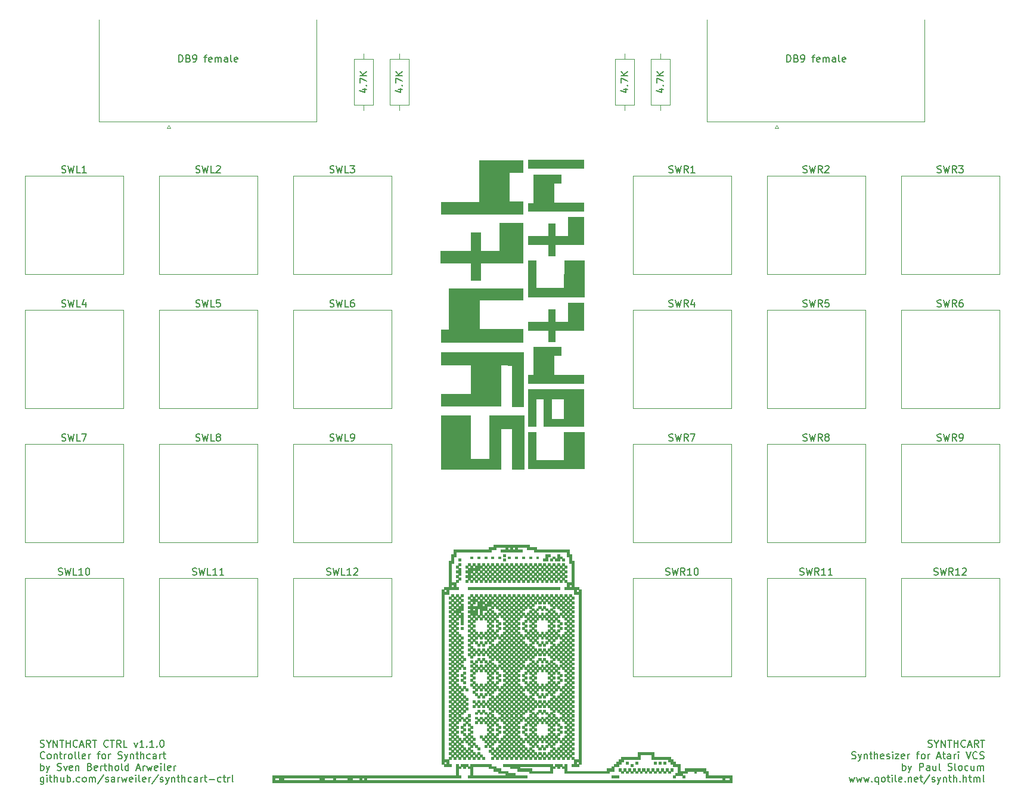
<source format=gbr>
G04 #@! TF.GenerationSoftware,KiCad,Pcbnew,(5.1.6-0-10_14)*
G04 #@! TF.CreationDate,2020-11-01T18:04:11+01:00*
G04 #@! TF.ProjectId,synthcart-ctrl,73796e74-6863-4617-9274-2d6374726c2e,rev?*
G04 #@! TF.SameCoordinates,Original*
G04 #@! TF.FileFunction,Legend,Top*
G04 #@! TF.FilePolarity,Positive*
%FSLAX46Y46*%
G04 Gerber Fmt 4.6, Leading zero omitted, Abs format (unit mm)*
G04 Created by KiCad (PCBNEW (5.1.6-0-10_14)) date 2020-11-01 18:04:11*
%MOMM*%
%LPD*%
G01*
G04 APERTURE LIST*
%ADD10C,0.150000*%
%ADD11C,0.010000*%
%ADD12C,0.120000*%
G04 APERTURE END LIST*
D10*
X215327261Y-147789761D02*
X215470119Y-147837380D01*
X215708214Y-147837380D01*
X215803452Y-147789761D01*
X215851071Y-147742142D01*
X215898690Y-147646904D01*
X215898690Y-147551666D01*
X215851071Y-147456428D01*
X215803452Y-147408809D01*
X215708214Y-147361190D01*
X215517738Y-147313571D01*
X215422500Y-147265952D01*
X215374880Y-147218333D01*
X215327261Y-147123095D01*
X215327261Y-147027857D01*
X215374880Y-146932619D01*
X215422500Y-146885000D01*
X215517738Y-146837380D01*
X215755833Y-146837380D01*
X215898690Y-146885000D01*
X216517738Y-147361190D02*
X216517738Y-147837380D01*
X216184404Y-146837380D02*
X216517738Y-147361190D01*
X216851071Y-146837380D01*
X217184404Y-147837380D02*
X217184404Y-146837380D01*
X217755833Y-147837380D01*
X217755833Y-146837380D01*
X218089166Y-146837380D02*
X218660595Y-146837380D01*
X218374880Y-147837380D02*
X218374880Y-146837380D01*
X218993928Y-147837380D02*
X218993928Y-146837380D01*
X218993928Y-147313571D02*
X219565357Y-147313571D01*
X219565357Y-147837380D02*
X219565357Y-146837380D01*
X220612976Y-147742142D02*
X220565357Y-147789761D01*
X220422500Y-147837380D01*
X220327261Y-147837380D01*
X220184404Y-147789761D01*
X220089166Y-147694523D01*
X220041547Y-147599285D01*
X219993928Y-147408809D01*
X219993928Y-147265952D01*
X220041547Y-147075476D01*
X220089166Y-146980238D01*
X220184404Y-146885000D01*
X220327261Y-146837380D01*
X220422500Y-146837380D01*
X220565357Y-146885000D01*
X220612976Y-146932619D01*
X220993928Y-147551666D02*
X221470119Y-147551666D01*
X220898690Y-147837380D02*
X221232023Y-146837380D01*
X221565357Y-147837380D01*
X222470119Y-147837380D02*
X222136785Y-147361190D01*
X221898690Y-147837380D02*
X221898690Y-146837380D01*
X222279642Y-146837380D01*
X222374880Y-146885000D01*
X222422500Y-146932619D01*
X222470119Y-147027857D01*
X222470119Y-147170714D01*
X222422500Y-147265952D01*
X222374880Y-147313571D01*
X222279642Y-147361190D01*
X221898690Y-147361190D01*
X222755833Y-146837380D02*
X223327261Y-146837380D01*
X223041547Y-147837380D02*
X223041547Y-146837380D01*
X204470119Y-149439761D02*
X204612976Y-149487380D01*
X204851071Y-149487380D01*
X204946309Y-149439761D01*
X204993928Y-149392142D01*
X205041547Y-149296904D01*
X205041547Y-149201666D01*
X204993928Y-149106428D01*
X204946309Y-149058809D01*
X204851071Y-149011190D01*
X204660595Y-148963571D01*
X204565357Y-148915952D01*
X204517738Y-148868333D01*
X204470119Y-148773095D01*
X204470119Y-148677857D01*
X204517738Y-148582619D01*
X204565357Y-148535000D01*
X204660595Y-148487380D01*
X204898690Y-148487380D01*
X205041547Y-148535000D01*
X205374880Y-148820714D02*
X205612976Y-149487380D01*
X205851071Y-148820714D02*
X205612976Y-149487380D01*
X205517738Y-149725476D01*
X205470119Y-149773095D01*
X205374880Y-149820714D01*
X206232023Y-148820714D02*
X206232023Y-149487380D01*
X206232023Y-148915952D02*
X206279642Y-148868333D01*
X206374880Y-148820714D01*
X206517738Y-148820714D01*
X206612976Y-148868333D01*
X206660595Y-148963571D01*
X206660595Y-149487380D01*
X206993928Y-148820714D02*
X207374880Y-148820714D01*
X207136785Y-148487380D02*
X207136785Y-149344523D01*
X207184404Y-149439761D01*
X207279642Y-149487380D01*
X207374880Y-149487380D01*
X207708214Y-149487380D02*
X207708214Y-148487380D01*
X208136785Y-149487380D02*
X208136785Y-148963571D01*
X208089166Y-148868333D01*
X207993928Y-148820714D01*
X207851071Y-148820714D01*
X207755833Y-148868333D01*
X207708214Y-148915952D01*
X208993928Y-149439761D02*
X208898690Y-149487380D01*
X208708214Y-149487380D01*
X208612976Y-149439761D01*
X208565357Y-149344523D01*
X208565357Y-148963571D01*
X208612976Y-148868333D01*
X208708214Y-148820714D01*
X208898690Y-148820714D01*
X208993928Y-148868333D01*
X209041547Y-148963571D01*
X209041547Y-149058809D01*
X208565357Y-149154047D01*
X209422500Y-149439761D02*
X209517738Y-149487380D01*
X209708214Y-149487380D01*
X209803452Y-149439761D01*
X209851071Y-149344523D01*
X209851071Y-149296904D01*
X209803452Y-149201666D01*
X209708214Y-149154047D01*
X209565357Y-149154047D01*
X209470119Y-149106428D01*
X209422500Y-149011190D01*
X209422500Y-148963571D01*
X209470119Y-148868333D01*
X209565357Y-148820714D01*
X209708214Y-148820714D01*
X209803452Y-148868333D01*
X210279642Y-149487380D02*
X210279642Y-148820714D01*
X210279642Y-148487380D02*
X210232023Y-148535000D01*
X210279642Y-148582619D01*
X210327261Y-148535000D01*
X210279642Y-148487380D01*
X210279642Y-148582619D01*
X210660595Y-148820714D02*
X211184404Y-148820714D01*
X210660595Y-149487380D01*
X211184404Y-149487380D01*
X211946309Y-149439761D02*
X211851071Y-149487380D01*
X211660595Y-149487380D01*
X211565357Y-149439761D01*
X211517738Y-149344523D01*
X211517738Y-148963571D01*
X211565357Y-148868333D01*
X211660595Y-148820714D01*
X211851071Y-148820714D01*
X211946309Y-148868333D01*
X211993928Y-148963571D01*
X211993928Y-149058809D01*
X211517738Y-149154047D01*
X212422500Y-149487380D02*
X212422500Y-148820714D01*
X212422500Y-149011190D02*
X212470119Y-148915952D01*
X212517738Y-148868333D01*
X212612976Y-148820714D01*
X212708214Y-148820714D01*
X213660595Y-148820714D02*
X214041547Y-148820714D01*
X213803452Y-149487380D02*
X213803452Y-148630238D01*
X213851071Y-148535000D01*
X213946309Y-148487380D01*
X214041547Y-148487380D01*
X214517738Y-149487380D02*
X214422500Y-149439761D01*
X214374880Y-149392142D01*
X214327261Y-149296904D01*
X214327261Y-149011190D01*
X214374880Y-148915952D01*
X214422500Y-148868333D01*
X214517738Y-148820714D01*
X214660595Y-148820714D01*
X214755833Y-148868333D01*
X214803452Y-148915952D01*
X214851071Y-149011190D01*
X214851071Y-149296904D01*
X214803452Y-149392142D01*
X214755833Y-149439761D01*
X214660595Y-149487380D01*
X214517738Y-149487380D01*
X215279642Y-149487380D02*
X215279642Y-148820714D01*
X215279642Y-149011190D02*
X215327261Y-148915952D01*
X215374880Y-148868333D01*
X215470119Y-148820714D01*
X215565357Y-148820714D01*
X216612976Y-149201666D02*
X217089166Y-149201666D01*
X216517738Y-149487380D02*
X216851071Y-148487380D01*
X217184404Y-149487380D01*
X217374880Y-148820714D02*
X217755833Y-148820714D01*
X217517738Y-148487380D02*
X217517738Y-149344523D01*
X217565357Y-149439761D01*
X217660595Y-149487380D01*
X217755833Y-149487380D01*
X218517738Y-149487380D02*
X218517738Y-148963571D01*
X218470119Y-148868333D01*
X218374880Y-148820714D01*
X218184404Y-148820714D01*
X218089166Y-148868333D01*
X218517738Y-149439761D02*
X218422500Y-149487380D01*
X218184404Y-149487380D01*
X218089166Y-149439761D01*
X218041547Y-149344523D01*
X218041547Y-149249285D01*
X218089166Y-149154047D01*
X218184404Y-149106428D01*
X218422500Y-149106428D01*
X218517738Y-149058809D01*
X218993928Y-149487380D02*
X218993928Y-148820714D01*
X218993928Y-149011190D02*
X219041547Y-148915952D01*
X219089166Y-148868333D01*
X219184404Y-148820714D01*
X219279642Y-148820714D01*
X219612976Y-149487380D02*
X219612976Y-148820714D01*
X219612976Y-148487380D02*
X219565357Y-148535000D01*
X219612976Y-148582619D01*
X219660595Y-148535000D01*
X219612976Y-148487380D01*
X219612976Y-148582619D01*
X220708214Y-148487380D02*
X221041547Y-149487380D01*
X221374880Y-148487380D01*
X222279642Y-149392142D02*
X222232023Y-149439761D01*
X222089166Y-149487380D01*
X221993928Y-149487380D01*
X221851071Y-149439761D01*
X221755833Y-149344523D01*
X221708214Y-149249285D01*
X221660595Y-149058809D01*
X221660595Y-148915952D01*
X221708214Y-148725476D01*
X221755833Y-148630238D01*
X221851071Y-148535000D01*
X221993928Y-148487380D01*
X222089166Y-148487380D01*
X222232023Y-148535000D01*
X222279642Y-148582619D01*
X222660595Y-149439761D02*
X222803452Y-149487380D01*
X223041547Y-149487380D01*
X223136785Y-149439761D01*
X223184404Y-149392142D01*
X223232023Y-149296904D01*
X223232023Y-149201666D01*
X223184404Y-149106428D01*
X223136785Y-149058809D01*
X223041547Y-149011190D01*
X222851071Y-148963571D01*
X222755833Y-148915952D01*
X222708214Y-148868333D01*
X222660595Y-148773095D01*
X222660595Y-148677857D01*
X222708214Y-148582619D01*
X222755833Y-148535000D01*
X222851071Y-148487380D01*
X223089166Y-148487380D01*
X223232023Y-148535000D01*
X211660595Y-151137380D02*
X211660595Y-150137380D01*
X211660595Y-150518333D02*
X211755833Y-150470714D01*
X211946309Y-150470714D01*
X212041547Y-150518333D01*
X212089166Y-150565952D01*
X212136785Y-150661190D01*
X212136785Y-150946904D01*
X212089166Y-151042142D01*
X212041547Y-151089761D01*
X211946309Y-151137380D01*
X211755833Y-151137380D01*
X211660595Y-151089761D01*
X212470119Y-150470714D02*
X212708214Y-151137380D01*
X212946309Y-150470714D02*
X212708214Y-151137380D01*
X212612976Y-151375476D01*
X212565357Y-151423095D01*
X212470119Y-151470714D01*
X214089166Y-151137380D02*
X214089166Y-150137380D01*
X214470119Y-150137380D01*
X214565357Y-150185000D01*
X214612976Y-150232619D01*
X214660595Y-150327857D01*
X214660595Y-150470714D01*
X214612976Y-150565952D01*
X214565357Y-150613571D01*
X214470119Y-150661190D01*
X214089166Y-150661190D01*
X215517738Y-151137380D02*
X215517738Y-150613571D01*
X215470119Y-150518333D01*
X215374880Y-150470714D01*
X215184404Y-150470714D01*
X215089166Y-150518333D01*
X215517738Y-151089761D02*
X215422500Y-151137380D01*
X215184404Y-151137380D01*
X215089166Y-151089761D01*
X215041547Y-150994523D01*
X215041547Y-150899285D01*
X215089166Y-150804047D01*
X215184404Y-150756428D01*
X215422500Y-150756428D01*
X215517738Y-150708809D01*
X216422500Y-150470714D02*
X216422500Y-151137380D01*
X215993928Y-150470714D02*
X215993928Y-150994523D01*
X216041547Y-151089761D01*
X216136785Y-151137380D01*
X216279642Y-151137380D01*
X216374880Y-151089761D01*
X216422500Y-151042142D01*
X217041547Y-151137380D02*
X216946309Y-151089761D01*
X216898690Y-150994523D01*
X216898690Y-150137380D01*
X218136785Y-151089761D02*
X218279642Y-151137380D01*
X218517738Y-151137380D01*
X218612976Y-151089761D01*
X218660595Y-151042142D01*
X218708214Y-150946904D01*
X218708214Y-150851666D01*
X218660595Y-150756428D01*
X218612976Y-150708809D01*
X218517738Y-150661190D01*
X218327261Y-150613571D01*
X218232023Y-150565952D01*
X218184404Y-150518333D01*
X218136785Y-150423095D01*
X218136785Y-150327857D01*
X218184404Y-150232619D01*
X218232023Y-150185000D01*
X218327261Y-150137380D01*
X218565357Y-150137380D01*
X218708214Y-150185000D01*
X219279642Y-151137380D02*
X219184404Y-151089761D01*
X219136785Y-150994523D01*
X219136785Y-150137380D01*
X219803452Y-151137380D02*
X219708214Y-151089761D01*
X219660595Y-151042142D01*
X219612976Y-150946904D01*
X219612976Y-150661190D01*
X219660595Y-150565952D01*
X219708214Y-150518333D01*
X219803452Y-150470714D01*
X219946309Y-150470714D01*
X220041547Y-150518333D01*
X220089166Y-150565952D01*
X220136785Y-150661190D01*
X220136785Y-150946904D01*
X220089166Y-151042142D01*
X220041547Y-151089761D01*
X219946309Y-151137380D01*
X219803452Y-151137380D01*
X220993928Y-151089761D02*
X220898690Y-151137380D01*
X220708214Y-151137380D01*
X220612976Y-151089761D01*
X220565357Y-151042142D01*
X220517738Y-150946904D01*
X220517738Y-150661190D01*
X220565357Y-150565952D01*
X220612976Y-150518333D01*
X220708214Y-150470714D01*
X220898690Y-150470714D01*
X220993928Y-150518333D01*
X221851071Y-150470714D02*
X221851071Y-151137380D01*
X221422500Y-150470714D02*
X221422500Y-150994523D01*
X221470119Y-151089761D01*
X221565357Y-151137380D01*
X221708214Y-151137380D01*
X221803452Y-151089761D01*
X221851071Y-151042142D01*
X222327261Y-151137380D02*
X222327261Y-150470714D01*
X222327261Y-150565952D02*
X222374880Y-150518333D01*
X222470119Y-150470714D01*
X222612976Y-150470714D01*
X222708214Y-150518333D01*
X222755833Y-150613571D01*
X222755833Y-151137380D01*
X222755833Y-150613571D02*
X222803452Y-150518333D01*
X222898690Y-150470714D01*
X223041547Y-150470714D01*
X223136785Y-150518333D01*
X223184404Y-150613571D01*
X223184404Y-151137380D01*
X204089166Y-152120714D02*
X204279642Y-152787380D01*
X204470119Y-152311190D01*
X204660595Y-152787380D01*
X204851071Y-152120714D01*
X205136785Y-152120714D02*
X205327261Y-152787380D01*
X205517738Y-152311190D01*
X205708214Y-152787380D01*
X205898690Y-152120714D01*
X206184404Y-152120714D02*
X206374880Y-152787380D01*
X206565357Y-152311190D01*
X206755833Y-152787380D01*
X206946309Y-152120714D01*
X207327261Y-152692142D02*
X207374880Y-152739761D01*
X207327261Y-152787380D01*
X207279642Y-152739761D01*
X207327261Y-152692142D01*
X207327261Y-152787380D01*
X208232023Y-152120714D02*
X208232023Y-153120714D01*
X208232023Y-152739761D02*
X208136785Y-152787380D01*
X207946309Y-152787380D01*
X207851071Y-152739761D01*
X207803452Y-152692142D01*
X207755833Y-152596904D01*
X207755833Y-152311190D01*
X207803452Y-152215952D01*
X207851071Y-152168333D01*
X207946309Y-152120714D01*
X208136785Y-152120714D01*
X208232023Y-152168333D01*
X208851071Y-152787380D02*
X208755833Y-152739761D01*
X208708214Y-152692142D01*
X208660595Y-152596904D01*
X208660595Y-152311190D01*
X208708214Y-152215952D01*
X208755833Y-152168333D01*
X208851071Y-152120714D01*
X208993928Y-152120714D01*
X209089166Y-152168333D01*
X209136785Y-152215952D01*
X209184404Y-152311190D01*
X209184404Y-152596904D01*
X209136785Y-152692142D01*
X209089166Y-152739761D01*
X208993928Y-152787380D01*
X208851071Y-152787380D01*
X209470119Y-152120714D02*
X209851071Y-152120714D01*
X209612976Y-151787380D02*
X209612976Y-152644523D01*
X209660595Y-152739761D01*
X209755833Y-152787380D01*
X209851071Y-152787380D01*
X210184404Y-152787380D02*
X210184404Y-152120714D01*
X210184404Y-151787380D02*
X210136785Y-151835000D01*
X210184404Y-151882619D01*
X210232023Y-151835000D01*
X210184404Y-151787380D01*
X210184404Y-151882619D01*
X210803452Y-152787380D02*
X210708214Y-152739761D01*
X210660595Y-152644523D01*
X210660595Y-151787380D01*
X211565357Y-152739761D02*
X211470119Y-152787380D01*
X211279642Y-152787380D01*
X211184404Y-152739761D01*
X211136785Y-152644523D01*
X211136785Y-152263571D01*
X211184404Y-152168333D01*
X211279642Y-152120714D01*
X211470119Y-152120714D01*
X211565357Y-152168333D01*
X211612976Y-152263571D01*
X211612976Y-152358809D01*
X211136785Y-152454047D01*
X212041547Y-152692142D02*
X212089166Y-152739761D01*
X212041547Y-152787380D01*
X211993928Y-152739761D01*
X212041547Y-152692142D01*
X212041547Y-152787380D01*
X212517738Y-152120714D02*
X212517738Y-152787380D01*
X212517738Y-152215952D02*
X212565357Y-152168333D01*
X212660595Y-152120714D01*
X212803452Y-152120714D01*
X212898690Y-152168333D01*
X212946309Y-152263571D01*
X212946309Y-152787380D01*
X213803452Y-152739761D02*
X213708214Y-152787380D01*
X213517738Y-152787380D01*
X213422500Y-152739761D01*
X213374880Y-152644523D01*
X213374880Y-152263571D01*
X213422500Y-152168333D01*
X213517738Y-152120714D01*
X213708214Y-152120714D01*
X213803452Y-152168333D01*
X213851071Y-152263571D01*
X213851071Y-152358809D01*
X213374880Y-152454047D01*
X214136785Y-152120714D02*
X214517738Y-152120714D01*
X214279642Y-151787380D02*
X214279642Y-152644523D01*
X214327261Y-152739761D01*
X214422500Y-152787380D01*
X214517738Y-152787380D01*
X215565357Y-151739761D02*
X214708214Y-153025476D01*
X215851071Y-152739761D02*
X215946309Y-152787380D01*
X216136785Y-152787380D01*
X216232023Y-152739761D01*
X216279642Y-152644523D01*
X216279642Y-152596904D01*
X216232023Y-152501666D01*
X216136785Y-152454047D01*
X215993928Y-152454047D01*
X215898690Y-152406428D01*
X215851071Y-152311190D01*
X215851071Y-152263571D01*
X215898690Y-152168333D01*
X215993928Y-152120714D01*
X216136785Y-152120714D01*
X216232023Y-152168333D01*
X216612976Y-152120714D02*
X216851071Y-152787380D01*
X217089166Y-152120714D02*
X216851071Y-152787380D01*
X216755833Y-153025476D01*
X216708214Y-153073095D01*
X216612976Y-153120714D01*
X217470119Y-152120714D02*
X217470119Y-152787380D01*
X217470119Y-152215952D02*
X217517738Y-152168333D01*
X217612976Y-152120714D01*
X217755833Y-152120714D01*
X217851071Y-152168333D01*
X217898690Y-152263571D01*
X217898690Y-152787380D01*
X218232023Y-152120714D02*
X218612976Y-152120714D01*
X218374880Y-151787380D02*
X218374880Y-152644523D01*
X218422500Y-152739761D01*
X218517738Y-152787380D01*
X218612976Y-152787380D01*
X218946309Y-152787380D02*
X218946309Y-151787380D01*
X219374880Y-152787380D02*
X219374880Y-152263571D01*
X219327261Y-152168333D01*
X219232023Y-152120714D01*
X219089166Y-152120714D01*
X218993928Y-152168333D01*
X218946309Y-152215952D01*
X219851071Y-152692142D02*
X219898690Y-152739761D01*
X219851071Y-152787380D01*
X219803452Y-152739761D01*
X219851071Y-152692142D01*
X219851071Y-152787380D01*
X220327261Y-152787380D02*
X220327261Y-151787380D01*
X220755833Y-152787380D02*
X220755833Y-152263571D01*
X220708214Y-152168333D01*
X220612976Y-152120714D01*
X220470119Y-152120714D01*
X220374880Y-152168333D01*
X220327261Y-152215952D01*
X221089166Y-152120714D02*
X221470119Y-152120714D01*
X221232023Y-151787380D02*
X221232023Y-152644523D01*
X221279642Y-152739761D01*
X221374880Y-152787380D01*
X221470119Y-152787380D01*
X221803452Y-152787380D02*
X221803452Y-152120714D01*
X221803452Y-152215952D02*
X221851071Y-152168333D01*
X221946309Y-152120714D01*
X222089166Y-152120714D01*
X222184404Y-152168333D01*
X222232023Y-152263571D01*
X222232023Y-152787380D01*
X222232023Y-152263571D02*
X222279642Y-152168333D01*
X222374880Y-152120714D01*
X222517738Y-152120714D01*
X222612976Y-152168333D01*
X222660595Y-152263571D01*
X222660595Y-152787380D01*
X223279642Y-152787380D02*
X223184404Y-152739761D01*
X223136785Y-152644523D01*
X223136785Y-151787380D01*
X89187976Y-147789761D02*
X89330833Y-147837380D01*
X89568928Y-147837380D01*
X89664166Y-147789761D01*
X89711785Y-147742142D01*
X89759404Y-147646904D01*
X89759404Y-147551666D01*
X89711785Y-147456428D01*
X89664166Y-147408809D01*
X89568928Y-147361190D01*
X89378452Y-147313571D01*
X89283214Y-147265952D01*
X89235595Y-147218333D01*
X89187976Y-147123095D01*
X89187976Y-147027857D01*
X89235595Y-146932619D01*
X89283214Y-146885000D01*
X89378452Y-146837380D01*
X89616547Y-146837380D01*
X89759404Y-146885000D01*
X90378452Y-147361190D02*
X90378452Y-147837380D01*
X90045119Y-146837380D02*
X90378452Y-147361190D01*
X90711785Y-146837380D01*
X91045119Y-147837380D02*
X91045119Y-146837380D01*
X91616547Y-147837380D01*
X91616547Y-146837380D01*
X91949880Y-146837380D02*
X92521309Y-146837380D01*
X92235595Y-147837380D02*
X92235595Y-146837380D01*
X92854642Y-147837380D02*
X92854642Y-146837380D01*
X92854642Y-147313571D02*
X93426071Y-147313571D01*
X93426071Y-147837380D02*
X93426071Y-146837380D01*
X94473690Y-147742142D02*
X94426071Y-147789761D01*
X94283214Y-147837380D01*
X94187976Y-147837380D01*
X94045119Y-147789761D01*
X93949880Y-147694523D01*
X93902261Y-147599285D01*
X93854642Y-147408809D01*
X93854642Y-147265952D01*
X93902261Y-147075476D01*
X93949880Y-146980238D01*
X94045119Y-146885000D01*
X94187976Y-146837380D01*
X94283214Y-146837380D01*
X94426071Y-146885000D01*
X94473690Y-146932619D01*
X94854642Y-147551666D02*
X95330833Y-147551666D01*
X94759404Y-147837380D02*
X95092738Y-146837380D01*
X95426071Y-147837380D01*
X96330833Y-147837380D02*
X95997500Y-147361190D01*
X95759404Y-147837380D02*
X95759404Y-146837380D01*
X96140357Y-146837380D01*
X96235595Y-146885000D01*
X96283214Y-146932619D01*
X96330833Y-147027857D01*
X96330833Y-147170714D01*
X96283214Y-147265952D01*
X96235595Y-147313571D01*
X96140357Y-147361190D01*
X95759404Y-147361190D01*
X96616547Y-146837380D02*
X97187976Y-146837380D01*
X96902261Y-147837380D02*
X96902261Y-146837380D01*
X98854642Y-147742142D02*
X98807023Y-147789761D01*
X98664166Y-147837380D01*
X98568928Y-147837380D01*
X98426071Y-147789761D01*
X98330833Y-147694523D01*
X98283214Y-147599285D01*
X98235595Y-147408809D01*
X98235595Y-147265952D01*
X98283214Y-147075476D01*
X98330833Y-146980238D01*
X98426071Y-146885000D01*
X98568928Y-146837380D01*
X98664166Y-146837380D01*
X98807023Y-146885000D01*
X98854642Y-146932619D01*
X99140357Y-146837380D02*
X99711785Y-146837380D01*
X99426071Y-147837380D02*
X99426071Y-146837380D01*
X100616547Y-147837380D02*
X100283214Y-147361190D01*
X100045119Y-147837380D02*
X100045119Y-146837380D01*
X100426071Y-146837380D01*
X100521309Y-146885000D01*
X100568928Y-146932619D01*
X100616547Y-147027857D01*
X100616547Y-147170714D01*
X100568928Y-147265952D01*
X100521309Y-147313571D01*
X100426071Y-147361190D01*
X100045119Y-147361190D01*
X101521309Y-147837380D02*
X101045119Y-147837380D01*
X101045119Y-146837380D01*
X102521309Y-147170714D02*
X102759404Y-147837380D01*
X102997500Y-147170714D01*
X103902261Y-147837380D02*
X103330833Y-147837380D01*
X103616547Y-147837380D02*
X103616547Y-146837380D01*
X103521309Y-146980238D01*
X103426071Y-147075476D01*
X103330833Y-147123095D01*
X104330833Y-147742142D02*
X104378452Y-147789761D01*
X104330833Y-147837380D01*
X104283214Y-147789761D01*
X104330833Y-147742142D01*
X104330833Y-147837380D01*
X105330833Y-147837380D02*
X104759404Y-147837380D01*
X105045119Y-147837380D02*
X105045119Y-146837380D01*
X104949880Y-146980238D01*
X104854642Y-147075476D01*
X104759404Y-147123095D01*
X105759404Y-147742142D02*
X105807023Y-147789761D01*
X105759404Y-147837380D01*
X105711785Y-147789761D01*
X105759404Y-147742142D01*
X105759404Y-147837380D01*
X106426071Y-146837380D02*
X106521309Y-146837380D01*
X106616547Y-146885000D01*
X106664166Y-146932619D01*
X106711785Y-147027857D01*
X106759404Y-147218333D01*
X106759404Y-147456428D01*
X106711785Y-147646904D01*
X106664166Y-147742142D01*
X106616547Y-147789761D01*
X106521309Y-147837380D01*
X106426071Y-147837380D01*
X106330833Y-147789761D01*
X106283214Y-147742142D01*
X106235595Y-147646904D01*
X106187976Y-147456428D01*
X106187976Y-147218333D01*
X106235595Y-147027857D01*
X106283214Y-146932619D01*
X106330833Y-146885000D01*
X106426071Y-146837380D01*
X89807023Y-149392142D02*
X89759404Y-149439761D01*
X89616547Y-149487380D01*
X89521309Y-149487380D01*
X89378452Y-149439761D01*
X89283214Y-149344523D01*
X89235595Y-149249285D01*
X89187976Y-149058809D01*
X89187976Y-148915952D01*
X89235595Y-148725476D01*
X89283214Y-148630238D01*
X89378452Y-148535000D01*
X89521309Y-148487380D01*
X89616547Y-148487380D01*
X89759404Y-148535000D01*
X89807023Y-148582619D01*
X90378452Y-149487380D02*
X90283214Y-149439761D01*
X90235595Y-149392142D01*
X90187976Y-149296904D01*
X90187976Y-149011190D01*
X90235595Y-148915952D01*
X90283214Y-148868333D01*
X90378452Y-148820714D01*
X90521309Y-148820714D01*
X90616547Y-148868333D01*
X90664166Y-148915952D01*
X90711785Y-149011190D01*
X90711785Y-149296904D01*
X90664166Y-149392142D01*
X90616547Y-149439761D01*
X90521309Y-149487380D01*
X90378452Y-149487380D01*
X91140357Y-148820714D02*
X91140357Y-149487380D01*
X91140357Y-148915952D02*
X91187976Y-148868333D01*
X91283214Y-148820714D01*
X91426071Y-148820714D01*
X91521309Y-148868333D01*
X91568928Y-148963571D01*
X91568928Y-149487380D01*
X91902261Y-148820714D02*
X92283214Y-148820714D01*
X92045119Y-148487380D02*
X92045119Y-149344523D01*
X92092738Y-149439761D01*
X92187976Y-149487380D01*
X92283214Y-149487380D01*
X92616547Y-149487380D02*
X92616547Y-148820714D01*
X92616547Y-149011190D02*
X92664166Y-148915952D01*
X92711785Y-148868333D01*
X92807023Y-148820714D01*
X92902261Y-148820714D01*
X93378452Y-149487380D02*
X93283214Y-149439761D01*
X93235595Y-149392142D01*
X93187976Y-149296904D01*
X93187976Y-149011190D01*
X93235595Y-148915952D01*
X93283214Y-148868333D01*
X93378452Y-148820714D01*
X93521309Y-148820714D01*
X93616547Y-148868333D01*
X93664166Y-148915952D01*
X93711785Y-149011190D01*
X93711785Y-149296904D01*
X93664166Y-149392142D01*
X93616547Y-149439761D01*
X93521309Y-149487380D01*
X93378452Y-149487380D01*
X94283214Y-149487380D02*
X94187976Y-149439761D01*
X94140357Y-149344523D01*
X94140357Y-148487380D01*
X94807023Y-149487380D02*
X94711785Y-149439761D01*
X94664166Y-149344523D01*
X94664166Y-148487380D01*
X95568928Y-149439761D02*
X95473690Y-149487380D01*
X95283214Y-149487380D01*
X95187976Y-149439761D01*
X95140357Y-149344523D01*
X95140357Y-148963571D01*
X95187976Y-148868333D01*
X95283214Y-148820714D01*
X95473690Y-148820714D01*
X95568928Y-148868333D01*
X95616547Y-148963571D01*
X95616547Y-149058809D01*
X95140357Y-149154047D01*
X96045119Y-149487380D02*
X96045119Y-148820714D01*
X96045119Y-149011190D02*
X96092738Y-148915952D01*
X96140357Y-148868333D01*
X96235595Y-148820714D01*
X96330833Y-148820714D01*
X97283214Y-148820714D02*
X97664166Y-148820714D01*
X97426071Y-149487380D02*
X97426071Y-148630238D01*
X97473690Y-148535000D01*
X97568928Y-148487380D01*
X97664166Y-148487380D01*
X98140357Y-149487380D02*
X98045119Y-149439761D01*
X97997500Y-149392142D01*
X97949880Y-149296904D01*
X97949880Y-149011190D01*
X97997500Y-148915952D01*
X98045119Y-148868333D01*
X98140357Y-148820714D01*
X98283214Y-148820714D01*
X98378452Y-148868333D01*
X98426071Y-148915952D01*
X98473690Y-149011190D01*
X98473690Y-149296904D01*
X98426071Y-149392142D01*
X98378452Y-149439761D01*
X98283214Y-149487380D01*
X98140357Y-149487380D01*
X98902261Y-149487380D02*
X98902261Y-148820714D01*
X98902261Y-149011190D02*
X98949880Y-148915952D01*
X98997500Y-148868333D01*
X99092738Y-148820714D01*
X99187976Y-148820714D01*
X100235595Y-149439761D02*
X100378452Y-149487380D01*
X100616547Y-149487380D01*
X100711785Y-149439761D01*
X100759404Y-149392142D01*
X100807023Y-149296904D01*
X100807023Y-149201666D01*
X100759404Y-149106428D01*
X100711785Y-149058809D01*
X100616547Y-149011190D01*
X100426071Y-148963571D01*
X100330833Y-148915952D01*
X100283214Y-148868333D01*
X100235595Y-148773095D01*
X100235595Y-148677857D01*
X100283214Y-148582619D01*
X100330833Y-148535000D01*
X100426071Y-148487380D01*
X100664166Y-148487380D01*
X100807023Y-148535000D01*
X101140357Y-148820714D02*
X101378452Y-149487380D01*
X101616547Y-148820714D02*
X101378452Y-149487380D01*
X101283214Y-149725476D01*
X101235595Y-149773095D01*
X101140357Y-149820714D01*
X101997500Y-148820714D02*
X101997500Y-149487380D01*
X101997500Y-148915952D02*
X102045119Y-148868333D01*
X102140357Y-148820714D01*
X102283214Y-148820714D01*
X102378452Y-148868333D01*
X102426071Y-148963571D01*
X102426071Y-149487380D01*
X102759404Y-148820714D02*
X103140357Y-148820714D01*
X102902261Y-148487380D02*
X102902261Y-149344523D01*
X102949880Y-149439761D01*
X103045119Y-149487380D01*
X103140357Y-149487380D01*
X103473690Y-149487380D02*
X103473690Y-148487380D01*
X103902261Y-149487380D02*
X103902261Y-148963571D01*
X103854642Y-148868333D01*
X103759404Y-148820714D01*
X103616547Y-148820714D01*
X103521309Y-148868333D01*
X103473690Y-148915952D01*
X104807023Y-149439761D02*
X104711785Y-149487380D01*
X104521309Y-149487380D01*
X104426071Y-149439761D01*
X104378452Y-149392142D01*
X104330833Y-149296904D01*
X104330833Y-149011190D01*
X104378452Y-148915952D01*
X104426071Y-148868333D01*
X104521309Y-148820714D01*
X104711785Y-148820714D01*
X104807023Y-148868333D01*
X105664166Y-149487380D02*
X105664166Y-148963571D01*
X105616547Y-148868333D01*
X105521309Y-148820714D01*
X105330833Y-148820714D01*
X105235595Y-148868333D01*
X105664166Y-149439761D02*
X105568928Y-149487380D01*
X105330833Y-149487380D01*
X105235595Y-149439761D01*
X105187976Y-149344523D01*
X105187976Y-149249285D01*
X105235595Y-149154047D01*
X105330833Y-149106428D01*
X105568928Y-149106428D01*
X105664166Y-149058809D01*
X106140357Y-149487380D02*
X106140357Y-148820714D01*
X106140357Y-149011190D02*
X106187976Y-148915952D01*
X106235595Y-148868333D01*
X106330833Y-148820714D01*
X106426071Y-148820714D01*
X106616547Y-148820714D02*
X106997500Y-148820714D01*
X106759404Y-148487380D02*
X106759404Y-149344523D01*
X106807023Y-149439761D01*
X106902261Y-149487380D01*
X106997500Y-149487380D01*
X89235595Y-151137380D02*
X89235595Y-150137380D01*
X89235595Y-150518333D02*
X89330833Y-150470714D01*
X89521309Y-150470714D01*
X89616547Y-150518333D01*
X89664166Y-150565952D01*
X89711785Y-150661190D01*
X89711785Y-150946904D01*
X89664166Y-151042142D01*
X89616547Y-151089761D01*
X89521309Y-151137380D01*
X89330833Y-151137380D01*
X89235595Y-151089761D01*
X90045119Y-150470714D02*
X90283214Y-151137380D01*
X90521309Y-150470714D02*
X90283214Y-151137380D01*
X90187976Y-151375476D01*
X90140357Y-151423095D01*
X90045119Y-151470714D01*
X91616547Y-151089761D02*
X91759404Y-151137380D01*
X91997500Y-151137380D01*
X92092738Y-151089761D01*
X92140357Y-151042142D01*
X92187976Y-150946904D01*
X92187976Y-150851666D01*
X92140357Y-150756428D01*
X92092738Y-150708809D01*
X91997500Y-150661190D01*
X91807023Y-150613571D01*
X91711785Y-150565952D01*
X91664166Y-150518333D01*
X91616547Y-150423095D01*
X91616547Y-150327857D01*
X91664166Y-150232619D01*
X91711785Y-150185000D01*
X91807023Y-150137380D01*
X92045119Y-150137380D01*
X92187976Y-150185000D01*
X92521309Y-150470714D02*
X92759404Y-151137380D01*
X92997500Y-150470714D01*
X93759404Y-151089761D02*
X93664166Y-151137380D01*
X93473690Y-151137380D01*
X93378452Y-151089761D01*
X93330833Y-150994523D01*
X93330833Y-150613571D01*
X93378452Y-150518333D01*
X93473690Y-150470714D01*
X93664166Y-150470714D01*
X93759404Y-150518333D01*
X93807023Y-150613571D01*
X93807023Y-150708809D01*
X93330833Y-150804047D01*
X94235595Y-150470714D02*
X94235595Y-151137380D01*
X94235595Y-150565952D02*
X94283214Y-150518333D01*
X94378452Y-150470714D01*
X94521309Y-150470714D01*
X94616547Y-150518333D01*
X94664166Y-150613571D01*
X94664166Y-151137380D01*
X96235595Y-150613571D02*
X96378452Y-150661190D01*
X96426071Y-150708809D01*
X96473690Y-150804047D01*
X96473690Y-150946904D01*
X96426071Y-151042142D01*
X96378452Y-151089761D01*
X96283214Y-151137380D01*
X95902261Y-151137380D01*
X95902261Y-150137380D01*
X96235595Y-150137380D01*
X96330833Y-150185000D01*
X96378452Y-150232619D01*
X96426071Y-150327857D01*
X96426071Y-150423095D01*
X96378452Y-150518333D01*
X96330833Y-150565952D01*
X96235595Y-150613571D01*
X95902261Y-150613571D01*
X97283214Y-151089761D02*
X97187976Y-151137380D01*
X96997500Y-151137380D01*
X96902261Y-151089761D01*
X96854642Y-150994523D01*
X96854642Y-150613571D01*
X96902261Y-150518333D01*
X96997500Y-150470714D01*
X97187976Y-150470714D01*
X97283214Y-150518333D01*
X97330833Y-150613571D01*
X97330833Y-150708809D01*
X96854642Y-150804047D01*
X97759404Y-151137380D02*
X97759404Y-150470714D01*
X97759404Y-150661190D02*
X97807023Y-150565952D01*
X97854642Y-150518333D01*
X97949880Y-150470714D01*
X98045119Y-150470714D01*
X98235595Y-150470714D02*
X98616547Y-150470714D01*
X98378452Y-150137380D02*
X98378452Y-150994523D01*
X98426071Y-151089761D01*
X98521309Y-151137380D01*
X98616547Y-151137380D01*
X98949880Y-151137380D02*
X98949880Y-150137380D01*
X99378452Y-151137380D02*
X99378452Y-150613571D01*
X99330833Y-150518333D01*
X99235595Y-150470714D01*
X99092738Y-150470714D01*
X98997500Y-150518333D01*
X98949880Y-150565952D01*
X99997500Y-151137380D02*
X99902261Y-151089761D01*
X99854642Y-151042142D01*
X99807023Y-150946904D01*
X99807023Y-150661190D01*
X99854642Y-150565952D01*
X99902261Y-150518333D01*
X99997500Y-150470714D01*
X100140357Y-150470714D01*
X100235595Y-150518333D01*
X100283214Y-150565952D01*
X100330833Y-150661190D01*
X100330833Y-150946904D01*
X100283214Y-151042142D01*
X100235595Y-151089761D01*
X100140357Y-151137380D01*
X99997500Y-151137380D01*
X100902261Y-151137380D02*
X100807023Y-151089761D01*
X100759404Y-150994523D01*
X100759404Y-150137380D01*
X101711785Y-151137380D02*
X101711785Y-150137380D01*
X101711785Y-151089761D02*
X101616547Y-151137380D01*
X101426071Y-151137380D01*
X101330833Y-151089761D01*
X101283214Y-151042142D01*
X101235595Y-150946904D01*
X101235595Y-150661190D01*
X101283214Y-150565952D01*
X101330833Y-150518333D01*
X101426071Y-150470714D01*
X101616547Y-150470714D01*
X101711785Y-150518333D01*
X102902261Y-150851666D02*
X103378452Y-150851666D01*
X102807023Y-151137380D02*
X103140357Y-150137380D01*
X103473690Y-151137380D01*
X103807023Y-151137380D02*
X103807023Y-150470714D01*
X103807023Y-150661190D02*
X103854642Y-150565952D01*
X103902261Y-150518333D01*
X103997500Y-150470714D01*
X104092738Y-150470714D01*
X104330833Y-150470714D02*
X104521309Y-151137380D01*
X104711785Y-150661190D01*
X104902261Y-151137380D01*
X105092738Y-150470714D01*
X105854642Y-151089761D02*
X105759404Y-151137380D01*
X105568928Y-151137380D01*
X105473690Y-151089761D01*
X105426071Y-150994523D01*
X105426071Y-150613571D01*
X105473690Y-150518333D01*
X105568928Y-150470714D01*
X105759404Y-150470714D01*
X105854642Y-150518333D01*
X105902261Y-150613571D01*
X105902261Y-150708809D01*
X105426071Y-150804047D01*
X106330833Y-151137380D02*
X106330833Y-150470714D01*
X106330833Y-150137380D02*
X106283214Y-150185000D01*
X106330833Y-150232619D01*
X106378452Y-150185000D01*
X106330833Y-150137380D01*
X106330833Y-150232619D01*
X106949880Y-151137380D02*
X106854642Y-151089761D01*
X106807023Y-150994523D01*
X106807023Y-150137380D01*
X107711785Y-151089761D02*
X107616547Y-151137380D01*
X107426071Y-151137380D01*
X107330833Y-151089761D01*
X107283214Y-150994523D01*
X107283214Y-150613571D01*
X107330833Y-150518333D01*
X107426071Y-150470714D01*
X107616547Y-150470714D01*
X107711785Y-150518333D01*
X107759404Y-150613571D01*
X107759404Y-150708809D01*
X107283214Y-150804047D01*
X108187976Y-151137380D02*
X108187976Y-150470714D01*
X108187976Y-150661190D02*
X108235595Y-150565952D01*
X108283214Y-150518333D01*
X108378452Y-150470714D01*
X108473690Y-150470714D01*
X89664166Y-152120714D02*
X89664166Y-152930238D01*
X89616547Y-153025476D01*
X89568928Y-153073095D01*
X89473690Y-153120714D01*
X89330833Y-153120714D01*
X89235595Y-153073095D01*
X89664166Y-152739761D02*
X89568928Y-152787380D01*
X89378452Y-152787380D01*
X89283214Y-152739761D01*
X89235595Y-152692142D01*
X89187976Y-152596904D01*
X89187976Y-152311190D01*
X89235595Y-152215952D01*
X89283214Y-152168333D01*
X89378452Y-152120714D01*
X89568928Y-152120714D01*
X89664166Y-152168333D01*
X90140357Y-152787380D02*
X90140357Y-152120714D01*
X90140357Y-151787380D02*
X90092738Y-151835000D01*
X90140357Y-151882619D01*
X90187976Y-151835000D01*
X90140357Y-151787380D01*
X90140357Y-151882619D01*
X90473690Y-152120714D02*
X90854642Y-152120714D01*
X90616547Y-151787380D02*
X90616547Y-152644523D01*
X90664166Y-152739761D01*
X90759404Y-152787380D01*
X90854642Y-152787380D01*
X91187976Y-152787380D02*
X91187976Y-151787380D01*
X91616547Y-152787380D02*
X91616547Y-152263571D01*
X91568928Y-152168333D01*
X91473690Y-152120714D01*
X91330833Y-152120714D01*
X91235595Y-152168333D01*
X91187976Y-152215952D01*
X92521309Y-152120714D02*
X92521309Y-152787380D01*
X92092738Y-152120714D02*
X92092738Y-152644523D01*
X92140357Y-152739761D01*
X92235595Y-152787380D01*
X92378452Y-152787380D01*
X92473690Y-152739761D01*
X92521309Y-152692142D01*
X92997500Y-152787380D02*
X92997500Y-151787380D01*
X92997500Y-152168333D02*
X93092738Y-152120714D01*
X93283214Y-152120714D01*
X93378452Y-152168333D01*
X93426071Y-152215952D01*
X93473690Y-152311190D01*
X93473690Y-152596904D01*
X93426071Y-152692142D01*
X93378452Y-152739761D01*
X93283214Y-152787380D01*
X93092738Y-152787380D01*
X92997500Y-152739761D01*
X93902261Y-152692142D02*
X93949880Y-152739761D01*
X93902261Y-152787380D01*
X93854642Y-152739761D01*
X93902261Y-152692142D01*
X93902261Y-152787380D01*
X94807023Y-152739761D02*
X94711785Y-152787380D01*
X94521309Y-152787380D01*
X94426071Y-152739761D01*
X94378452Y-152692142D01*
X94330833Y-152596904D01*
X94330833Y-152311190D01*
X94378452Y-152215952D01*
X94426071Y-152168333D01*
X94521309Y-152120714D01*
X94711785Y-152120714D01*
X94807023Y-152168333D01*
X95378452Y-152787380D02*
X95283214Y-152739761D01*
X95235595Y-152692142D01*
X95187976Y-152596904D01*
X95187976Y-152311190D01*
X95235595Y-152215952D01*
X95283214Y-152168333D01*
X95378452Y-152120714D01*
X95521309Y-152120714D01*
X95616547Y-152168333D01*
X95664166Y-152215952D01*
X95711785Y-152311190D01*
X95711785Y-152596904D01*
X95664166Y-152692142D01*
X95616547Y-152739761D01*
X95521309Y-152787380D01*
X95378452Y-152787380D01*
X96140357Y-152787380D02*
X96140357Y-152120714D01*
X96140357Y-152215952D02*
X96187976Y-152168333D01*
X96283214Y-152120714D01*
X96426071Y-152120714D01*
X96521309Y-152168333D01*
X96568928Y-152263571D01*
X96568928Y-152787380D01*
X96568928Y-152263571D02*
X96616547Y-152168333D01*
X96711785Y-152120714D01*
X96854642Y-152120714D01*
X96949880Y-152168333D01*
X96997500Y-152263571D01*
X96997500Y-152787380D01*
X98187976Y-151739761D02*
X97330833Y-153025476D01*
X98473690Y-152739761D02*
X98568928Y-152787380D01*
X98759404Y-152787380D01*
X98854642Y-152739761D01*
X98902261Y-152644523D01*
X98902261Y-152596904D01*
X98854642Y-152501666D01*
X98759404Y-152454047D01*
X98616547Y-152454047D01*
X98521309Y-152406428D01*
X98473690Y-152311190D01*
X98473690Y-152263571D01*
X98521309Y-152168333D01*
X98616547Y-152120714D01*
X98759404Y-152120714D01*
X98854642Y-152168333D01*
X99759404Y-152787380D02*
X99759404Y-152263571D01*
X99711785Y-152168333D01*
X99616547Y-152120714D01*
X99426071Y-152120714D01*
X99330833Y-152168333D01*
X99759404Y-152739761D02*
X99664166Y-152787380D01*
X99426071Y-152787380D01*
X99330833Y-152739761D01*
X99283214Y-152644523D01*
X99283214Y-152549285D01*
X99330833Y-152454047D01*
X99426071Y-152406428D01*
X99664166Y-152406428D01*
X99759404Y-152358809D01*
X100235595Y-152787380D02*
X100235595Y-152120714D01*
X100235595Y-152311190D02*
X100283214Y-152215952D01*
X100330833Y-152168333D01*
X100426071Y-152120714D01*
X100521309Y-152120714D01*
X100759404Y-152120714D02*
X100949880Y-152787380D01*
X101140357Y-152311190D01*
X101330833Y-152787380D01*
X101521309Y-152120714D01*
X102283214Y-152739761D02*
X102187976Y-152787380D01*
X101997500Y-152787380D01*
X101902261Y-152739761D01*
X101854642Y-152644523D01*
X101854642Y-152263571D01*
X101902261Y-152168333D01*
X101997500Y-152120714D01*
X102187976Y-152120714D01*
X102283214Y-152168333D01*
X102330833Y-152263571D01*
X102330833Y-152358809D01*
X101854642Y-152454047D01*
X102759404Y-152787380D02*
X102759404Y-152120714D01*
X102759404Y-151787380D02*
X102711785Y-151835000D01*
X102759404Y-151882619D01*
X102807023Y-151835000D01*
X102759404Y-151787380D01*
X102759404Y-151882619D01*
X103378452Y-152787380D02*
X103283214Y-152739761D01*
X103235595Y-152644523D01*
X103235595Y-151787380D01*
X104140357Y-152739761D02*
X104045119Y-152787380D01*
X103854642Y-152787380D01*
X103759404Y-152739761D01*
X103711785Y-152644523D01*
X103711785Y-152263571D01*
X103759404Y-152168333D01*
X103854642Y-152120714D01*
X104045119Y-152120714D01*
X104140357Y-152168333D01*
X104187976Y-152263571D01*
X104187976Y-152358809D01*
X103711785Y-152454047D01*
X104616547Y-152787380D02*
X104616547Y-152120714D01*
X104616547Y-152311190D02*
X104664166Y-152215952D01*
X104711785Y-152168333D01*
X104807023Y-152120714D01*
X104902261Y-152120714D01*
X105949880Y-151739761D02*
X105092738Y-153025476D01*
X106235595Y-152739761D02*
X106330833Y-152787380D01*
X106521309Y-152787380D01*
X106616547Y-152739761D01*
X106664166Y-152644523D01*
X106664166Y-152596904D01*
X106616547Y-152501666D01*
X106521309Y-152454047D01*
X106378452Y-152454047D01*
X106283214Y-152406428D01*
X106235595Y-152311190D01*
X106235595Y-152263571D01*
X106283214Y-152168333D01*
X106378452Y-152120714D01*
X106521309Y-152120714D01*
X106616547Y-152168333D01*
X106997500Y-152120714D02*
X107235595Y-152787380D01*
X107473690Y-152120714D02*
X107235595Y-152787380D01*
X107140357Y-153025476D01*
X107092738Y-153073095D01*
X106997500Y-153120714D01*
X107854642Y-152120714D02*
X107854642Y-152787380D01*
X107854642Y-152215952D02*
X107902261Y-152168333D01*
X107997500Y-152120714D01*
X108140357Y-152120714D01*
X108235595Y-152168333D01*
X108283214Y-152263571D01*
X108283214Y-152787380D01*
X108616547Y-152120714D02*
X108997500Y-152120714D01*
X108759404Y-151787380D02*
X108759404Y-152644523D01*
X108807023Y-152739761D01*
X108902261Y-152787380D01*
X108997500Y-152787380D01*
X109330833Y-152787380D02*
X109330833Y-151787380D01*
X109759404Y-152787380D02*
X109759404Y-152263571D01*
X109711785Y-152168333D01*
X109616547Y-152120714D01*
X109473690Y-152120714D01*
X109378452Y-152168333D01*
X109330833Y-152215952D01*
X110664166Y-152739761D02*
X110568928Y-152787380D01*
X110378452Y-152787380D01*
X110283214Y-152739761D01*
X110235595Y-152692142D01*
X110187976Y-152596904D01*
X110187976Y-152311190D01*
X110235595Y-152215952D01*
X110283214Y-152168333D01*
X110378452Y-152120714D01*
X110568928Y-152120714D01*
X110664166Y-152168333D01*
X111521309Y-152787380D02*
X111521309Y-152263571D01*
X111473690Y-152168333D01*
X111378452Y-152120714D01*
X111187976Y-152120714D01*
X111092738Y-152168333D01*
X111521309Y-152739761D02*
X111426071Y-152787380D01*
X111187976Y-152787380D01*
X111092738Y-152739761D01*
X111045119Y-152644523D01*
X111045119Y-152549285D01*
X111092738Y-152454047D01*
X111187976Y-152406428D01*
X111426071Y-152406428D01*
X111521309Y-152358809D01*
X111997500Y-152787380D02*
X111997500Y-152120714D01*
X111997500Y-152311190D02*
X112045119Y-152215952D01*
X112092738Y-152168333D01*
X112187976Y-152120714D01*
X112283214Y-152120714D01*
X112473690Y-152120714D02*
X112854642Y-152120714D01*
X112616547Y-151787380D02*
X112616547Y-152644523D01*
X112664166Y-152739761D01*
X112759404Y-152787380D01*
X112854642Y-152787380D01*
X113187976Y-152406428D02*
X113949880Y-152406428D01*
X114854642Y-152739761D02*
X114759404Y-152787380D01*
X114568928Y-152787380D01*
X114473690Y-152739761D01*
X114426071Y-152692142D01*
X114378452Y-152596904D01*
X114378452Y-152311190D01*
X114426071Y-152215952D01*
X114473690Y-152168333D01*
X114568928Y-152120714D01*
X114759404Y-152120714D01*
X114854642Y-152168333D01*
X115140357Y-152120714D02*
X115521309Y-152120714D01*
X115283214Y-151787380D02*
X115283214Y-152644523D01*
X115330833Y-152739761D01*
X115426071Y-152787380D01*
X115521309Y-152787380D01*
X115854642Y-152787380D02*
X115854642Y-152120714D01*
X115854642Y-152311190D02*
X115902261Y-152215952D01*
X115949880Y-152168333D01*
X116045119Y-152120714D01*
X116140357Y-152120714D01*
X116616547Y-152787380D02*
X116521309Y-152739761D01*
X116473690Y-152644523D01*
X116473690Y-151787380D01*
D11*
G36*
X157960540Y-134139460D02*
G01*
X157960540Y-134468973D01*
X157631027Y-134468973D01*
X157631027Y-134139460D01*
X157960540Y-134139460D01*
G37*
X157960540Y-134139460D02*
X157960540Y-134468973D01*
X157631027Y-134468973D01*
X157631027Y-134139460D01*
X157960540Y-134139460D01*
G36*
X157631027Y-134798487D02*
G01*
X157287784Y-134798487D01*
X157287784Y-134468973D01*
X157631027Y-134468973D01*
X157631027Y-134798487D01*
G37*
X157631027Y-134798487D02*
X157287784Y-134798487D01*
X157287784Y-134468973D01*
X157631027Y-134468973D01*
X157631027Y-134798487D01*
G36*
X156958270Y-134468973D02*
G01*
X156958270Y-134139460D01*
X157287784Y-134139460D01*
X157287784Y-134468973D01*
X156958270Y-134468973D01*
G37*
X156958270Y-134468973D02*
X156958270Y-134139460D01*
X157287784Y-134139460D01*
X157287784Y-134468973D01*
X156958270Y-134468973D01*
G36*
X156615027Y-134139460D02*
G01*
X156615027Y-133796217D01*
X156958270Y-133796217D01*
X156958270Y-134139460D01*
X156615027Y-134139460D01*
G37*
X156615027Y-134139460D02*
X156615027Y-133796217D01*
X156958270Y-133796217D01*
X156958270Y-134139460D01*
X156615027Y-134139460D01*
G36*
X156958270Y-133466703D02*
G01*
X157287784Y-133466703D01*
X157287784Y-133796217D01*
X156958270Y-133796217D01*
X156958270Y-133466703D01*
G37*
X156958270Y-133466703D02*
X157287784Y-133466703D01*
X157287784Y-133796217D01*
X156958270Y-133796217D01*
X156958270Y-133466703D01*
G36*
X157287784Y-134139460D02*
G01*
X157287784Y-133796217D01*
X157631027Y-133796217D01*
X157631027Y-134139460D01*
X157287784Y-134139460D01*
G37*
X157287784Y-134139460D02*
X157287784Y-133796217D01*
X157631027Y-133796217D01*
X157631027Y-134139460D01*
X157287784Y-134139460D01*
G36*
X157287784Y-141169081D02*
G01*
X157631027Y-141169081D01*
X157631027Y-141498595D01*
X157287784Y-141498595D01*
X157287784Y-141169081D01*
G37*
X157287784Y-141169081D02*
X157631027Y-141169081D01*
X157631027Y-141498595D01*
X157287784Y-141498595D01*
X157287784Y-141169081D01*
G36*
X157287784Y-141841838D02*
G01*
X156958270Y-141841838D01*
X156958270Y-141498595D01*
X157287784Y-141498595D01*
X157287784Y-141841838D01*
G37*
X157287784Y-141841838D02*
X156958270Y-141841838D01*
X156958270Y-141498595D01*
X157287784Y-141498595D01*
X157287784Y-141841838D01*
G36*
X157960540Y-133466703D02*
G01*
X157960540Y-133796217D01*
X157631027Y-133796217D01*
X157631027Y-133466703D01*
X157960540Y-133466703D01*
G37*
X157960540Y-133466703D02*
X157960540Y-133796217D01*
X157631027Y-133796217D01*
X157631027Y-133466703D01*
X157960540Y-133466703D01*
G36*
X158290054Y-133796217D02*
G01*
X158290054Y-134139460D01*
X157960540Y-134139460D01*
X157960540Y-133796217D01*
X158290054Y-133796217D01*
G37*
X158290054Y-133796217D02*
X158290054Y-134139460D01*
X157960540Y-134139460D01*
X157960540Y-133796217D01*
X158290054Y-133796217D01*
G36*
X158633297Y-134139460D02*
G01*
X158633297Y-134468973D01*
X158290054Y-134468973D01*
X158290054Y-134139460D01*
X158633297Y-134139460D01*
G37*
X158633297Y-134139460D02*
X158633297Y-134468973D01*
X158290054Y-134468973D01*
X158290054Y-134139460D01*
X158633297Y-134139460D01*
G36*
X158290054Y-134798487D02*
G01*
X157960540Y-134798487D01*
X157960540Y-134468973D01*
X158290054Y-134468973D01*
X158290054Y-134798487D01*
G37*
X158290054Y-134798487D02*
X157960540Y-134798487D01*
X157960540Y-134468973D01*
X158290054Y-134468973D01*
X158290054Y-134798487D01*
G36*
X157960540Y-135141730D02*
G01*
X157631027Y-135141730D01*
X157631027Y-134798487D01*
X157960540Y-134798487D01*
X157960540Y-135141730D01*
G37*
X157960540Y-135141730D02*
X157631027Y-135141730D01*
X157631027Y-134798487D01*
X157960540Y-134798487D01*
X157960540Y-135141730D01*
G36*
X157631027Y-135471244D02*
G01*
X157287784Y-135471244D01*
X157287784Y-135141730D01*
X157631027Y-135141730D01*
X157631027Y-135471244D01*
G37*
X157631027Y-135471244D02*
X157287784Y-135471244D01*
X157287784Y-135141730D01*
X157631027Y-135141730D01*
X157631027Y-135471244D01*
G36*
X156958270Y-135141730D02*
G01*
X156958270Y-134798487D01*
X157287784Y-134798487D01*
X157287784Y-135141730D01*
X156958270Y-135141730D01*
G37*
X156958270Y-135141730D02*
X156958270Y-134798487D01*
X157287784Y-134798487D01*
X157287784Y-135141730D01*
X156958270Y-135141730D01*
G36*
X156615027Y-134798487D02*
G01*
X156615027Y-134468973D01*
X156958270Y-134468973D01*
X156958270Y-134798487D01*
X156615027Y-134798487D01*
G37*
X156615027Y-134798487D02*
X156615027Y-134468973D01*
X156958270Y-134468973D01*
X156958270Y-134798487D01*
X156615027Y-134798487D01*
G36*
X156285513Y-134468973D02*
G01*
X156285513Y-134139460D01*
X156615027Y-134139460D01*
X156615027Y-134468973D01*
X156285513Y-134468973D01*
G37*
X156285513Y-134468973D02*
X156285513Y-134139460D01*
X156615027Y-134139460D01*
X156615027Y-134468973D01*
X156285513Y-134468973D01*
G36*
X155956000Y-134139460D02*
G01*
X155956000Y-133796217D01*
X156285513Y-133796217D01*
X156285513Y-134139460D01*
X155956000Y-134139460D01*
G37*
X155956000Y-134139460D02*
X155956000Y-133796217D01*
X156285513Y-133796217D01*
X156285513Y-134139460D01*
X155956000Y-134139460D01*
G36*
X156285513Y-133466703D02*
G01*
X156615027Y-133466703D01*
X156615027Y-133796217D01*
X156285513Y-133796217D01*
X156285513Y-133466703D01*
G37*
X156285513Y-133466703D02*
X156615027Y-133466703D01*
X156615027Y-133796217D01*
X156285513Y-133796217D01*
X156285513Y-133466703D01*
G36*
X156615027Y-133123460D02*
G01*
X156958270Y-133123460D01*
X156958270Y-133466703D01*
X156615027Y-133466703D01*
X156615027Y-133123460D01*
G37*
X156615027Y-133123460D02*
X156958270Y-133123460D01*
X156958270Y-133466703D01*
X156615027Y-133466703D01*
X156615027Y-133123460D01*
G36*
X156958270Y-132793946D02*
G01*
X157287784Y-132793946D01*
X157287784Y-133123460D01*
X156958270Y-133123460D01*
X156958270Y-132793946D01*
G37*
X156958270Y-132793946D02*
X157287784Y-132793946D01*
X157287784Y-133123460D01*
X156958270Y-133123460D01*
X156958270Y-132793946D01*
G36*
X157287784Y-133466703D02*
G01*
X157287784Y-133123460D01*
X157631027Y-133123460D01*
X157631027Y-133466703D01*
X157287784Y-133466703D01*
G37*
X157287784Y-133466703D02*
X157287784Y-133123460D01*
X157631027Y-133123460D01*
X157631027Y-133466703D01*
X157287784Y-133466703D01*
G36*
X158962811Y-136816757D02*
G01*
X158633297Y-136816757D01*
X158633297Y-136473514D01*
X158962811Y-136473514D01*
X158962811Y-136816757D01*
G37*
X158962811Y-136816757D02*
X158633297Y-136816757D01*
X158633297Y-136473514D01*
X158962811Y-136473514D01*
X158962811Y-136816757D01*
G36*
X158962811Y-139494054D02*
G01*
X158633297Y-139494054D01*
X158633297Y-139164541D01*
X158962811Y-139164541D01*
X158962811Y-139494054D01*
G37*
X158962811Y-139494054D02*
X158633297Y-139494054D01*
X158633297Y-139164541D01*
X158962811Y-139164541D01*
X158962811Y-139494054D01*
G36*
X158290054Y-141169081D02*
G01*
X158290054Y-141498595D01*
X157960540Y-141498595D01*
X157960540Y-141169081D01*
X158290054Y-141169081D01*
G37*
X158290054Y-141169081D02*
X158290054Y-141498595D01*
X157960540Y-141498595D01*
X157960540Y-141169081D01*
X158290054Y-141169081D01*
G36*
X157960540Y-141841838D02*
G01*
X157631027Y-141841838D01*
X157631027Y-141498595D01*
X157960540Y-141498595D01*
X157960540Y-141841838D01*
G37*
X157960540Y-141841838D02*
X157631027Y-141841838D01*
X157631027Y-141498595D01*
X157960540Y-141498595D01*
X157960540Y-141841838D01*
G36*
X157631027Y-142171352D02*
G01*
X157287784Y-142171352D01*
X157287784Y-141841838D01*
X157631027Y-141841838D01*
X157631027Y-142171352D01*
G37*
X157631027Y-142171352D02*
X157287784Y-142171352D01*
X157287784Y-141841838D01*
X157631027Y-141841838D01*
X157631027Y-142171352D01*
G36*
X157287784Y-142500865D02*
G01*
X156958270Y-142500865D01*
X156958270Y-142171352D01*
X157287784Y-142171352D01*
X157287784Y-142500865D01*
G37*
X157287784Y-142500865D02*
X156958270Y-142500865D01*
X156958270Y-142171352D01*
X157287784Y-142171352D01*
X157287784Y-142500865D01*
G36*
X156615027Y-142171352D02*
G01*
X156615027Y-141841838D01*
X156958270Y-141841838D01*
X156958270Y-142171352D01*
X156615027Y-142171352D01*
G37*
X156615027Y-142171352D02*
X156615027Y-141841838D01*
X156958270Y-141841838D01*
X156958270Y-142171352D01*
X156615027Y-142171352D01*
G36*
X156285513Y-141841838D02*
G01*
X156285513Y-141498595D01*
X156615027Y-141498595D01*
X156615027Y-141841838D01*
X156285513Y-141841838D01*
G37*
X156285513Y-141841838D02*
X156285513Y-141498595D01*
X156615027Y-141498595D01*
X156615027Y-141841838D01*
X156285513Y-141841838D01*
G36*
X156615027Y-141169081D02*
G01*
X156958270Y-141169081D01*
X156958270Y-141498595D01*
X156615027Y-141498595D01*
X156615027Y-141169081D01*
G37*
X156615027Y-141169081D02*
X156958270Y-141169081D01*
X156958270Y-141498595D01*
X156615027Y-141498595D01*
X156615027Y-141169081D01*
G36*
X156958270Y-140825838D02*
G01*
X157287784Y-140825838D01*
X157287784Y-141169081D01*
X156958270Y-141169081D01*
X156958270Y-140825838D01*
G37*
X156958270Y-140825838D02*
X157287784Y-140825838D01*
X157287784Y-141169081D01*
X156958270Y-141169081D01*
X156958270Y-140825838D01*
G36*
X157287784Y-140496325D02*
G01*
X157631027Y-140496325D01*
X157631027Y-140825838D01*
X157287784Y-140825838D01*
X157287784Y-140496325D01*
G37*
X157287784Y-140496325D02*
X157631027Y-140496325D01*
X157631027Y-140825838D01*
X157287784Y-140825838D01*
X157287784Y-140496325D01*
G36*
X157631027Y-141169081D02*
G01*
X157631027Y-140825838D01*
X157960540Y-140825838D01*
X157960540Y-141169081D01*
X157631027Y-141169081D01*
G37*
X157631027Y-141169081D02*
X157631027Y-140825838D01*
X157960540Y-140825838D01*
X157960540Y-141169081D01*
X157631027Y-141169081D01*
G36*
X159292324Y-143846379D02*
G01*
X158962811Y-143846379D01*
X158962811Y-143516865D01*
X159292324Y-143516865D01*
X159292324Y-143846379D01*
G37*
X159292324Y-143846379D02*
X158962811Y-143846379D01*
X158962811Y-143516865D01*
X159292324Y-143516865D01*
X159292324Y-143846379D01*
G36*
X156615027Y-129787135D02*
G01*
X156285513Y-129787135D01*
X156285513Y-129443892D01*
X156615027Y-129443892D01*
X156615027Y-129787135D01*
G37*
X156615027Y-129787135D02*
X156285513Y-129787135D01*
X156285513Y-129443892D01*
X156615027Y-129443892D01*
X156615027Y-129787135D01*
G36*
X158962811Y-130116649D02*
G01*
X158633297Y-130116649D01*
X158633297Y-129787135D01*
X158962811Y-129787135D01*
X158962811Y-130116649D01*
G37*
X158962811Y-130116649D02*
X158633297Y-130116649D01*
X158633297Y-129787135D01*
X158962811Y-129787135D01*
X158962811Y-130116649D01*
G36*
X156615027Y-130446162D02*
G01*
X156285513Y-130446162D01*
X156285513Y-130116649D01*
X156615027Y-130116649D01*
X156615027Y-130446162D01*
G37*
X156615027Y-130446162D02*
X156285513Y-130446162D01*
X156285513Y-130116649D01*
X156615027Y-130116649D01*
X156615027Y-130446162D01*
G36*
X158962811Y-130789406D02*
G01*
X158633297Y-130789406D01*
X158633297Y-130446162D01*
X158962811Y-130446162D01*
X158962811Y-130789406D01*
G37*
X158962811Y-130789406D02*
X158633297Y-130789406D01*
X158633297Y-130446162D01*
X158962811Y-130446162D01*
X158962811Y-130789406D01*
G36*
X156615027Y-131118919D02*
G01*
X156285513Y-131118919D01*
X156285513Y-130789406D01*
X156615027Y-130789406D01*
X156615027Y-131118919D01*
G37*
X156615027Y-131118919D02*
X156285513Y-131118919D01*
X156285513Y-130789406D01*
X156615027Y-130789406D01*
X156615027Y-131118919D01*
G36*
X161310594Y-132464433D02*
G01*
X160967351Y-132464433D01*
X160967351Y-132121190D01*
X161310594Y-132121190D01*
X161310594Y-132464433D01*
G37*
X161310594Y-132464433D02*
X160967351Y-132464433D01*
X160967351Y-132121190D01*
X161310594Y-132121190D01*
X161310594Y-132464433D01*
G36*
X160637838Y-132464433D02*
G01*
X160308324Y-132464433D01*
X160308324Y-132121190D01*
X160637838Y-132121190D01*
X160637838Y-132464433D01*
G37*
X160637838Y-132464433D02*
X160308324Y-132464433D01*
X160308324Y-132121190D01*
X160637838Y-132121190D01*
X160637838Y-132464433D01*
G36*
X159292324Y-132464433D02*
G01*
X158962811Y-132464433D01*
X158962811Y-132121190D01*
X159292324Y-132121190D01*
X159292324Y-132464433D01*
G37*
X159292324Y-132464433D02*
X158962811Y-132464433D01*
X158962811Y-132121190D01*
X159292324Y-132121190D01*
X159292324Y-132464433D01*
G36*
X158962811Y-132793946D02*
G01*
X158633297Y-132793946D01*
X158633297Y-132464433D01*
X158962811Y-132464433D01*
X158962811Y-132793946D01*
G37*
X158962811Y-132793946D02*
X158633297Y-132793946D01*
X158633297Y-132464433D01*
X158962811Y-132464433D01*
X158962811Y-132793946D01*
G36*
X158290054Y-132464433D02*
G01*
X158290054Y-132121190D01*
X158633297Y-132121190D01*
X158633297Y-132464433D01*
X158290054Y-132464433D01*
G37*
X158290054Y-132464433D02*
X158290054Y-132121190D01*
X158633297Y-132121190D01*
X158633297Y-132464433D01*
X158290054Y-132464433D01*
G36*
X158633297Y-131791676D02*
G01*
X158962811Y-131791676D01*
X158962811Y-132121190D01*
X158633297Y-132121190D01*
X158633297Y-131791676D01*
G37*
X158633297Y-131791676D02*
X158962811Y-131791676D01*
X158962811Y-132121190D01*
X158633297Y-132121190D01*
X158633297Y-131791676D01*
G36*
X158962811Y-131448433D02*
G01*
X159292324Y-131448433D01*
X159292324Y-131791676D01*
X158962811Y-131791676D01*
X158962811Y-131448433D01*
G37*
X158962811Y-131448433D02*
X159292324Y-131448433D01*
X159292324Y-131791676D01*
X158962811Y-131791676D01*
X158962811Y-131448433D01*
G36*
X158633297Y-131448433D02*
G01*
X158633297Y-131118919D01*
X158962811Y-131118919D01*
X158962811Y-131448433D01*
X158633297Y-131448433D01*
G37*
X158633297Y-131448433D02*
X158633297Y-131118919D01*
X158962811Y-131118919D01*
X158962811Y-131448433D01*
X158633297Y-131448433D01*
G36*
X159965081Y-132464433D02*
G01*
X159635567Y-132464433D01*
X159635567Y-132121190D01*
X159965081Y-132121190D01*
X159965081Y-132464433D01*
G37*
X159965081Y-132464433D02*
X159635567Y-132464433D01*
X159635567Y-132121190D01*
X159965081Y-132121190D01*
X159965081Y-132464433D01*
G36*
X159292324Y-131791676D02*
G01*
X159635567Y-131791676D01*
X159635567Y-132121190D01*
X159292324Y-132121190D01*
X159292324Y-131791676D01*
G37*
X159292324Y-131791676D02*
X159635567Y-131791676D01*
X159635567Y-132121190D01*
X159292324Y-132121190D01*
X159292324Y-131791676D01*
G36*
X161310594Y-136473514D02*
G01*
X160967351Y-136473514D01*
X160967351Y-136144000D01*
X161310594Y-136144000D01*
X161310594Y-136473514D01*
G37*
X161310594Y-136473514D02*
X160967351Y-136473514D01*
X160967351Y-136144000D01*
X161310594Y-136144000D01*
X161310594Y-136473514D01*
G36*
X160637838Y-136473514D02*
G01*
X160308324Y-136473514D01*
X160308324Y-136144000D01*
X160637838Y-136144000D01*
X160637838Y-136473514D01*
G37*
X160637838Y-136473514D02*
X160308324Y-136473514D01*
X160308324Y-136144000D01*
X160637838Y-136144000D01*
X160637838Y-136473514D01*
G36*
X157287784Y-137819027D02*
G01*
X156958270Y-137819027D01*
X156958270Y-137489514D01*
X157287784Y-137489514D01*
X157287784Y-137819027D01*
G37*
X157287784Y-137819027D02*
X156958270Y-137819027D01*
X156958270Y-137489514D01*
X157287784Y-137489514D01*
X157287784Y-137819027D01*
G36*
X158962811Y-138148541D02*
G01*
X158633297Y-138148541D01*
X158633297Y-137819027D01*
X158962811Y-137819027D01*
X158962811Y-138148541D01*
G37*
X158962811Y-138148541D02*
X158633297Y-138148541D01*
X158633297Y-137819027D01*
X158962811Y-137819027D01*
X158962811Y-138148541D01*
G36*
X157287784Y-138491784D02*
G01*
X156958270Y-138491784D01*
X156958270Y-138148541D01*
X157287784Y-138148541D01*
X157287784Y-138491784D01*
G37*
X157287784Y-138491784D02*
X156958270Y-138491784D01*
X156958270Y-138148541D01*
X157287784Y-138148541D01*
X157287784Y-138491784D01*
G36*
X161310594Y-139823568D02*
G01*
X160967351Y-139823568D01*
X160967351Y-139494054D01*
X161310594Y-139494054D01*
X161310594Y-139823568D01*
G37*
X161310594Y-139823568D02*
X160967351Y-139823568D01*
X160967351Y-139494054D01*
X161310594Y-139494054D01*
X161310594Y-139823568D01*
G36*
X160637838Y-139823568D02*
G01*
X160308324Y-139823568D01*
X160308324Y-139494054D01*
X160637838Y-139494054D01*
X160637838Y-139823568D01*
G37*
X160637838Y-139823568D02*
X160308324Y-139823568D01*
X160308324Y-139494054D01*
X160637838Y-139494054D01*
X160637838Y-139823568D01*
G36*
X158290054Y-140496325D02*
G01*
X158290054Y-140825838D01*
X157960540Y-140825838D01*
X157960540Y-140496325D01*
X158290054Y-140496325D01*
G37*
X158290054Y-140496325D02*
X158290054Y-140825838D01*
X157960540Y-140825838D01*
X157960540Y-140496325D01*
X158290054Y-140496325D01*
G36*
X158633297Y-140825838D02*
G01*
X158633297Y-141169081D01*
X158290054Y-141169081D01*
X158290054Y-140825838D01*
X158633297Y-140825838D01*
G37*
X158633297Y-140825838D02*
X158633297Y-141169081D01*
X158290054Y-141169081D01*
X158290054Y-140825838D01*
X158633297Y-140825838D01*
G36*
X158962811Y-141169081D02*
G01*
X158962811Y-141498595D01*
X158633297Y-141498595D01*
X158633297Y-141169081D01*
X158962811Y-141169081D01*
G37*
X158962811Y-141169081D02*
X158962811Y-141498595D01*
X158633297Y-141498595D01*
X158633297Y-141169081D01*
X158962811Y-141169081D01*
G36*
X158633297Y-141841838D02*
G01*
X158290054Y-141841838D01*
X158290054Y-141498595D01*
X158633297Y-141498595D01*
X158633297Y-141841838D01*
G37*
X158633297Y-141841838D02*
X158290054Y-141841838D01*
X158290054Y-141498595D01*
X158633297Y-141498595D01*
X158633297Y-141841838D01*
G36*
X158962811Y-142171352D02*
G01*
X158633297Y-142171352D01*
X158633297Y-141841838D01*
X158962811Y-141841838D01*
X158962811Y-142171352D01*
G37*
X158962811Y-142171352D02*
X158633297Y-142171352D01*
X158633297Y-141841838D01*
X158962811Y-141841838D01*
X158962811Y-142171352D01*
G36*
X157631027Y-140496325D02*
G01*
X157631027Y-140166811D01*
X157960540Y-140166811D01*
X157960540Y-140496325D01*
X157631027Y-140496325D01*
G37*
X157631027Y-140496325D02*
X157631027Y-140166811D01*
X157960540Y-140166811D01*
X157960540Y-140496325D01*
X157631027Y-140496325D01*
G36*
X158290054Y-142171352D02*
G01*
X157960540Y-142171352D01*
X157960540Y-141841838D01*
X158290054Y-141841838D01*
X158290054Y-142171352D01*
G37*
X158290054Y-142171352D02*
X157960540Y-142171352D01*
X157960540Y-141841838D01*
X158290054Y-141841838D01*
X158290054Y-142171352D01*
G36*
X157960540Y-142500865D02*
G01*
X157631027Y-142500865D01*
X157631027Y-142171352D01*
X157960540Y-142171352D01*
X157960540Y-142500865D01*
G37*
X157960540Y-142500865D02*
X157631027Y-142500865D01*
X157631027Y-142171352D01*
X157960540Y-142171352D01*
X157960540Y-142500865D01*
G36*
X157631027Y-142844108D02*
G01*
X157287784Y-142844108D01*
X157287784Y-142500865D01*
X157631027Y-142500865D01*
X157631027Y-142844108D01*
G37*
X157631027Y-142844108D02*
X157287784Y-142844108D01*
X157287784Y-142500865D01*
X157631027Y-142500865D01*
X157631027Y-142844108D01*
G36*
X157287784Y-143173622D02*
G01*
X156958270Y-143173622D01*
X156958270Y-142844108D01*
X157287784Y-142844108D01*
X157287784Y-143173622D01*
G37*
X157287784Y-143173622D02*
X156958270Y-143173622D01*
X156958270Y-142844108D01*
X157287784Y-142844108D01*
X157287784Y-143173622D01*
G36*
X156615027Y-142844108D02*
G01*
X156615027Y-142500865D01*
X156958270Y-142500865D01*
X156958270Y-142844108D01*
X156615027Y-142844108D01*
G37*
X156615027Y-142844108D02*
X156615027Y-142500865D01*
X156958270Y-142500865D01*
X156958270Y-142844108D01*
X156615027Y-142844108D01*
G36*
X156285513Y-142500865D02*
G01*
X156285513Y-142171352D01*
X156615027Y-142171352D01*
X156615027Y-142500865D01*
X156285513Y-142500865D01*
G37*
X156285513Y-142500865D02*
X156285513Y-142171352D01*
X156615027Y-142171352D01*
X156615027Y-142500865D01*
X156285513Y-142500865D01*
G36*
X155956000Y-142171352D02*
G01*
X155956000Y-141841838D01*
X156285513Y-141841838D01*
X156285513Y-142171352D01*
X155956000Y-142171352D01*
G37*
X155956000Y-142171352D02*
X155956000Y-141841838D01*
X156285513Y-141841838D01*
X156285513Y-142171352D01*
X155956000Y-142171352D01*
G36*
X155612757Y-141841838D02*
G01*
X155612757Y-141498595D01*
X155956000Y-141498595D01*
X155956000Y-141841838D01*
X155612757Y-141841838D01*
G37*
X155612757Y-141841838D02*
X155612757Y-141498595D01*
X155956000Y-141498595D01*
X155956000Y-141841838D01*
X155612757Y-141841838D01*
G36*
X155956000Y-141169081D02*
G01*
X156285513Y-141169081D01*
X156285513Y-141498595D01*
X155956000Y-141498595D01*
X155956000Y-141169081D01*
G37*
X155956000Y-141169081D02*
X156285513Y-141169081D01*
X156285513Y-141498595D01*
X155956000Y-141498595D01*
X155956000Y-141169081D01*
G36*
X156285513Y-140825838D02*
G01*
X156615027Y-140825838D01*
X156615027Y-141169081D01*
X156285513Y-141169081D01*
X156285513Y-140825838D01*
G37*
X156285513Y-140825838D02*
X156615027Y-140825838D01*
X156615027Y-141169081D01*
X156285513Y-141169081D01*
X156285513Y-140825838D01*
G36*
X156615027Y-140496325D02*
G01*
X156958270Y-140496325D01*
X156958270Y-140825838D01*
X156615027Y-140825838D01*
X156615027Y-140496325D01*
G37*
X156615027Y-140496325D02*
X156958270Y-140496325D01*
X156958270Y-140825838D01*
X156615027Y-140825838D01*
X156615027Y-140496325D01*
G36*
X156958270Y-140166811D02*
G01*
X157287784Y-140166811D01*
X157287784Y-140496325D01*
X156958270Y-140496325D01*
X156958270Y-140166811D01*
G37*
X156958270Y-140166811D02*
X157287784Y-140166811D01*
X157287784Y-140496325D01*
X156958270Y-140496325D01*
X156958270Y-140166811D01*
G36*
X157287784Y-139823568D02*
G01*
X157631027Y-139823568D01*
X157631027Y-140166811D01*
X157287784Y-140166811D01*
X157287784Y-139823568D01*
G37*
X157287784Y-139823568D02*
X157631027Y-139823568D01*
X157631027Y-140166811D01*
X157287784Y-140166811D01*
X157287784Y-139823568D01*
G36*
X159635567Y-136473514D02*
G01*
X159635567Y-136816757D01*
X159292324Y-136816757D01*
X159292324Y-136473514D01*
X159635567Y-136473514D01*
G37*
X159635567Y-136473514D02*
X159635567Y-136816757D01*
X159292324Y-136816757D01*
X159292324Y-136473514D01*
X159635567Y-136473514D01*
G36*
X156958270Y-139494054D02*
G01*
X156615027Y-139494054D01*
X156615027Y-139164541D01*
X156958270Y-139164541D01*
X156958270Y-139494054D01*
G37*
X156958270Y-139494054D02*
X156615027Y-139494054D01*
X156615027Y-139164541D01*
X156958270Y-139164541D01*
X156958270Y-139494054D01*
G36*
X157287784Y-139494054D02*
G01*
X157287784Y-139823568D01*
X156958270Y-139823568D01*
X156958270Y-139494054D01*
X157287784Y-139494054D01*
G37*
X157287784Y-139494054D02*
X157287784Y-139823568D01*
X156958270Y-139823568D01*
X156958270Y-139494054D01*
X157287784Y-139494054D01*
G36*
X158962811Y-141498595D02*
G01*
X159292324Y-141498595D01*
X159292324Y-141841838D01*
X158962811Y-141841838D01*
X158962811Y-141498595D01*
G37*
X158962811Y-141498595D02*
X159292324Y-141498595D01*
X159292324Y-141841838D01*
X158962811Y-141841838D01*
X158962811Y-141498595D01*
G36*
X157631027Y-139494054D02*
G01*
X157960540Y-139494054D01*
X157960540Y-139823568D01*
X157631027Y-139823568D01*
X157631027Y-139494054D01*
G37*
X157631027Y-139494054D02*
X157960540Y-139494054D01*
X157960540Y-139823568D01*
X157631027Y-139823568D01*
X157631027Y-139494054D01*
G36*
X158633297Y-139164541D02*
G01*
X158290054Y-139164541D01*
X158290054Y-138821298D01*
X158633297Y-138821298D01*
X158633297Y-139164541D01*
G37*
X158633297Y-139164541D02*
X158290054Y-139164541D01*
X158290054Y-138821298D01*
X158633297Y-138821298D01*
X158633297Y-139164541D01*
G36*
X158962811Y-136473514D02*
G01*
X158962811Y-136144000D01*
X159292324Y-136144000D01*
X159292324Y-136473514D01*
X158962811Y-136473514D01*
G37*
X158962811Y-136473514D02*
X158962811Y-136144000D01*
X159292324Y-136144000D01*
X159292324Y-136473514D01*
X158962811Y-136473514D01*
G36*
X159292324Y-137146271D02*
G01*
X158962811Y-137146271D01*
X158962811Y-136816757D01*
X159292324Y-136816757D01*
X159292324Y-137146271D01*
G37*
X159292324Y-137146271D02*
X158962811Y-137146271D01*
X158962811Y-136816757D01*
X159292324Y-136816757D01*
X159292324Y-137146271D01*
G36*
X158962811Y-137489514D02*
G01*
X158633297Y-137489514D01*
X158633297Y-137146271D01*
X158962811Y-137146271D01*
X158962811Y-137489514D01*
G37*
X158962811Y-137489514D02*
X158633297Y-137489514D01*
X158633297Y-137146271D01*
X158962811Y-137146271D01*
X158962811Y-137489514D01*
G36*
X158290054Y-137146271D02*
G01*
X158290054Y-136816757D01*
X158633297Y-136816757D01*
X158633297Y-137146271D01*
X158290054Y-137146271D01*
G37*
X158290054Y-137146271D02*
X158290054Y-136816757D01*
X158633297Y-136816757D01*
X158633297Y-137146271D01*
X158290054Y-137146271D01*
G36*
X158633297Y-136473514D02*
G01*
X158290054Y-136473514D01*
X158290054Y-136144000D01*
X158633297Y-136144000D01*
X158633297Y-136473514D01*
G37*
X158633297Y-136473514D02*
X158290054Y-136473514D01*
X158290054Y-136144000D01*
X158633297Y-136144000D01*
X158633297Y-136473514D01*
G36*
X158290054Y-136816757D02*
G01*
X157960540Y-136816757D01*
X157960540Y-136473514D01*
X158290054Y-136473514D01*
X158290054Y-136816757D01*
G37*
X158290054Y-136816757D02*
X157960540Y-136816757D01*
X157960540Y-136473514D01*
X158290054Y-136473514D01*
X158290054Y-136816757D01*
G36*
X157287784Y-132121190D02*
G01*
X157287784Y-132464433D01*
X156958270Y-132464433D01*
X156958270Y-132121190D01*
X157287784Y-132121190D01*
G37*
X157287784Y-132121190D02*
X157287784Y-132464433D01*
X156958270Y-132464433D01*
X156958270Y-132121190D01*
X157287784Y-132121190D01*
G36*
X157631027Y-132464433D02*
G01*
X157631027Y-132793946D01*
X157287784Y-132793946D01*
X157287784Y-132464433D01*
X157631027Y-132464433D01*
G37*
X157631027Y-132464433D02*
X157631027Y-132793946D01*
X157287784Y-132793946D01*
X157287784Y-132464433D01*
X157631027Y-132464433D01*
G36*
X157960540Y-132793946D02*
G01*
X157960540Y-133123460D01*
X157631027Y-133123460D01*
X157631027Y-132793946D01*
X157960540Y-132793946D01*
G37*
X157960540Y-132793946D02*
X157960540Y-133123460D01*
X157631027Y-133123460D01*
X157631027Y-132793946D01*
X157960540Y-132793946D01*
G36*
X158290054Y-133123460D02*
G01*
X158290054Y-133466703D01*
X157960540Y-133466703D01*
X157960540Y-133123460D01*
X158290054Y-133123460D01*
G37*
X158290054Y-133123460D02*
X158290054Y-133466703D01*
X157960540Y-133466703D01*
X157960540Y-133123460D01*
X158290054Y-133123460D01*
G36*
X158633297Y-133466703D02*
G01*
X158633297Y-133796217D01*
X158290054Y-133796217D01*
X158290054Y-133466703D01*
X158633297Y-133466703D01*
G37*
X158633297Y-133466703D02*
X158633297Y-133796217D01*
X158290054Y-133796217D01*
X158290054Y-133466703D01*
X158633297Y-133466703D01*
G36*
X158962811Y-133796217D02*
G01*
X158962811Y-134139460D01*
X158633297Y-134139460D01*
X158633297Y-133796217D01*
X158962811Y-133796217D01*
G37*
X158962811Y-133796217D02*
X158962811Y-134139460D01*
X158633297Y-134139460D01*
X158633297Y-133796217D01*
X158962811Y-133796217D01*
G36*
X159292324Y-134139460D02*
G01*
X159292324Y-134468973D01*
X158962811Y-134468973D01*
X158962811Y-134139460D01*
X159292324Y-134139460D01*
G37*
X159292324Y-134139460D02*
X159292324Y-134468973D01*
X158962811Y-134468973D01*
X158962811Y-134139460D01*
X159292324Y-134139460D01*
G36*
X158962811Y-134798487D02*
G01*
X158633297Y-134798487D01*
X158633297Y-134468973D01*
X158962811Y-134468973D01*
X158962811Y-134798487D01*
G37*
X158962811Y-134798487D02*
X158633297Y-134798487D01*
X158633297Y-134468973D01*
X158962811Y-134468973D01*
X158962811Y-134798487D01*
G36*
X158633297Y-135141730D02*
G01*
X158290054Y-135141730D01*
X158290054Y-134798487D01*
X158633297Y-134798487D01*
X158633297Y-135141730D01*
G37*
X158633297Y-135141730D02*
X158290054Y-135141730D01*
X158290054Y-134798487D01*
X158633297Y-134798487D01*
X158633297Y-135141730D01*
G36*
X158290054Y-135471244D02*
G01*
X157960540Y-135471244D01*
X157960540Y-135141730D01*
X158290054Y-135141730D01*
X158290054Y-135471244D01*
G37*
X158290054Y-135471244D02*
X157960540Y-135471244D01*
X157960540Y-135141730D01*
X158290054Y-135141730D01*
X158290054Y-135471244D01*
G36*
X157960540Y-135814487D02*
G01*
X157631027Y-135814487D01*
X157631027Y-135471244D01*
X157960540Y-135471244D01*
X157960540Y-135814487D01*
G37*
X157960540Y-135814487D02*
X157631027Y-135814487D01*
X157631027Y-135471244D01*
X157960540Y-135471244D01*
X157960540Y-135814487D01*
G36*
X157631027Y-136144000D02*
G01*
X157287784Y-136144000D01*
X157287784Y-135814487D01*
X157631027Y-135814487D01*
X157631027Y-136144000D01*
G37*
X157631027Y-136144000D02*
X157287784Y-136144000D01*
X157287784Y-135814487D01*
X157631027Y-135814487D01*
X157631027Y-136144000D01*
G36*
X158962811Y-139823568D02*
G01*
X158962811Y-140166811D01*
X158633297Y-140166811D01*
X158633297Y-139823568D01*
X158962811Y-139823568D01*
G37*
X158962811Y-139823568D02*
X158962811Y-140166811D01*
X158633297Y-140166811D01*
X158633297Y-139823568D01*
X158962811Y-139823568D01*
G36*
X158962811Y-139494054D02*
G01*
X159292324Y-139494054D01*
X159292324Y-139823568D01*
X158962811Y-139823568D01*
X158962811Y-139494054D01*
G37*
X158962811Y-139494054D02*
X159292324Y-139494054D01*
X159292324Y-139823568D01*
X158962811Y-139823568D01*
X158962811Y-139494054D01*
G36*
X159292324Y-139164541D02*
G01*
X159635567Y-139164541D01*
X159635567Y-139494054D01*
X159292324Y-139494054D01*
X159292324Y-139164541D01*
G37*
X159292324Y-139164541D02*
X159635567Y-139164541D01*
X159635567Y-139494054D01*
X159292324Y-139494054D01*
X159292324Y-139164541D01*
G36*
X158962811Y-139164541D02*
G01*
X158962811Y-138821298D01*
X159292324Y-138821298D01*
X159292324Y-139164541D01*
X158962811Y-139164541D01*
G37*
X158962811Y-139164541D02*
X158962811Y-138821298D01*
X159292324Y-138821298D01*
X159292324Y-139164541D01*
X158962811Y-139164541D01*
G36*
X156958270Y-138821298D02*
G01*
X157287784Y-138821298D01*
X157287784Y-139164541D01*
X156958270Y-139164541D01*
X156958270Y-138821298D01*
G37*
X156958270Y-138821298D02*
X157287784Y-138821298D01*
X157287784Y-139164541D01*
X156958270Y-139164541D01*
X156958270Y-138821298D01*
G36*
X157960540Y-139164541D02*
G01*
X158290054Y-139164541D01*
X158290054Y-139494054D01*
X157960540Y-139494054D01*
X157960540Y-139164541D01*
G37*
X157960540Y-139164541D02*
X158290054Y-139164541D01*
X158290054Y-139494054D01*
X157960540Y-139494054D01*
X157960540Y-139164541D01*
G36*
X158633297Y-138491784D02*
G01*
X158962811Y-138491784D01*
X158962811Y-138821298D01*
X158633297Y-138821298D01*
X158633297Y-138491784D01*
G37*
X158633297Y-138491784D02*
X158962811Y-138491784D01*
X158962811Y-138821298D01*
X158633297Y-138821298D01*
X158633297Y-138491784D01*
G36*
X157960540Y-138821298D02*
G01*
X157960540Y-138491784D01*
X158290054Y-138491784D01*
X158290054Y-138821298D01*
X157960540Y-138821298D01*
G37*
X157960540Y-138821298D02*
X157960540Y-138491784D01*
X158290054Y-138491784D01*
X158290054Y-138821298D01*
X157960540Y-138821298D01*
G36*
X157631027Y-138491784D02*
G01*
X157631027Y-138148541D01*
X157960540Y-138148541D01*
X157960540Y-138491784D01*
X157631027Y-138491784D01*
G37*
X157631027Y-138491784D02*
X157631027Y-138148541D01*
X157960540Y-138148541D01*
X157960540Y-138491784D01*
X157631027Y-138491784D01*
G36*
X157960540Y-137819027D02*
G01*
X158290054Y-137819027D01*
X158290054Y-138148541D01*
X157960540Y-138148541D01*
X157960540Y-137819027D01*
G37*
X157960540Y-137819027D02*
X158290054Y-137819027D01*
X158290054Y-138148541D01*
X157960540Y-138148541D01*
X157960540Y-137819027D01*
G36*
X157631027Y-137819027D02*
G01*
X157631027Y-137489514D01*
X157960540Y-137489514D01*
X157960540Y-137819027D01*
X157631027Y-137819027D01*
G37*
X157631027Y-137819027D02*
X157631027Y-137489514D01*
X157960540Y-137489514D01*
X157960540Y-137819027D01*
X157631027Y-137819027D01*
G36*
X157960540Y-137146271D02*
G01*
X158290054Y-137146271D01*
X158290054Y-137489514D01*
X157960540Y-137489514D01*
X157960540Y-137146271D01*
G37*
X157960540Y-137146271D02*
X158290054Y-137146271D01*
X158290054Y-137489514D01*
X157960540Y-137489514D01*
X157960540Y-137146271D01*
G36*
X159635567Y-136144000D02*
G01*
X159965081Y-136144000D01*
X159965081Y-136473514D01*
X159635567Y-136473514D01*
X159635567Y-136144000D01*
G37*
X159635567Y-136144000D02*
X159965081Y-136144000D01*
X159965081Y-136473514D01*
X159635567Y-136473514D01*
X159635567Y-136144000D01*
G36*
X158633297Y-135814487D02*
G01*
X158962811Y-135814487D01*
X158962811Y-136144000D01*
X158633297Y-136144000D01*
X158633297Y-135814487D01*
G37*
X158633297Y-135814487D02*
X158962811Y-135814487D01*
X158962811Y-136144000D01*
X158633297Y-136144000D01*
X158633297Y-135814487D01*
G36*
X157631027Y-136473514D02*
G01*
X157631027Y-136144000D01*
X157960540Y-136144000D01*
X157960540Y-136473514D01*
X157631027Y-136473514D01*
G37*
X157631027Y-136473514D02*
X157631027Y-136144000D01*
X157960540Y-136144000D01*
X157960540Y-136473514D01*
X157631027Y-136473514D01*
G36*
X157631027Y-136816757D02*
G01*
X157287784Y-136816757D01*
X157287784Y-136473514D01*
X157631027Y-136473514D01*
X157631027Y-136816757D01*
G37*
X157631027Y-136816757D02*
X157287784Y-136816757D01*
X157287784Y-136473514D01*
X157631027Y-136473514D01*
X157631027Y-136816757D01*
G36*
X157287784Y-137146271D02*
G01*
X156958270Y-137146271D01*
X156958270Y-136816757D01*
X157287784Y-136816757D01*
X157287784Y-137146271D01*
G37*
X157287784Y-137146271D02*
X156958270Y-137146271D01*
X156958270Y-136816757D01*
X157287784Y-136816757D01*
X157287784Y-137146271D01*
G36*
X156615027Y-136816757D02*
G01*
X156615027Y-136473514D01*
X156958270Y-136473514D01*
X156958270Y-136816757D01*
X156615027Y-136816757D01*
G37*
X156615027Y-136816757D02*
X156615027Y-136473514D01*
X156958270Y-136473514D01*
X156958270Y-136816757D01*
X156615027Y-136816757D01*
G36*
X156958270Y-136144000D02*
G01*
X157287784Y-136144000D01*
X157287784Y-136473514D01*
X156958270Y-136473514D01*
X156958270Y-136144000D01*
G37*
X156958270Y-136144000D02*
X157287784Y-136144000D01*
X157287784Y-136473514D01*
X156958270Y-136473514D01*
X156958270Y-136144000D01*
G36*
X156615027Y-132121190D02*
G01*
X156615027Y-131791676D01*
X156958270Y-131791676D01*
X156958270Y-132121190D01*
X156615027Y-132121190D01*
G37*
X156615027Y-132121190D02*
X156615027Y-131791676D01*
X156958270Y-131791676D01*
X156958270Y-132121190D01*
X156615027Y-132121190D01*
G36*
X156958270Y-135814487D02*
G01*
X156958270Y-135471244D01*
X157287784Y-135471244D01*
X157287784Y-135814487D01*
X156958270Y-135814487D01*
G37*
X156958270Y-135814487D02*
X156958270Y-135471244D01*
X157287784Y-135471244D01*
X157287784Y-135814487D01*
X156958270Y-135814487D01*
G36*
X156615027Y-135471244D02*
G01*
X156615027Y-135141730D01*
X156958270Y-135141730D01*
X156958270Y-135471244D01*
X156615027Y-135471244D01*
G37*
X156615027Y-135471244D02*
X156615027Y-135141730D01*
X156958270Y-135141730D01*
X156958270Y-135471244D01*
X156615027Y-135471244D01*
G36*
X156285513Y-135141730D02*
G01*
X156285513Y-134798487D01*
X156615027Y-134798487D01*
X156615027Y-135141730D01*
X156285513Y-135141730D01*
G37*
X156285513Y-135141730D02*
X156285513Y-134798487D01*
X156615027Y-134798487D01*
X156615027Y-135141730D01*
X156285513Y-135141730D01*
G36*
X155956000Y-134798487D02*
G01*
X155956000Y-134468973D01*
X156285513Y-134468973D01*
X156285513Y-134798487D01*
X155956000Y-134798487D01*
G37*
X155956000Y-134798487D02*
X155956000Y-134468973D01*
X156285513Y-134468973D01*
X156285513Y-134798487D01*
X155956000Y-134798487D01*
G36*
X155612757Y-134468973D02*
G01*
X155612757Y-134139460D01*
X155956000Y-134139460D01*
X155956000Y-134468973D01*
X155612757Y-134468973D01*
G37*
X155612757Y-134468973D02*
X155612757Y-134139460D01*
X155956000Y-134139460D01*
X155956000Y-134468973D01*
X155612757Y-134468973D01*
G36*
X155283243Y-134139460D02*
G01*
X155283243Y-133796217D01*
X155612757Y-133796217D01*
X155612757Y-134139460D01*
X155283243Y-134139460D01*
G37*
X155283243Y-134139460D02*
X155283243Y-133796217D01*
X155612757Y-133796217D01*
X155612757Y-134139460D01*
X155283243Y-134139460D01*
G36*
X155612757Y-133466703D02*
G01*
X155956000Y-133466703D01*
X155956000Y-133796217D01*
X155612757Y-133796217D01*
X155612757Y-133466703D01*
G37*
X155612757Y-133466703D02*
X155956000Y-133466703D01*
X155956000Y-133796217D01*
X155612757Y-133796217D01*
X155612757Y-133466703D01*
G36*
X155956000Y-133123460D02*
G01*
X156285513Y-133123460D01*
X156285513Y-133466703D01*
X155956000Y-133466703D01*
X155956000Y-133123460D01*
G37*
X155956000Y-133123460D02*
X156285513Y-133123460D01*
X156285513Y-133466703D01*
X155956000Y-133466703D01*
X155956000Y-133123460D01*
G36*
X156285513Y-132793946D02*
G01*
X156615027Y-132793946D01*
X156615027Y-133123460D01*
X156285513Y-133123460D01*
X156285513Y-132793946D01*
G37*
X156285513Y-132793946D02*
X156615027Y-132793946D01*
X156615027Y-133123460D01*
X156285513Y-133123460D01*
X156285513Y-132793946D01*
G36*
X156615027Y-132464433D02*
G01*
X156958270Y-132464433D01*
X156958270Y-132793946D01*
X156615027Y-132793946D01*
X156615027Y-132464433D01*
G37*
X156615027Y-132464433D02*
X156958270Y-132464433D01*
X156958270Y-132793946D01*
X156615027Y-132793946D01*
X156615027Y-132464433D01*
G36*
X156285513Y-132464433D02*
G01*
X156285513Y-132121190D01*
X156615027Y-132121190D01*
X156615027Y-132464433D01*
X156285513Y-132464433D01*
G37*
X156285513Y-132464433D02*
X156285513Y-132121190D01*
X156615027Y-132121190D01*
X156615027Y-132464433D01*
X156285513Y-132464433D01*
G36*
X155956000Y-132121190D02*
G01*
X155956000Y-131791676D01*
X156285513Y-131791676D01*
X156285513Y-132121190D01*
X155956000Y-132121190D01*
G37*
X155956000Y-132121190D02*
X155956000Y-131791676D01*
X156285513Y-131791676D01*
X156285513Y-132121190D01*
X155956000Y-132121190D01*
G36*
X156285513Y-131448433D02*
G01*
X156615027Y-131448433D01*
X156615027Y-131791676D01*
X156285513Y-131791676D01*
X156285513Y-131448433D01*
G37*
X156285513Y-131448433D02*
X156615027Y-131448433D01*
X156615027Y-131791676D01*
X156285513Y-131791676D01*
X156285513Y-131448433D01*
G36*
X159965081Y-139823568D02*
G01*
X159635567Y-139823568D01*
X159635567Y-139494054D01*
X159965081Y-139494054D01*
X159965081Y-139823568D01*
G37*
X159965081Y-139823568D02*
X159635567Y-139823568D01*
X159635567Y-139494054D01*
X159965081Y-139494054D01*
X159965081Y-139823568D01*
G36*
X158290054Y-139823568D02*
G01*
X158290054Y-139494054D01*
X158633297Y-139494054D01*
X158633297Y-139823568D01*
X158290054Y-139823568D01*
G37*
X158290054Y-139823568D02*
X158290054Y-139494054D01*
X158633297Y-139494054D01*
X158633297Y-139823568D01*
X158290054Y-139823568D01*
G36*
X157287784Y-139494054D02*
G01*
X157287784Y-139164541D01*
X157631027Y-139164541D01*
X157631027Y-139494054D01*
X157287784Y-139494054D01*
G37*
X157287784Y-139494054D02*
X157287784Y-139164541D01*
X157631027Y-139164541D01*
X157631027Y-139494054D01*
X157287784Y-139494054D01*
G36*
X160637838Y-129787135D02*
G01*
X160308324Y-129787135D01*
X160308324Y-129443892D01*
X160637838Y-129443892D01*
X160637838Y-129787135D01*
G37*
X160637838Y-129787135D02*
X160308324Y-129787135D01*
X160308324Y-129443892D01*
X160637838Y-129443892D01*
X160637838Y-129787135D01*
G36*
X160967351Y-129787135D02*
G01*
X160967351Y-129443892D01*
X161310594Y-129443892D01*
X161310594Y-129787135D01*
X160967351Y-129787135D01*
G37*
X160967351Y-129787135D02*
X160967351Y-129443892D01*
X161310594Y-129443892D01*
X161310594Y-129787135D01*
X160967351Y-129787135D01*
G36*
X161640108Y-129787135D02*
G01*
X161640108Y-130116649D01*
X161310594Y-130116649D01*
X161310594Y-129787135D01*
X161640108Y-129787135D01*
G37*
X161640108Y-129787135D02*
X161640108Y-130116649D01*
X161310594Y-130116649D01*
X161310594Y-129787135D01*
X161640108Y-129787135D01*
G36*
X161640108Y-130789406D02*
G01*
X161310594Y-130789406D01*
X161310594Y-130446162D01*
X161640108Y-130446162D01*
X161640108Y-130789406D01*
G37*
X161640108Y-130789406D02*
X161310594Y-130789406D01*
X161310594Y-130446162D01*
X161640108Y-130446162D01*
X161640108Y-130789406D01*
G36*
X161640108Y-138148541D02*
G01*
X161310594Y-138148541D01*
X161310594Y-137819027D01*
X161640108Y-137819027D01*
X161640108Y-138148541D01*
G37*
X161640108Y-138148541D02*
X161310594Y-138148541D01*
X161310594Y-137819027D01*
X161640108Y-137819027D01*
X161640108Y-138148541D01*
G36*
X160637838Y-143846379D02*
G01*
X160308324Y-143846379D01*
X160308324Y-143516865D01*
X160637838Y-143516865D01*
X160637838Y-143846379D01*
G37*
X160637838Y-143846379D02*
X160308324Y-143846379D01*
X160308324Y-143516865D01*
X160637838Y-143516865D01*
X160637838Y-143846379D01*
G36*
X159292324Y-140496325D02*
G01*
X158962811Y-140496325D01*
X158962811Y-140166811D01*
X159292324Y-140166811D01*
X159292324Y-140496325D01*
G37*
X159292324Y-140496325D02*
X158962811Y-140496325D01*
X158962811Y-140166811D01*
X159292324Y-140166811D01*
X159292324Y-140496325D01*
G36*
X158962811Y-140825838D02*
G01*
X158633297Y-140825838D01*
X158633297Y-140496325D01*
X158962811Y-140496325D01*
X158962811Y-140825838D01*
G37*
X158962811Y-140825838D02*
X158633297Y-140825838D01*
X158633297Y-140496325D01*
X158962811Y-140496325D01*
X158962811Y-140825838D01*
G36*
X159292324Y-140825838D02*
G01*
X159292324Y-141169081D01*
X158962811Y-141169081D01*
X158962811Y-140825838D01*
X159292324Y-140825838D01*
G37*
X159292324Y-140825838D02*
X159292324Y-141169081D01*
X158962811Y-141169081D01*
X158962811Y-140825838D01*
X159292324Y-140825838D01*
G36*
X159635567Y-141169081D02*
G01*
X159635567Y-141498595D01*
X159292324Y-141498595D01*
X159292324Y-141169081D01*
X159635567Y-141169081D01*
G37*
X159635567Y-141169081D02*
X159635567Y-141498595D01*
X159292324Y-141498595D01*
X159292324Y-141169081D01*
X159635567Y-141169081D01*
G36*
X159965081Y-141498595D02*
G01*
X159965081Y-141841838D01*
X160308324Y-141841838D01*
X160308324Y-141498595D01*
X159965081Y-141498595D01*
X159965081Y-141169081D01*
X160308324Y-141169081D01*
X160308324Y-141498595D01*
X160637838Y-141498595D01*
X160637838Y-141841838D01*
X160967351Y-141841838D01*
X160967351Y-141498595D01*
X160637838Y-141498595D01*
X160637838Y-141169081D01*
X160967351Y-141169081D01*
X160967351Y-141498595D01*
X161310594Y-141498595D01*
X161310594Y-141841838D01*
X160967351Y-141841838D01*
X160967351Y-142171352D01*
X160637838Y-142171352D01*
X160637838Y-141841838D01*
X160308324Y-141841838D01*
X160308324Y-142171352D01*
X159965081Y-142171352D01*
X159965081Y-141841838D01*
X159635567Y-141841838D01*
X159635567Y-141498595D01*
X159965081Y-141498595D01*
G37*
X159965081Y-141498595D02*
X159965081Y-141841838D01*
X160308324Y-141841838D01*
X160308324Y-141498595D01*
X159965081Y-141498595D01*
X159965081Y-141169081D01*
X160308324Y-141169081D01*
X160308324Y-141498595D01*
X160637838Y-141498595D01*
X160637838Y-141841838D01*
X160967351Y-141841838D01*
X160967351Y-141498595D01*
X160637838Y-141498595D01*
X160637838Y-141169081D01*
X160967351Y-141169081D01*
X160967351Y-141498595D01*
X161310594Y-141498595D01*
X161310594Y-141841838D01*
X160967351Y-141841838D01*
X160967351Y-142171352D01*
X160637838Y-142171352D01*
X160637838Y-141841838D01*
X160308324Y-141841838D01*
X160308324Y-142171352D01*
X159965081Y-142171352D01*
X159965081Y-141841838D01*
X159635567Y-141841838D01*
X159635567Y-141498595D01*
X159965081Y-141498595D01*
G36*
X159635567Y-130116649D02*
G01*
X159292324Y-130116649D01*
X159292324Y-129787135D01*
X159635567Y-129787135D01*
X159635567Y-130116649D01*
G37*
X159635567Y-130116649D02*
X159292324Y-130116649D01*
X159292324Y-129787135D01*
X159635567Y-129787135D01*
X159635567Y-130116649D01*
G36*
X161640108Y-134139460D02*
G01*
X161310594Y-134139460D01*
X161310594Y-133796217D01*
X161640108Y-133796217D01*
X161640108Y-134139460D01*
G37*
X161640108Y-134139460D02*
X161310594Y-134139460D01*
X161310594Y-133796217D01*
X161640108Y-133796217D01*
X161640108Y-134139460D01*
G36*
X161310594Y-134468973D02*
G01*
X160967351Y-134468973D01*
X160967351Y-134798487D01*
X160637838Y-134798487D01*
X160637838Y-134468973D01*
X160308324Y-134468973D01*
X160308324Y-134798487D01*
X159965081Y-134798487D01*
X159965081Y-134468973D01*
X159635567Y-134468973D01*
X159635567Y-134139460D01*
X159965081Y-134139460D01*
X159965081Y-134468973D01*
X160308324Y-134468973D01*
X160308324Y-134139460D01*
X159965081Y-134139460D01*
X159965081Y-133796217D01*
X160308324Y-133796217D01*
X160308324Y-134139460D01*
X160637838Y-134139460D01*
X160637838Y-134468973D01*
X160967351Y-134468973D01*
X160967351Y-134139460D01*
X160637838Y-134139460D01*
X160637838Y-133796217D01*
X160967351Y-133796217D01*
X160967351Y-134139460D01*
X161310594Y-134139460D01*
X161310594Y-134468973D01*
G37*
X161310594Y-134468973D02*
X160967351Y-134468973D01*
X160967351Y-134798487D01*
X160637838Y-134798487D01*
X160637838Y-134468973D01*
X160308324Y-134468973D01*
X160308324Y-134798487D01*
X159965081Y-134798487D01*
X159965081Y-134468973D01*
X159635567Y-134468973D01*
X159635567Y-134139460D01*
X159965081Y-134139460D01*
X159965081Y-134468973D01*
X160308324Y-134468973D01*
X160308324Y-134139460D01*
X159965081Y-134139460D01*
X159965081Y-133796217D01*
X160308324Y-133796217D01*
X160308324Y-134139460D01*
X160637838Y-134139460D01*
X160637838Y-134468973D01*
X160967351Y-134468973D01*
X160967351Y-134139460D01*
X160637838Y-134139460D01*
X160637838Y-133796217D01*
X160967351Y-133796217D01*
X160967351Y-134139460D01*
X161310594Y-134139460D01*
X161310594Y-134468973D01*
G36*
X160967351Y-137146271D02*
G01*
X160967351Y-136816757D01*
X161310594Y-136816757D01*
X161310594Y-137146271D01*
X160967351Y-137146271D01*
G37*
X160967351Y-137146271D02*
X160967351Y-136816757D01*
X161310594Y-136816757D01*
X161310594Y-137146271D01*
X160967351Y-137146271D01*
G36*
X160637838Y-143173622D02*
G01*
X160308324Y-143173622D01*
X160308324Y-142844108D01*
X160637838Y-142844108D01*
X160637838Y-143173622D01*
G37*
X160637838Y-143173622D02*
X160308324Y-143173622D01*
X160308324Y-142844108D01*
X160637838Y-142844108D01*
X160637838Y-143173622D01*
G36*
X159965081Y-142844108D02*
G01*
X159965081Y-142500865D01*
X160308324Y-142500865D01*
X160308324Y-142844108D01*
X159965081Y-142844108D01*
G37*
X159965081Y-142844108D02*
X159965081Y-142500865D01*
X160308324Y-142500865D01*
X160308324Y-142844108D01*
X159965081Y-142844108D01*
G36*
X159965081Y-143173622D02*
G01*
X159635567Y-143173622D01*
X159635567Y-142844108D01*
X159965081Y-142844108D01*
X159965081Y-143173622D01*
G37*
X159965081Y-143173622D02*
X159635567Y-143173622D01*
X159635567Y-142844108D01*
X159965081Y-142844108D01*
X159965081Y-143173622D01*
G36*
X159635567Y-143516865D02*
G01*
X159965081Y-143516865D01*
X159965081Y-143846379D01*
X159635567Y-143846379D01*
X159635567Y-144175892D01*
X159292324Y-144175892D01*
X159292324Y-144519135D01*
X158962811Y-144519135D01*
X158962811Y-144175892D01*
X158633297Y-144175892D01*
X158633297Y-143846379D01*
X158290054Y-143846379D01*
X158290054Y-143516865D01*
X158633297Y-143516865D01*
X158633297Y-143846379D01*
X158962811Y-143846379D01*
X158962811Y-144175892D01*
X159292324Y-144175892D01*
X159292324Y-143846379D01*
X159635567Y-143846379D01*
X159635567Y-143516865D01*
X159292324Y-143516865D01*
X159292324Y-143173622D01*
X158962811Y-143173622D01*
X158962811Y-143516865D01*
X158633297Y-143516865D01*
X158633297Y-143173622D01*
X158962811Y-143173622D01*
X158962811Y-142844108D01*
X159292324Y-142844108D01*
X159292324Y-143173622D01*
X159635567Y-143173622D01*
X159635567Y-143516865D01*
G37*
X159635567Y-143516865D02*
X159965081Y-143516865D01*
X159965081Y-143846379D01*
X159635567Y-143846379D01*
X159635567Y-144175892D01*
X159292324Y-144175892D01*
X159292324Y-144519135D01*
X158962811Y-144519135D01*
X158962811Y-144175892D01*
X158633297Y-144175892D01*
X158633297Y-143846379D01*
X158290054Y-143846379D01*
X158290054Y-143516865D01*
X158633297Y-143516865D01*
X158633297Y-143846379D01*
X158962811Y-143846379D01*
X158962811Y-144175892D01*
X159292324Y-144175892D01*
X159292324Y-143846379D01*
X159635567Y-143846379D01*
X159635567Y-143516865D01*
X159292324Y-143516865D01*
X159292324Y-143173622D01*
X158962811Y-143173622D01*
X158962811Y-143516865D01*
X158633297Y-143516865D01*
X158633297Y-143173622D01*
X158962811Y-143173622D01*
X158962811Y-142844108D01*
X159292324Y-142844108D01*
X159292324Y-143173622D01*
X159635567Y-143173622D01*
X159635567Y-143516865D01*
G36*
X161640108Y-141498595D02*
G01*
X161310594Y-141498595D01*
X161310594Y-141169081D01*
X161640108Y-141169081D01*
X161640108Y-141498595D01*
G37*
X161640108Y-141498595D02*
X161310594Y-141498595D01*
X161310594Y-141169081D01*
X161640108Y-141169081D01*
X161640108Y-141498595D01*
G36*
X159292324Y-139823568D02*
G01*
X159635567Y-139823568D01*
X159635567Y-140166811D01*
X159292324Y-140166811D01*
X159292324Y-139823568D01*
G37*
X159292324Y-139823568D02*
X159635567Y-139823568D01*
X159635567Y-140166811D01*
X159292324Y-140166811D01*
X159292324Y-139823568D01*
G36*
X159635567Y-142171352D02*
G01*
X159292324Y-142171352D01*
X159292324Y-141841838D01*
X159635567Y-141841838D01*
X159635567Y-142171352D01*
G37*
X159635567Y-142171352D02*
X159292324Y-142171352D01*
X159292324Y-141841838D01*
X159635567Y-141841838D01*
X159635567Y-142171352D01*
G36*
X159292324Y-142500865D02*
G01*
X158962811Y-142500865D01*
X158962811Y-142171352D01*
X159292324Y-142171352D01*
X159292324Y-142500865D01*
G37*
X159292324Y-142500865D02*
X158962811Y-142500865D01*
X158962811Y-142171352D01*
X159292324Y-142171352D01*
X159292324Y-142500865D01*
G36*
X158962811Y-142844108D02*
G01*
X158633297Y-142844108D01*
X158633297Y-142500865D01*
X158962811Y-142500865D01*
X158962811Y-142844108D01*
G37*
X158962811Y-142844108D02*
X158633297Y-142844108D01*
X158633297Y-142500865D01*
X158962811Y-142500865D01*
X158962811Y-142844108D01*
G36*
X156958270Y-129443892D02*
G01*
X156615027Y-129443892D01*
X156615027Y-129114379D01*
X156958270Y-129114379D01*
X156958270Y-129443892D01*
G37*
X156958270Y-129443892D02*
X156615027Y-129443892D01*
X156615027Y-129114379D01*
X156958270Y-129114379D01*
X156958270Y-129443892D01*
G36*
X156285513Y-129114379D02*
G01*
X156285513Y-128771135D01*
X156615027Y-128771135D01*
X156615027Y-129114379D01*
X156285513Y-129114379D01*
G37*
X156285513Y-129114379D02*
X156285513Y-128771135D01*
X156615027Y-128771135D01*
X156615027Y-129114379D01*
X156285513Y-129114379D01*
G36*
X156285513Y-129443892D02*
G01*
X155956000Y-129443892D01*
X155956000Y-129114379D01*
X156285513Y-129114379D01*
X156285513Y-129443892D01*
G37*
X156285513Y-129443892D02*
X155956000Y-129443892D01*
X155956000Y-129114379D01*
X156285513Y-129114379D01*
X156285513Y-129443892D01*
G36*
X155612757Y-129114379D02*
G01*
X155612757Y-128771135D01*
X155956000Y-128771135D01*
X155956000Y-129114379D01*
X155612757Y-129114379D01*
G37*
X155612757Y-129114379D02*
X155612757Y-128771135D01*
X155956000Y-128771135D01*
X155956000Y-129114379D01*
X155612757Y-129114379D01*
G36*
X161310594Y-131791676D02*
G01*
X160967351Y-131791676D01*
X160967351Y-131448433D01*
X161310594Y-131448433D01*
X161310594Y-131791676D01*
G37*
X161310594Y-131791676D02*
X160967351Y-131791676D01*
X160967351Y-131448433D01*
X161310594Y-131448433D01*
X161310594Y-131791676D01*
G36*
X160967351Y-132121190D02*
G01*
X160637838Y-132121190D01*
X160637838Y-131791676D01*
X160967351Y-131791676D01*
X160967351Y-132121190D01*
G37*
X160967351Y-132121190D02*
X160637838Y-132121190D01*
X160637838Y-131791676D01*
X160967351Y-131791676D01*
X160967351Y-132121190D01*
G36*
X160308324Y-131791676D02*
G01*
X160308324Y-131448433D01*
X160637838Y-131448433D01*
X160637838Y-131791676D01*
X160308324Y-131791676D01*
G37*
X160308324Y-131791676D02*
X160308324Y-131448433D01*
X160637838Y-131448433D01*
X160637838Y-131791676D01*
X160308324Y-131791676D01*
G36*
X160308324Y-132121190D02*
G01*
X159965081Y-132121190D01*
X159965081Y-131791676D01*
X160308324Y-131791676D01*
X160308324Y-132121190D01*
G37*
X160308324Y-132121190D02*
X159965081Y-132121190D01*
X159965081Y-131791676D01*
X160308324Y-131791676D01*
X160308324Y-132121190D01*
G36*
X159635567Y-131791676D02*
G01*
X159635567Y-131448433D01*
X159965081Y-131448433D01*
X159965081Y-131791676D01*
X159635567Y-131791676D01*
G37*
X159635567Y-131791676D02*
X159635567Y-131448433D01*
X159965081Y-131448433D01*
X159965081Y-131791676D01*
X159635567Y-131791676D01*
G36*
X159292324Y-131448433D02*
G01*
X159292324Y-131118919D01*
X159635567Y-131118919D01*
X159635567Y-131448433D01*
X159292324Y-131448433D01*
G37*
X159292324Y-131448433D02*
X159292324Y-131118919D01*
X159635567Y-131118919D01*
X159635567Y-131448433D01*
X159292324Y-131448433D01*
G36*
X158962811Y-131118919D02*
G01*
X158962811Y-130789406D01*
X159292324Y-130789406D01*
X159292324Y-131118919D01*
X158962811Y-131118919D01*
G37*
X158962811Y-131118919D02*
X158962811Y-130789406D01*
X159292324Y-130789406D01*
X159292324Y-131118919D01*
X158962811Y-131118919D01*
G36*
X159292324Y-130446162D02*
G01*
X159635567Y-130446162D01*
X159635567Y-130789406D01*
X159292324Y-130789406D01*
X159292324Y-130446162D01*
G37*
X159292324Y-130446162D02*
X159635567Y-130446162D01*
X159635567Y-130789406D01*
X159292324Y-130789406D01*
X159292324Y-130446162D01*
G36*
X158962811Y-130446162D02*
G01*
X158962811Y-130116649D01*
X159292324Y-130116649D01*
X159292324Y-130446162D01*
X158962811Y-130446162D01*
G37*
X158962811Y-130446162D02*
X158962811Y-130116649D01*
X159292324Y-130116649D01*
X159292324Y-130446162D01*
X158962811Y-130446162D01*
G36*
X159635567Y-129443892D02*
G01*
X159965081Y-129443892D01*
X159965081Y-129787135D01*
X159635567Y-129787135D01*
X159635567Y-129443892D01*
G37*
X159635567Y-129443892D02*
X159965081Y-129443892D01*
X159965081Y-129787135D01*
X159635567Y-129787135D01*
X159635567Y-129443892D01*
G36*
X158962811Y-129787135D02*
G01*
X158962811Y-129443892D01*
X159292324Y-129443892D01*
X159292324Y-129787135D01*
X158962811Y-129787135D01*
G37*
X158962811Y-129787135D02*
X158962811Y-129443892D01*
X159292324Y-129443892D01*
X159292324Y-129787135D01*
X158962811Y-129787135D01*
G36*
X158633297Y-129787135D02*
G01*
X158290054Y-129787135D01*
X158290054Y-129443892D01*
X158633297Y-129443892D01*
X158633297Y-129787135D01*
G37*
X158633297Y-129787135D02*
X158290054Y-129787135D01*
X158290054Y-129443892D01*
X158633297Y-129443892D01*
X158633297Y-129787135D01*
G36*
X158290054Y-130116649D02*
G01*
X157960540Y-130116649D01*
X157960540Y-129787135D01*
X158290054Y-129787135D01*
X158290054Y-130116649D01*
G37*
X158290054Y-130116649D02*
X157960540Y-130116649D01*
X157960540Y-129787135D01*
X158290054Y-129787135D01*
X158290054Y-130116649D01*
G36*
X157960540Y-130446162D02*
G01*
X157631027Y-130446162D01*
X157631027Y-130116649D01*
X157960540Y-130116649D01*
X157960540Y-130446162D01*
G37*
X157960540Y-130446162D02*
X157631027Y-130446162D01*
X157631027Y-130116649D01*
X157960540Y-130116649D01*
X157960540Y-130446162D01*
G36*
X158290054Y-130446162D02*
G01*
X158290054Y-130789406D01*
X157960540Y-130789406D01*
X157960540Y-130446162D01*
X158290054Y-130446162D01*
G37*
X158290054Y-130446162D02*
X158290054Y-130789406D01*
X157960540Y-130789406D01*
X157960540Y-130446162D01*
X158290054Y-130446162D01*
G36*
X157960540Y-131118919D02*
G01*
X157631027Y-131118919D01*
X157631027Y-130789406D01*
X157960540Y-130789406D01*
X157960540Y-131118919D01*
G37*
X157960540Y-131118919D02*
X157631027Y-131118919D01*
X157631027Y-130789406D01*
X157960540Y-130789406D01*
X157960540Y-131118919D01*
G36*
X158290054Y-131118919D02*
G01*
X158290054Y-131448433D01*
X157960540Y-131448433D01*
X157960540Y-131118919D01*
X158290054Y-131118919D01*
G37*
X158290054Y-131118919D02*
X158290054Y-131448433D01*
X157960540Y-131448433D01*
X157960540Y-131118919D01*
X158290054Y-131118919D01*
G36*
X158633297Y-131448433D02*
G01*
X158633297Y-131791676D01*
X158290054Y-131791676D01*
X158290054Y-131448433D01*
X158633297Y-131448433D01*
G37*
X158633297Y-131448433D02*
X158633297Y-131791676D01*
X158290054Y-131791676D01*
X158290054Y-131448433D01*
X158633297Y-131448433D01*
G36*
X158290054Y-132121190D02*
G01*
X157960540Y-132121190D01*
X157960540Y-131791676D01*
X158290054Y-131791676D01*
X158290054Y-132121190D01*
G37*
X158290054Y-132121190D02*
X157960540Y-132121190D01*
X157960540Y-131791676D01*
X158290054Y-131791676D01*
X158290054Y-132121190D01*
G36*
X157960540Y-132464433D02*
G01*
X157631027Y-132464433D01*
X157631027Y-132121190D01*
X157960540Y-132121190D01*
X157960540Y-132464433D01*
G37*
X157960540Y-132464433D02*
X157631027Y-132464433D01*
X157631027Y-132121190D01*
X157960540Y-132121190D01*
X157960540Y-132464433D01*
G36*
X157287784Y-132121190D02*
G01*
X157287784Y-131791676D01*
X157631027Y-131791676D01*
X157631027Y-132121190D01*
X157287784Y-132121190D01*
G37*
X157287784Y-132121190D02*
X157287784Y-131791676D01*
X157631027Y-131791676D01*
X157631027Y-132121190D01*
X157287784Y-132121190D01*
G36*
X156958270Y-131791676D02*
G01*
X156958270Y-131448433D01*
X157287784Y-131448433D01*
X157287784Y-131791676D01*
X156958270Y-131791676D01*
G37*
X156958270Y-131791676D02*
X156958270Y-131448433D01*
X157287784Y-131448433D01*
X157287784Y-131791676D01*
X156958270Y-131791676D01*
G36*
X156615027Y-131448433D02*
G01*
X156615027Y-131118919D01*
X156958270Y-131118919D01*
X156958270Y-131448433D01*
X156615027Y-131448433D01*
G37*
X156615027Y-131448433D02*
X156615027Y-131118919D01*
X156958270Y-131118919D01*
X156958270Y-131448433D01*
X156615027Y-131448433D01*
G36*
X156958270Y-130789406D02*
G01*
X157287784Y-130789406D01*
X157287784Y-131118919D01*
X156958270Y-131118919D01*
X156958270Y-130789406D01*
G37*
X156958270Y-130789406D02*
X157287784Y-130789406D01*
X157287784Y-131118919D01*
X156958270Y-131118919D01*
X156958270Y-130789406D01*
G36*
X156615027Y-130789406D02*
G01*
X156615027Y-130446162D01*
X156958270Y-130446162D01*
X156958270Y-130789406D01*
X156615027Y-130789406D01*
G37*
X156615027Y-130789406D02*
X156615027Y-130446162D01*
X156958270Y-130446162D01*
X156958270Y-130789406D01*
X156615027Y-130789406D01*
G36*
X156958270Y-130116649D02*
G01*
X157287784Y-130116649D01*
X157287784Y-130446162D01*
X156958270Y-130446162D01*
X156958270Y-130116649D01*
G37*
X156958270Y-130116649D02*
X157287784Y-130116649D01*
X157287784Y-130446162D01*
X156958270Y-130446162D01*
X156958270Y-130116649D01*
G36*
X156615027Y-130116649D02*
G01*
X156615027Y-129787135D01*
X156958270Y-129787135D01*
X156958270Y-130116649D01*
X156615027Y-130116649D01*
G37*
X156615027Y-130116649D02*
X156615027Y-129787135D01*
X156958270Y-129787135D01*
X156958270Y-130116649D01*
X156615027Y-130116649D01*
G36*
X156958270Y-129443892D02*
G01*
X157287784Y-129443892D01*
X157287784Y-129787135D01*
X156958270Y-129787135D01*
X156958270Y-129443892D01*
G37*
X156958270Y-129443892D02*
X157287784Y-129443892D01*
X157287784Y-129787135D01*
X156958270Y-129787135D01*
X156958270Y-129443892D01*
G36*
X157287784Y-129114379D02*
G01*
X157631027Y-129114379D01*
X157631027Y-129443892D01*
X157287784Y-129443892D01*
X157287784Y-129114379D01*
G37*
X157287784Y-129114379D02*
X157631027Y-129114379D01*
X157631027Y-129443892D01*
X157287784Y-129443892D01*
X157287784Y-129114379D01*
G36*
X160308324Y-133123460D02*
G01*
X160308324Y-133466703D01*
X159965081Y-133466703D01*
X159965081Y-133123460D01*
X160308324Y-133123460D01*
G37*
X160308324Y-133123460D02*
X160308324Y-133466703D01*
X159965081Y-133466703D01*
X159965081Y-133123460D01*
X160308324Y-133123460D01*
G36*
X160308324Y-132793946D02*
G01*
X160637838Y-132793946D01*
X160637838Y-133123460D01*
X160308324Y-133123460D01*
X160308324Y-132793946D01*
G37*
X160308324Y-132793946D02*
X160637838Y-132793946D01*
X160637838Y-133123460D01*
X160308324Y-133123460D01*
X160308324Y-132793946D01*
G36*
X160967351Y-133123460D02*
G01*
X160967351Y-133466703D01*
X160637838Y-133466703D01*
X160637838Y-133123460D01*
X160967351Y-133123460D01*
G37*
X160967351Y-133123460D02*
X160967351Y-133466703D01*
X160637838Y-133466703D01*
X160637838Y-133123460D01*
X160967351Y-133123460D01*
G36*
X160967351Y-132793946D02*
G01*
X161310594Y-132793946D01*
X161310594Y-133123460D01*
X160967351Y-133123460D01*
X160967351Y-132793946D01*
G37*
X160967351Y-132793946D02*
X161310594Y-132793946D01*
X161310594Y-133123460D01*
X160967351Y-133123460D01*
X160967351Y-132793946D01*
G36*
X161310594Y-132464433D02*
G01*
X161640108Y-132464433D01*
X161640108Y-132793946D01*
X161310594Y-132793946D01*
X161310594Y-132464433D01*
G37*
X161310594Y-132464433D02*
X161640108Y-132464433D01*
X161640108Y-132793946D01*
X161310594Y-132793946D01*
X161310594Y-132464433D01*
G36*
X161640108Y-132121190D02*
G01*
X161983351Y-132121190D01*
X161983351Y-132464433D01*
X161640108Y-132464433D01*
X161640108Y-132121190D01*
G37*
X161640108Y-132121190D02*
X161983351Y-132121190D01*
X161983351Y-132464433D01*
X161640108Y-132464433D01*
X161640108Y-132121190D01*
G36*
X161310594Y-132121190D02*
G01*
X161310594Y-131791676D01*
X161640108Y-131791676D01*
X161640108Y-132121190D01*
X161310594Y-132121190D01*
G37*
X161310594Y-132121190D02*
X161310594Y-131791676D01*
X161640108Y-131791676D01*
X161640108Y-132121190D01*
X161310594Y-132121190D01*
G36*
X161983351Y-133796217D02*
G01*
X162312865Y-133796217D01*
X162312865Y-134139460D01*
X161983351Y-134139460D01*
X161983351Y-133796217D01*
G37*
X161983351Y-133796217D02*
X162312865Y-133796217D01*
X162312865Y-134139460D01*
X161983351Y-134139460D01*
X161983351Y-133796217D01*
G36*
X160637838Y-135814487D02*
G01*
X160308324Y-135814487D01*
X160308324Y-135471244D01*
X160637838Y-135471244D01*
X160637838Y-135814487D01*
G37*
X160637838Y-135814487D02*
X160308324Y-135814487D01*
X160308324Y-135471244D01*
X160637838Y-135471244D01*
X160637838Y-135814487D01*
G36*
X159965081Y-135471244D02*
G01*
X159965081Y-135141730D01*
X160308324Y-135141730D01*
X160308324Y-135471244D01*
X159965081Y-135471244D01*
G37*
X159965081Y-135471244D02*
X159965081Y-135141730D01*
X160308324Y-135141730D01*
X160308324Y-135471244D01*
X159965081Y-135471244D01*
G36*
X159965081Y-135814487D02*
G01*
X159635567Y-135814487D01*
X159635567Y-135471244D01*
X159965081Y-135471244D01*
X159965081Y-135814487D01*
G37*
X159965081Y-135814487D02*
X159635567Y-135814487D01*
X159635567Y-135471244D01*
X159965081Y-135471244D01*
X159965081Y-135814487D01*
G36*
X159635567Y-136144000D02*
G01*
X159292324Y-136144000D01*
X159292324Y-135814487D01*
X159635567Y-135814487D01*
X159635567Y-136144000D01*
G37*
X159635567Y-136144000D02*
X159292324Y-136144000D01*
X159292324Y-135814487D01*
X159635567Y-135814487D01*
X159635567Y-136144000D01*
G36*
X158962811Y-135814487D02*
G01*
X158962811Y-135471244D01*
X159292324Y-135471244D01*
X159292324Y-135814487D01*
X158962811Y-135814487D01*
G37*
X158962811Y-135814487D02*
X158962811Y-135471244D01*
X159292324Y-135471244D01*
X159292324Y-135814487D01*
X158962811Y-135814487D01*
G36*
X158633297Y-135471244D02*
G01*
X158633297Y-135141730D01*
X158962811Y-135141730D01*
X158962811Y-135471244D01*
X158633297Y-135471244D01*
G37*
X158633297Y-135471244D02*
X158633297Y-135141730D01*
X158962811Y-135141730D01*
X158962811Y-135471244D01*
X158633297Y-135471244D01*
G36*
X158962811Y-134798487D02*
G01*
X159292324Y-134798487D01*
X159292324Y-135141730D01*
X158962811Y-135141730D01*
X158962811Y-134798487D01*
G37*
X158962811Y-134798487D02*
X159292324Y-134798487D01*
X159292324Y-135141730D01*
X158962811Y-135141730D01*
X158962811Y-134798487D01*
G36*
X159292324Y-134468973D02*
G01*
X159635567Y-134468973D01*
X159635567Y-134798487D01*
X159292324Y-134798487D01*
X159292324Y-134468973D01*
G37*
X159292324Y-134468973D02*
X159635567Y-134468973D01*
X159635567Y-134798487D01*
X159292324Y-134798487D01*
X159292324Y-134468973D01*
G36*
X161640108Y-133466703D02*
G01*
X161983351Y-133466703D01*
X161983351Y-133796217D01*
X161640108Y-133796217D01*
X161640108Y-133466703D01*
G37*
X161640108Y-133466703D02*
X161983351Y-133466703D01*
X161983351Y-133796217D01*
X161640108Y-133796217D01*
X161640108Y-133466703D01*
G36*
X159292324Y-134139460D02*
G01*
X159292324Y-133796217D01*
X159635567Y-133796217D01*
X159635567Y-134139460D01*
X159292324Y-134139460D01*
G37*
X159292324Y-134139460D02*
X159292324Y-133796217D01*
X159635567Y-133796217D01*
X159635567Y-134139460D01*
X159292324Y-134139460D01*
G36*
X158962811Y-133796217D02*
G01*
X158962811Y-133466703D01*
X159292324Y-133466703D01*
X159292324Y-133796217D01*
X158962811Y-133796217D01*
G37*
X158962811Y-133796217D02*
X158962811Y-133466703D01*
X159292324Y-133466703D01*
X159292324Y-133796217D01*
X158962811Y-133796217D01*
G36*
X158633297Y-133466703D02*
G01*
X158633297Y-133123460D01*
X158962811Y-133123460D01*
X158962811Y-133466703D01*
X158633297Y-133466703D01*
G37*
X158633297Y-133466703D02*
X158633297Y-133123460D01*
X158962811Y-133123460D01*
X158962811Y-133466703D01*
X158633297Y-133466703D01*
G36*
X158962811Y-132793946D02*
G01*
X159292324Y-132793946D01*
X159292324Y-133123460D01*
X158962811Y-133123460D01*
X158962811Y-132793946D01*
G37*
X158962811Y-132793946D02*
X159292324Y-132793946D01*
X159292324Y-133123460D01*
X158962811Y-133123460D01*
X158962811Y-132793946D01*
G36*
X159292324Y-132464433D02*
G01*
X159635567Y-132464433D01*
X159635567Y-132793946D01*
X159292324Y-132793946D01*
X159292324Y-132464433D01*
G37*
X159292324Y-132464433D02*
X159635567Y-132464433D01*
X159635567Y-132793946D01*
X159292324Y-132793946D01*
X159292324Y-132464433D01*
G36*
X161310594Y-139164541D02*
G01*
X160967351Y-139164541D01*
X160967351Y-138821298D01*
X161310594Y-138821298D01*
X161310594Y-139164541D01*
G37*
X161310594Y-139164541D02*
X160967351Y-139164541D01*
X160967351Y-138821298D01*
X161310594Y-138821298D01*
X161310594Y-139164541D01*
G36*
X160967351Y-139494054D02*
G01*
X160637838Y-139494054D01*
X160637838Y-139164541D01*
X160967351Y-139164541D01*
X160967351Y-139494054D01*
G37*
X160967351Y-139494054D02*
X160637838Y-139494054D01*
X160637838Y-139164541D01*
X160967351Y-139164541D01*
X160967351Y-139494054D01*
G36*
X160308324Y-139164541D02*
G01*
X160308324Y-138821298D01*
X160637838Y-138821298D01*
X160637838Y-139164541D01*
X160308324Y-139164541D01*
G37*
X160308324Y-139164541D02*
X160308324Y-138821298D01*
X160637838Y-138821298D01*
X160637838Y-139164541D01*
X160308324Y-139164541D01*
G36*
X160308324Y-139494054D02*
G01*
X159965081Y-139494054D01*
X159965081Y-139164541D01*
X160308324Y-139164541D01*
X160308324Y-139494054D01*
G37*
X160308324Y-139494054D02*
X159965081Y-139494054D01*
X159965081Y-139164541D01*
X160308324Y-139164541D01*
X160308324Y-139494054D01*
G36*
X159635567Y-139164541D02*
G01*
X159635567Y-138821298D01*
X159965081Y-138821298D01*
X159965081Y-139164541D01*
X159635567Y-139164541D01*
G37*
X159635567Y-139164541D02*
X159635567Y-138821298D01*
X159965081Y-138821298D01*
X159965081Y-139164541D01*
X159635567Y-139164541D01*
G36*
X159292324Y-138821298D02*
G01*
X159292324Y-138491784D01*
X159635567Y-138491784D01*
X159635567Y-138821298D01*
X159292324Y-138821298D01*
G37*
X159292324Y-138821298D02*
X159292324Y-138491784D01*
X159635567Y-138491784D01*
X159635567Y-138821298D01*
X159292324Y-138821298D01*
G36*
X158962811Y-138491784D02*
G01*
X158962811Y-138148541D01*
X159292324Y-138148541D01*
X159292324Y-138491784D01*
X158962811Y-138491784D01*
G37*
X158962811Y-138491784D02*
X158962811Y-138148541D01*
X159292324Y-138148541D01*
X159292324Y-138491784D01*
X158962811Y-138491784D01*
G36*
X159292324Y-137819027D02*
G01*
X159635567Y-137819027D01*
X159635567Y-138148541D01*
X159292324Y-138148541D01*
X159292324Y-137819027D01*
G37*
X159292324Y-137819027D02*
X159635567Y-137819027D01*
X159635567Y-138148541D01*
X159292324Y-138148541D01*
X159292324Y-137819027D01*
G36*
X158962811Y-137819027D02*
G01*
X158962811Y-137489514D01*
X159292324Y-137489514D01*
X159292324Y-137819027D01*
X158962811Y-137819027D01*
G37*
X158962811Y-137819027D02*
X158962811Y-137489514D01*
X159292324Y-137489514D01*
X159292324Y-137819027D01*
X158962811Y-137819027D01*
G36*
X159292324Y-137146271D02*
G01*
X159635567Y-137146271D01*
X159635567Y-137489514D01*
X159292324Y-137489514D01*
X159292324Y-137146271D01*
G37*
X159292324Y-137146271D02*
X159635567Y-137146271D01*
X159635567Y-137489514D01*
X159292324Y-137489514D01*
X159292324Y-137146271D01*
G36*
X159635567Y-136816757D02*
G01*
X159965081Y-136816757D01*
X159965081Y-137146271D01*
X159635567Y-137146271D01*
X159635567Y-136816757D01*
G37*
X159635567Y-136816757D02*
X159965081Y-136816757D01*
X159965081Y-137146271D01*
X159635567Y-137146271D01*
X159635567Y-136816757D01*
G36*
X159965081Y-136473514D02*
G01*
X160308324Y-136473514D01*
X160308324Y-136816757D01*
X159965081Y-136816757D01*
X159965081Y-136473514D01*
G37*
X159965081Y-136473514D02*
X160308324Y-136473514D01*
X160308324Y-136816757D01*
X159965081Y-136816757D01*
X159965081Y-136473514D01*
G36*
X160637838Y-136816757D02*
G01*
X160637838Y-137146271D01*
X160308324Y-137146271D01*
X160308324Y-136816757D01*
X160637838Y-136816757D01*
G37*
X160637838Y-136816757D02*
X160637838Y-137146271D01*
X160308324Y-137146271D01*
X160308324Y-136816757D01*
X160637838Y-136816757D01*
G36*
X160637838Y-136473514D02*
G01*
X160967351Y-136473514D01*
X160967351Y-136816757D01*
X160637838Y-136816757D01*
X160637838Y-136473514D01*
G37*
X160637838Y-136473514D02*
X160967351Y-136473514D01*
X160967351Y-136816757D01*
X160637838Y-136816757D01*
X160637838Y-136473514D01*
G36*
X161640108Y-137146271D02*
G01*
X161640108Y-137489514D01*
X161310594Y-137489514D01*
X161310594Y-137146271D01*
X161640108Y-137146271D01*
G37*
X161640108Y-137146271D02*
X161640108Y-137489514D01*
X161310594Y-137489514D01*
X161310594Y-137146271D01*
X161640108Y-137146271D01*
G36*
X161310594Y-136473514D02*
G01*
X161640108Y-136473514D01*
X161640108Y-136816757D01*
X161310594Y-136816757D01*
X161310594Y-136473514D01*
G37*
X161310594Y-136473514D02*
X161640108Y-136473514D01*
X161640108Y-136816757D01*
X161310594Y-136816757D01*
X161310594Y-136473514D01*
G36*
X161640108Y-136144000D02*
G01*
X161983351Y-136144000D01*
X161983351Y-136473514D01*
X161640108Y-136473514D01*
X161640108Y-136144000D01*
G37*
X161640108Y-136144000D02*
X161983351Y-136144000D01*
X161983351Y-136473514D01*
X161640108Y-136473514D01*
X161640108Y-136144000D01*
G36*
X161310594Y-136144000D02*
G01*
X161310594Y-135814487D01*
X161640108Y-135814487D01*
X161640108Y-136144000D01*
X161310594Y-136144000D01*
G37*
X161310594Y-136144000D02*
X161310594Y-135814487D01*
X161640108Y-135814487D01*
X161640108Y-136144000D01*
X161310594Y-136144000D01*
G36*
X160967351Y-135814487D02*
G01*
X160967351Y-135471244D01*
X161310594Y-135471244D01*
X161310594Y-135814487D01*
X160967351Y-135814487D01*
G37*
X160967351Y-135814487D02*
X160967351Y-135471244D01*
X161310594Y-135471244D01*
X161310594Y-135814487D01*
X160967351Y-135814487D01*
G36*
X160308324Y-140496325D02*
G01*
X160308324Y-140825838D01*
X159965081Y-140825838D01*
X159965081Y-140496325D01*
X160308324Y-140496325D01*
G37*
X160308324Y-140496325D02*
X160308324Y-140825838D01*
X159965081Y-140825838D01*
X159965081Y-140496325D01*
X160308324Y-140496325D01*
G36*
X160308324Y-140166811D02*
G01*
X160637838Y-140166811D01*
X160637838Y-140496325D01*
X160308324Y-140496325D01*
X160308324Y-140166811D01*
G37*
X160308324Y-140166811D02*
X160637838Y-140166811D01*
X160637838Y-140496325D01*
X160308324Y-140496325D01*
X160308324Y-140166811D01*
G36*
X160967351Y-140496325D02*
G01*
X160967351Y-140825838D01*
X160637838Y-140825838D01*
X160637838Y-140496325D01*
X160967351Y-140496325D01*
G37*
X160967351Y-140496325D02*
X160967351Y-140825838D01*
X160637838Y-140825838D01*
X160637838Y-140496325D01*
X160967351Y-140496325D01*
G36*
X160967351Y-140166811D02*
G01*
X161310594Y-140166811D01*
X161310594Y-140496325D01*
X160967351Y-140496325D01*
X160967351Y-140166811D01*
G37*
X160967351Y-140166811D02*
X161310594Y-140166811D01*
X161310594Y-140496325D01*
X160967351Y-140496325D01*
X160967351Y-140166811D01*
G36*
X161310594Y-139823568D02*
G01*
X161640108Y-139823568D01*
X161640108Y-140166811D01*
X161310594Y-140166811D01*
X161310594Y-139823568D01*
G37*
X161310594Y-139823568D02*
X161640108Y-139823568D01*
X161640108Y-140166811D01*
X161310594Y-140166811D01*
X161310594Y-139823568D01*
G36*
X161640108Y-139494054D02*
G01*
X161983351Y-139494054D01*
X161983351Y-139823568D01*
X161640108Y-139823568D01*
X161640108Y-139494054D01*
G37*
X161640108Y-139494054D02*
X161983351Y-139494054D01*
X161983351Y-139823568D01*
X161640108Y-139823568D01*
X161640108Y-139494054D01*
G36*
X161310594Y-139494054D02*
G01*
X161310594Y-139164541D01*
X161640108Y-139164541D01*
X161640108Y-139494054D01*
X161310594Y-139494054D01*
G37*
X161310594Y-139494054D02*
X161310594Y-139164541D01*
X161640108Y-139164541D01*
X161640108Y-139494054D01*
X161310594Y-139494054D01*
G36*
X161983351Y-141169081D02*
G01*
X162312865Y-141169081D01*
X162312865Y-141498595D01*
X161983351Y-141498595D01*
X161983351Y-141169081D01*
G37*
X161983351Y-141169081D02*
X162312865Y-141169081D01*
X162312865Y-141498595D01*
X161983351Y-141498595D01*
X161983351Y-141169081D01*
G36*
X161640108Y-144175892D02*
G01*
X161310594Y-144175892D01*
X161310594Y-143846379D01*
X161640108Y-143846379D01*
X161640108Y-144175892D01*
G37*
X161640108Y-144175892D02*
X161310594Y-144175892D01*
X161310594Y-143846379D01*
X161640108Y-143846379D01*
X161640108Y-144175892D01*
G36*
X160967351Y-143846379D02*
G01*
X160967351Y-143516865D01*
X161310594Y-143516865D01*
X161310594Y-143846379D01*
X160967351Y-143846379D01*
G37*
X160967351Y-143846379D02*
X160967351Y-143516865D01*
X161310594Y-143516865D01*
X161310594Y-143846379D01*
X160967351Y-143846379D01*
G36*
X161310594Y-143173622D02*
G01*
X161640108Y-143173622D01*
X161640108Y-143516865D01*
X161310594Y-143516865D01*
X161310594Y-143173622D01*
G37*
X161310594Y-143173622D02*
X161640108Y-143173622D01*
X161640108Y-143516865D01*
X161310594Y-143516865D01*
X161310594Y-143173622D01*
G36*
X160967351Y-143173622D02*
G01*
X160967351Y-142844108D01*
X161310594Y-142844108D01*
X161310594Y-143173622D01*
X160967351Y-143173622D01*
G37*
X160967351Y-143173622D02*
X160967351Y-142844108D01*
X161310594Y-142844108D01*
X161310594Y-143173622D01*
X160967351Y-143173622D01*
G36*
X160637838Y-142500865D02*
G01*
X160967351Y-142500865D01*
X160967351Y-142844108D01*
X160637838Y-142844108D01*
X160637838Y-142500865D01*
G37*
X160637838Y-142500865D02*
X160967351Y-142500865D01*
X160967351Y-142844108D01*
X160637838Y-142844108D01*
X160637838Y-142500865D01*
G36*
X161640108Y-140825838D02*
G01*
X161983351Y-140825838D01*
X161983351Y-141169081D01*
X161640108Y-141169081D01*
X161640108Y-140825838D01*
G37*
X161640108Y-140825838D02*
X161983351Y-140825838D01*
X161983351Y-141169081D01*
X161640108Y-141169081D01*
X161640108Y-140825838D01*
G36*
X158290054Y-142500865D02*
G01*
X158290054Y-142171352D01*
X158633297Y-142171352D01*
X158633297Y-142500865D01*
X158290054Y-142500865D01*
G37*
X158290054Y-142500865D02*
X158290054Y-142171352D01*
X158633297Y-142171352D01*
X158633297Y-142500865D01*
X158290054Y-142500865D01*
G36*
X158290054Y-142844108D02*
G01*
X157960540Y-142844108D01*
X157960540Y-142500865D01*
X158290054Y-142500865D01*
X158290054Y-142844108D01*
G37*
X158290054Y-142844108D02*
X157960540Y-142844108D01*
X157960540Y-142500865D01*
X158290054Y-142500865D01*
X158290054Y-142844108D01*
G36*
X157960540Y-143173622D02*
G01*
X157631027Y-143173622D01*
X157631027Y-142844108D01*
X157960540Y-142844108D01*
X157960540Y-143173622D01*
G37*
X157960540Y-143173622D02*
X157631027Y-143173622D01*
X157631027Y-142844108D01*
X157960540Y-142844108D01*
X157960540Y-143173622D01*
G36*
X157631027Y-143516865D02*
G01*
X157287784Y-143516865D01*
X157287784Y-143173622D01*
X157631027Y-143173622D01*
X157631027Y-143516865D01*
G37*
X157631027Y-143516865D02*
X157287784Y-143516865D01*
X157287784Y-143173622D01*
X157631027Y-143173622D01*
X157631027Y-143516865D01*
G36*
X157287784Y-143846379D02*
G01*
X156958270Y-143846379D01*
X156958270Y-143516865D01*
X157287784Y-143516865D01*
X157287784Y-143846379D01*
G37*
X157287784Y-143846379D02*
X156958270Y-143846379D01*
X156958270Y-143516865D01*
X157287784Y-143516865D01*
X157287784Y-143846379D01*
G36*
X156958270Y-144175892D02*
G01*
X156615027Y-144175892D01*
X156615027Y-143846379D01*
X156958270Y-143846379D01*
X156958270Y-144175892D01*
G37*
X156958270Y-144175892D02*
X156615027Y-144175892D01*
X156615027Y-143846379D01*
X156958270Y-143846379D01*
X156958270Y-144175892D01*
G36*
X156615027Y-144519135D02*
G01*
X156285513Y-144519135D01*
X156285513Y-144175892D01*
X156615027Y-144175892D01*
X156615027Y-144519135D01*
G37*
X156615027Y-144519135D02*
X156285513Y-144519135D01*
X156285513Y-144175892D01*
X156615027Y-144175892D01*
X156615027Y-144519135D01*
G36*
X155956000Y-144175892D02*
G01*
X155956000Y-143846379D01*
X156285513Y-143846379D01*
X156285513Y-144175892D01*
X155956000Y-144175892D01*
G37*
X155956000Y-144175892D02*
X155956000Y-143846379D01*
X156285513Y-143846379D01*
X156285513Y-144175892D01*
X155956000Y-144175892D01*
G36*
X156285513Y-143516865D02*
G01*
X156615027Y-143516865D01*
X156615027Y-143846379D01*
X156285513Y-143846379D01*
X156285513Y-143516865D01*
G37*
X156285513Y-143516865D02*
X156615027Y-143516865D01*
X156615027Y-143846379D01*
X156285513Y-143846379D01*
X156285513Y-143516865D01*
G36*
X156615027Y-143173622D02*
G01*
X156958270Y-143173622D01*
X156958270Y-143516865D01*
X156615027Y-143516865D01*
X156615027Y-143173622D01*
G37*
X156615027Y-143173622D02*
X156958270Y-143173622D01*
X156958270Y-143516865D01*
X156615027Y-143516865D01*
X156615027Y-143173622D01*
G36*
X156285513Y-143173622D02*
G01*
X156285513Y-142844108D01*
X156615027Y-142844108D01*
X156615027Y-143173622D01*
X156285513Y-143173622D01*
G37*
X156285513Y-143173622D02*
X156285513Y-142844108D01*
X156615027Y-142844108D01*
X156615027Y-143173622D01*
X156285513Y-143173622D01*
G36*
X155956000Y-142844108D02*
G01*
X155956000Y-142500865D01*
X156285513Y-142500865D01*
X156285513Y-142844108D01*
X155956000Y-142844108D01*
G37*
X155956000Y-142844108D02*
X155956000Y-142500865D01*
X156285513Y-142500865D01*
X156285513Y-142844108D01*
X155956000Y-142844108D01*
G36*
X155612757Y-142500865D02*
G01*
X155612757Y-142171352D01*
X155956000Y-142171352D01*
X155956000Y-142500865D01*
X155612757Y-142500865D01*
G37*
X155612757Y-142500865D02*
X155612757Y-142171352D01*
X155956000Y-142171352D01*
X155956000Y-142500865D01*
X155612757Y-142500865D01*
G36*
X155283243Y-142171352D02*
G01*
X155283243Y-141841838D01*
X155612757Y-141841838D01*
X155612757Y-142171352D01*
X155283243Y-142171352D01*
G37*
X155283243Y-142171352D02*
X155283243Y-141841838D01*
X155612757Y-141841838D01*
X155612757Y-142171352D01*
X155283243Y-142171352D01*
G36*
X154940000Y-141841838D02*
G01*
X154940000Y-141498595D01*
X155283243Y-141498595D01*
X155283243Y-141841838D01*
X154940000Y-141841838D01*
G37*
X154940000Y-141841838D02*
X154940000Y-141498595D01*
X155283243Y-141498595D01*
X155283243Y-141841838D01*
X154940000Y-141841838D01*
G36*
X155283243Y-141169081D02*
G01*
X155612757Y-141169081D01*
X155612757Y-141498595D01*
X155283243Y-141498595D01*
X155283243Y-141169081D01*
G37*
X155283243Y-141169081D02*
X155612757Y-141169081D01*
X155612757Y-141498595D01*
X155283243Y-141498595D01*
X155283243Y-141169081D01*
G36*
X155612757Y-140825838D02*
G01*
X155956000Y-140825838D01*
X155956000Y-141169081D01*
X155612757Y-141169081D01*
X155612757Y-140825838D01*
G37*
X155612757Y-140825838D02*
X155956000Y-140825838D01*
X155956000Y-141169081D01*
X155612757Y-141169081D01*
X155612757Y-140825838D01*
G36*
X155956000Y-140496325D02*
G01*
X156285513Y-140496325D01*
X156285513Y-140825838D01*
X155956000Y-140825838D01*
X155956000Y-140496325D01*
G37*
X155956000Y-140496325D02*
X156285513Y-140496325D01*
X156285513Y-140825838D01*
X155956000Y-140825838D01*
X155956000Y-140496325D01*
G36*
X156285513Y-140166811D02*
G01*
X156615027Y-140166811D01*
X156615027Y-140496325D01*
X156285513Y-140496325D01*
X156285513Y-140166811D01*
G37*
X156285513Y-140166811D02*
X156615027Y-140166811D01*
X156615027Y-140496325D01*
X156285513Y-140496325D01*
X156285513Y-140166811D01*
G36*
X156615027Y-139823568D02*
G01*
X156958270Y-139823568D01*
X156958270Y-140166811D01*
X156615027Y-140166811D01*
X156615027Y-139823568D01*
G37*
X156615027Y-139823568D02*
X156958270Y-139823568D01*
X156958270Y-140166811D01*
X156615027Y-140166811D01*
X156615027Y-139823568D01*
G36*
X156285513Y-139823568D02*
G01*
X156285513Y-139494054D01*
X156615027Y-139494054D01*
X156615027Y-139823568D01*
X156285513Y-139823568D01*
G37*
X156285513Y-139823568D02*
X156285513Y-139494054D01*
X156615027Y-139494054D01*
X156615027Y-139823568D01*
X156285513Y-139823568D01*
G36*
X155956000Y-139494054D02*
G01*
X155956000Y-139164541D01*
X156285513Y-139164541D01*
X156285513Y-139494054D01*
X155956000Y-139494054D01*
G37*
X155956000Y-139494054D02*
X155956000Y-139164541D01*
X156285513Y-139164541D01*
X156285513Y-139494054D01*
X155956000Y-139494054D01*
G36*
X156285513Y-138821298D02*
G01*
X156615027Y-138821298D01*
X156615027Y-139164541D01*
X156285513Y-139164541D01*
X156285513Y-138821298D01*
G37*
X156285513Y-138821298D02*
X156615027Y-138821298D01*
X156615027Y-139164541D01*
X156285513Y-139164541D01*
X156285513Y-138821298D01*
G36*
X156615027Y-138491784D02*
G01*
X156958270Y-138491784D01*
X156958270Y-138821298D01*
X156615027Y-138821298D01*
X156615027Y-138491784D01*
G37*
X156615027Y-138491784D02*
X156958270Y-138491784D01*
X156958270Y-138821298D01*
X156615027Y-138821298D01*
X156615027Y-138491784D01*
G36*
X156285513Y-138491784D02*
G01*
X156285513Y-138148541D01*
X156615027Y-138148541D01*
X156615027Y-138491784D01*
X156285513Y-138491784D01*
G37*
X156285513Y-138491784D02*
X156285513Y-138148541D01*
X156615027Y-138148541D01*
X156615027Y-138491784D01*
X156285513Y-138491784D01*
G36*
X156615027Y-137819027D02*
G01*
X156958270Y-137819027D01*
X156958270Y-138148541D01*
X156615027Y-138148541D01*
X156615027Y-137819027D01*
G37*
X156615027Y-137819027D02*
X156958270Y-137819027D01*
X156958270Y-138148541D01*
X156615027Y-138148541D01*
X156615027Y-137819027D01*
G36*
X156285513Y-137819027D02*
G01*
X156285513Y-137489514D01*
X156615027Y-137489514D01*
X156615027Y-137819027D01*
X156285513Y-137819027D01*
G37*
X156285513Y-137819027D02*
X156285513Y-137489514D01*
X156615027Y-137489514D01*
X156615027Y-137819027D01*
X156285513Y-137819027D01*
G36*
X156615027Y-137146271D02*
G01*
X156958270Y-137146271D01*
X156958270Y-137489514D01*
X156615027Y-137489514D01*
X156615027Y-137146271D01*
G37*
X156615027Y-137146271D02*
X156958270Y-137146271D01*
X156958270Y-137489514D01*
X156615027Y-137489514D01*
X156615027Y-137146271D01*
G36*
X156285513Y-137146271D02*
G01*
X156285513Y-136816757D01*
X156615027Y-136816757D01*
X156615027Y-137146271D01*
X156285513Y-137146271D01*
G37*
X156285513Y-137146271D02*
X156285513Y-136816757D01*
X156615027Y-136816757D01*
X156615027Y-137146271D01*
X156285513Y-137146271D01*
G36*
X155956000Y-136816757D02*
G01*
X155956000Y-136473514D01*
X156285513Y-136473514D01*
X156285513Y-136816757D01*
X155956000Y-136816757D01*
G37*
X155956000Y-136816757D02*
X155956000Y-136473514D01*
X156285513Y-136473514D01*
X156285513Y-136816757D01*
X155956000Y-136816757D01*
G36*
X156285513Y-136144000D02*
G01*
X156615027Y-136144000D01*
X156615027Y-136473514D01*
X156285513Y-136473514D01*
X156285513Y-136144000D01*
G37*
X156285513Y-136144000D02*
X156615027Y-136144000D01*
X156615027Y-136473514D01*
X156285513Y-136473514D01*
X156285513Y-136144000D01*
G36*
X156615027Y-135814487D02*
G01*
X156958270Y-135814487D01*
X156958270Y-136144000D01*
X156615027Y-136144000D01*
X156615027Y-135814487D01*
G37*
X156615027Y-135814487D02*
X156958270Y-135814487D01*
X156958270Y-136144000D01*
X156615027Y-136144000D01*
X156615027Y-135814487D01*
G36*
X156285513Y-135814487D02*
G01*
X156285513Y-135471244D01*
X156615027Y-135471244D01*
X156615027Y-135814487D01*
X156285513Y-135814487D01*
G37*
X156285513Y-135814487D02*
X156285513Y-135471244D01*
X156615027Y-135471244D01*
X156615027Y-135814487D01*
X156285513Y-135814487D01*
G36*
X155956000Y-135471244D02*
G01*
X155956000Y-135141730D01*
X156285513Y-135141730D01*
X156285513Y-135471244D01*
X155956000Y-135471244D01*
G37*
X155956000Y-135471244D02*
X155956000Y-135141730D01*
X156285513Y-135141730D01*
X156285513Y-135471244D01*
X155956000Y-135471244D01*
G36*
X155612757Y-135141730D02*
G01*
X155612757Y-134798487D01*
X155956000Y-134798487D01*
X155956000Y-135141730D01*
X155612757Y-135141730D01*
G37*
X155612757Y-135141730D02*
X155612757Y-134798487D01*
X155956000Y-134798487D01*
X155956000Y-135141730D01*
X155612757Y-135141730D01*
G36*
X155283243Y-134798487D02*
G01*
X155283243Y-134468973D01*
X155612757Y-134468973D01*
X155612757Y-134798487D01*
X155283243Y-134798487D01*
G37*
X155283243Y-134798487D02*
X155283243Y-134468973D01*
X155612757Y-134468973D01*
X155612757Y-134798487D01*
X155283243Y-134798487D01*
G36*
X154940000Y-134468973D02*
G01*
X154940000Y-134139460D01*
X155283243Y-134139460D01*
X155283243Y-134468973D01*
X154940000Y-134468973D01*
G37*
X154940000Y-134468973D02*
X154940000Y-134139460D01*
X155283243Y-134139460D01*
X155283243Y-134468973D01*
X154940000Y-134468973D01*
G36*
X154610486Y-134139460D02*
G01*
X154610486Y-133796217D01*
X154940000Y-133796217D01*
X154940000Y-134139460D01*
X154610486Y-134139460D01*
G37*
X154610486Y-134139460D02*
X154610486Y-133796217D01*
X154940000Y-133796217D01*
X154940000Y-134139460D01*
X154610486Y-134139460D01*
G36*
X154940000Y-133466703D02*
G01*
X155283243Y-133466703D01*
X155283243Y-133796217D01*
X154940000Y-133796217D01*
X154940000Y-133466703D01*
G37*
X154940000Y-133466703D02*
X155283243Y-133466703D01*
X155283243Y-133796217D01*
X154940000Y-133796217D01*
X154940000Y-133466703D01*
G36*
X155283243Y-133123460D02*
G01*
X155612757Y-133123460D01*
X155612757Y-133466703D01*
X155283243Y-133466703D01*
X155283243Y-133123460D01*
G37*
X155283243Y-133123460D02*
X155612757Y-133123460D01*
X155612757Y-133466703D01*
X155283243Y-133466703D01*
X155283243Y-133123460D01*
G36*
X155612757Y-132793946D02*
G01*
X155956000Y-132793946D01*
X155956000Y-133123460D01*
X155612757Y-133123460D01*
X155612757Y-132793946D01*
G37*
X155612757Y-132793946D02*
X155956000Y-132793946D01*
X155956000Y-133123460D01*
X155612757Y-133123460D01*
X155612757Y-132793946D01*
G36*
X155956000Y-132464433D02*
G01*
X156285513Y-132464433D01*
X156285513Y-132793946D01*
X155956000Y-132793946D01*
X155956000Y-132464433D01*
G37*
X155956000Y-132464433D02*
X156285513Y-132464433D01*
X156285513Y-132793946D01*
X155956000Y-132793946D01*
X155956000Y-132464433D01*
G36*
X155612757Y-132464433D02*
G01*
X155612757Y-132121190D01*
X155956000Y-132121190D01*
X155956000Y-132464433D01*
X155612757Y-132464433D01*
G37*
X155612757Y-132464433D02*
X155612757Y-132121190D01*
X155956000Y-132121190D01*
X155956000Y-132464433D01*
X155612757Y-132464433D01*
G36*
X155283243Y-132121190D02*
G01*
X155283243Y-131791676D01*
X155612757Y-131791676D01*
X155612757Y-132121190D01*
X155283243Y-132121190D01*
G37*
X155283243Y-132121190D02*
X155283243Y-131791676D01*
X155612757Y-131791676D01*
X155612757Y-132121190D01*
X155283243Y-132121190D01*
G36*
X155612757Y-131448433D02*
G01*
X155956000Y-131448433D01*
X155956000Y-131791676D01*
X155612757Y-131791676D01*
X155612757Y-131448433D01*
G37*
X155612757Y-131448433D02*
X155956000Y-131448433D01*
X155956000Y-131791676D01*
X155612757Y-131791676D01*
X155612757Y-131448433D01*
G36*
X155956000Y-131118919D02*
G01*
X156285513Y-131118919D01*
X156285513Y-131448433D01*
X155956000Y-131448433D01*
X155956000Y-131118919D01*
G37*
X155956000Y-131118919D02*
X156285513Y-131118919D01*
X156285513Y-131448433D01*
X155956000Y-131448433D01*
X155956000Y-131118919D01*
G36*
X155612757Y-131118919D02*
G01*
X155612757Y-130789406D01*
X155956000Y-130789406D01*
X155956000Y-131118919D01*
X155612757Y-131118919D01*
G37*
X155612757Y-131118919D02*
X155612757Y-130789406D01*
X155956000Y-130789406D01*
X155956000Y-131118919D01*
X155612757Y-131118919D01*
G36*
X155956000Y-130446162D02*
G01*
X156285513Y-130446162D01*
X156285513Y-130789406D01*
X155956000Y-130789406D01*
X155956000Y-130446162D01*
G37*
X155956000Y-130446162D02*
X156285513Y-130446162D01*
X156285513Y-130789406D01*
X155956000Y-130789406D01*
X155956000Y-130446162D01*
G36*
X155612757Y-130446162D02*
G01*
X155612757Y-130116649D01*
X155956000Y-130116649D01*
X155956000Y-130446162D01*
X155612757Y-130446162D01*
G37*
X155612757Y-130446162D02*
X155612757Y-130116649D01*
X155956000Y-130116649D01*
X155956000Y-130446162D01*
X155612757Y-130446162D01*
G36*
X155956000Y-129787135D02*
G01*
X156285513Y-129787135D01*
X156285513Y-130116649D01*
X155956000Y-130116649D01*
X155956000Y-129787135D01*
G37*
X155956000Y-129787135D02*
X156285513Y-129787135D01*
X156285513Y-130116649D01*
X155956000Y-130116649D01*
X155956000Y-129787135D01*
G36*
X155612757Y-129787135D02*
G01*
X155612757Y-129443892D01*
X155956000Y-129443892D01*
X155956000Y-129787135D01*
X155612757Y-129787135D01*
G37*
X155612757Y-129787135D02*
X155612757Y-129443892D01*
X155956000Y-129443892D01*
X155956000Y-129787135D01*
X155612757Y-129787135D01*
G36*
X155283243Y-129443892D02*
G01*
X155283243Y-129114379D01*
X155612757Y-129114379D01*
X155612757Y-129443892D01*
X155283243Y-129443892D01*
G37*
X155283243Y-129443892D02*
X155283243Y-129114379D01*
X155612757Y-129114379D01*
X155612757Y-129443892D01*
X155283243Y-129443892D01*
G36*
X156958270Y-128771135D02*
G01*
X157287784Y-128771135D01*
X157287784Y-129114379D01*
X156958270Y-129114379D01*
X156958270Y-128771135D01*
G37*
X156958270Y-128771135D02*
X157287784Y-128771135D01*
X157287784Y-129114379D01*
X156958270Y-129114379D01*
X156958270Y-128771135D01*
G36*
X161310594Y-131118919D02*
G01*
X161640108Y-131118919D01*
X161640108Y-131448433D01*
X161310594Y-131448433D01*
X161310594Y-131118919D01*
G37*
X161310594Y-131118919D02*
X161640108Y-131118919D01*
X161640108Y-131448433D01*
X161310594Y-131448433D01*
X161310594Y-131118919D01*
G36*
X158633297Y-129114379D02*
G01*
X158962811Y-129114379D01*
X158962811Y-129443892D01*
X158633297Y-129443892D01*
X158633297Y-129114379D01*
G37*
X158633297Y-129114379D02*
X158962811Y-129114379D01*
X158962811Y-129443892D01*
X158633297Y-129443892D01*
X158633297Y-129114379D01*
G36*
X159635567Y-133123460D02*
G01*
X159635567Y-132793946D01*
X159965081Y-132793946D01*
X159965081Y-133123460D01*
X159635567Y-133123460D01*
G37*
X159635567Y-133123460D02*
X159635567Y-132793946D01*
X159965081Y-132793946D01*
X159965081Y-133123460D01*
X159635567Y-133123460D01*
G36*
X161983351Y-134468973D02*
G01*
X162312865Y-134468973D01*
X162312865Y-134798487D01*
X161983351Y-134798487D01*
X161983351Y-135141730D01*
X161640108Y-135141730D01*
X161640108Y-134798487D01*
X161310594Y-134798487D01*
X161310594Y-134468973D01*
X161640108Y-134468973D01*
X161640108Y-134798487D01*
X161983351Y-134798487D01*
X161983351Y-134468973D01*
X161640108Y-134468973D01*
X161640108Y-134139460D01*
X161983351Y-134139460D01*
X161983351Y-134468973D01*
G37*
X161983351Y-134468973D02*
X162312865Y-134468973D01*
X162312865Y-134798487D01*
X161983351Y-134798487D01*
X161983351Y-135141730D01*
X161640108Y-135141730D01*
X161640108Y-134798487D01*
X161310594Y-134798487D01*
X161310594Y-134468973D01*
X161640108Y-134468973D01*
X161640108Y-134798487D01*
X161983351Y-134798487D01*
X161983351Y-134468973D01*
X161640108Y-134468973D01*
X161640108Y-134139460D01*
X161983351Y-134139460D01*
X161983351Y-134468973D01*
G36*
X160637838Y-135141730D02*
G01*
X160967351Y-135141730D01*
X160967351Y-135471244D01*
X160637838Y-135471244D01*
X160637838Y-135141730D01*
G37*
X160637838Y-135141730D02*
X160967351Y-135141730D01*
X160967351Y-135471244D01*
X160637838Y-135471244D01*
X160637838Y-135141730D01*
G36*
X161310594Y-138491784D02*
G01*
X161640108Y-138491784D01*
X161640108Y-138821298D01*
X161310594Y-138821298D01*
X161310594Y-138491784D01*
G37*
X161310594Y-138491784D02*
X161640108Y-138491784D01*
X161640108Y-138821298D01*
X161310594Y-138821298D01*
X161310594Y-138491784D01*
G36*
X159635567Y-140496325D02*
G01*
X159635567Y-140166811D01*
X159965081Y-140166811D01*
X159965081Y-140496325D01*
X159635567Y-140496325D01*
G37*
X159635567Y-140496325D02*
X159635567Y-140166811D01*
X159965081Y-140166811D01*
X159965081Y-140496325D01*
X159635567Y-140496325D01*
G36*
X161983351Y-141841838D02*
G01*
X162312865Y-141841838D01*
X162312865Y-142171352D01*
X161983351Y-142171352D01*
X161983351Y-142500865D01*
X161640108Y-142500865D01*
X161640108Y-142171352D01*
X161310594Y-142171352D01*
X161310594Y-141841838D01*
X161640108Y-141841838D01*
X161640108Y-142171352D01*
X161983351Y-142171352D01*
X161983351Y-141841838D01*
X161640108Y-141841838D01*
X161640108Y-141498595D01*
X161983351Y-141498595D01*
X161983351Y-141841838D01*
G37*
X161983351Y-141841838D02*
X162312865Y-141841838D01*
X162312865Y-142171352D01*
X161983351Y-142171352D01*
X161983351Y-142500865D01*
X161640108Y-142500865D01*
X161640108Y-142171352D01*
X161310594Y-142171352D01*
X161310594Y-141841838D01*
X161640108Y-141841838D01*
X161640108Y-142171352D01*
X161983351Y-142171352D01*
X161983351Y-141841838D01*
X161640108Y-141841838D01*
X161640108Y-141498595D01*
X161983351Y-141498595D01*
X161983351Y-141841838D01*
G36*
X161640108Y-143516865D02*
G01*
X161983351Y-143516865D01*
X161983351Y-143846379D01*
X161640108Y-143846379D01*
X161640108Y-143516865D01*
G37*
X161640108Y-143516865D02*
X161983351Y-143516865D01*
X161983351Y-143846379D01*
X161640108Y-143846379D01*
X161640108Y-143516865D01*
G36*
X158962811Y-144848649D02*
G01*
X158633297Y-144848649D01*
X158633297Y-144519135D01*
X158962811Y-144519135D01*
X158962811Y-144848649D01*
G37*
X158962811Y-144848649D02*
X158633297Y-144848649D01*
X158633297Y-144519135D01*
X158962811Y-144519135D01*
X158962811Y-144848649D01*
G36*
X156615027Y-145191892D02*
G01*
X156285513Y-145191892D01*
X156285513Y-144848649D01*
X156615027Y-144848649D01*
X156615027Y-145191892D01*
G37*
X156615027Y-145191892D02*
X156285513Y-145191892D01*
X156285513Y-144848649D01*
X156615027Y-144848649D01*
X156615027Y-145191892D01*
G36*
X158962811Y-145521406D02*
G01*
X158633297Y-145521406D01*
X158633297Y-145191892D01*
X158962811Y-145191892D01*
X158962811Y-145521406D01*
G37*
X158962811Y-145521406D02*
X158633297Y-145521406D01*
X158633297Y-145191892D01*
X158962811Y-145191892D01*
X158962811Y-145521406D01*
G36*
X156615027Y-145850919D02*
G01*
X156285513Y-145850919D01*
X156285513Y-145521406D01*
X156615027Y-145521406D01*
X156615027Y-145850919D01*
G37*
X156615027Y-145850919D02*
X156285513Y-145850919D01*
X156285513Y-145521406D01*
X156615027Y-145521406D01*
X156615027Y-145850919D01*
G36*
X158962811Y-146194162D02*
G01*
X158633297Y-146194162D01*
X158633297Y-145850919D01*
X158962811Y-145850919D01*
X158962811Y-146194162D01*
G37*
X158962811Y-146194162D02*
X158633297Y-146194162D01*
X158633297Y-145850919D01*
X158962811Y-145850919D01*
X158962811Y-146194162D01*
G36*
X156285513Y-146194162D02*
G01*
X156615027Y-146194162D01*
X156615027Y-146523676D01*
X156285513Y-146523676D01*
X156285513Y-146194162D01*
G37*
X156285513Y-146194162D02*
X156615027Y-146194162D01*
X156615027Y-146523676D01*
X156285513Y-146523676D01*
X156285513Y-146194162D01*
G36*
X156285513Y-146866919D02*
G01*
X155956000Y-146866919D01*
X155956000Y-146523676D01*
X156285513Y-146523676D01*
X156285513Y-146866919D01*
G37*
X156285513Y-146866919D02*
X155956000Y-146866919D01*
X155956000Y-146523676D01*
X156285513Y-146523676D01*
X156285513Y-146866919D01*
G36*
X156958270Y-146866919D02*
G01*
X156615027Y-146866919D01*
X156615027Y-146523676D01*
X156958270Y-146523676D01*
X156958270Y-146866919D01*
G37*
X156958270Y-146866919D02*
X156615027Y-146866919D01*
X156615027Y-146523676D01*
X156958270Y-146523676D01*
X156958270Y-146866919D01*
G36*
X153608216Y-129443892D02*
G01*
X153264973Y-129443892D01*
X153264973Y-129114379D01*
X153608216Y-129114379D01*
X153608216Y-129443892D01*
G37*
X153608216Y-129443892D02*
X153264973Y-129443892D01*
X153264973Y-129114379D01*
X153608216Y-129114379D01*
X153608216Y-129443892D01*
G36*
X153608216Y-132121190D02*
G01*
X153264973Y-132121190D01*
X153264973Y-131791676D01*
X153608216Y-131791676D01*
X153608216Y-132121190D01*
G37*
X153608216Y-132121190D02*
X153264973Y-132121190D01*
X153264973Y-131791676D01*
X153608216Y-131791676D01*
X153608216Y-132121190D01*
G36*
X160637838Y-146523676D02*
G01*
X160308324Y-146523676D01*
X160308324Y-146194162D01*
X160637838Y-146194162D01*
X160637838Y-146523676D01*
G37*
X160637838Y-146523676D02*
X160308324Y-146523676D01*
X160308324Y-146194162D01*
X160637838Y-146194162D01*
X160637838Y-146523676D01*
G36*
X161983351Y-146523676D02*
G01*
X161640108Y-146523676D01*
X161640108Y-146194162D01*
X161983351Y-146194162D01*
X161983351Y-146523676D01*
G37*
X161983351Y-146523676D02*
X161640108Y-146523676D01*
X161640108Y-146194162D01*
X161983351Y-146194162D01*
X161983351Y-146523676D01*
G36*
X161983351Y-145850919D02*
G01*
X162312865Y-145850919D01*
X162312865Y-146194162D01*
X161983351Y-146194162D01*
X161983351Y-145850919D01*
G37*
X161983351Y-145850919D02*
X162312865Y-145850919D01*
X162312865Y-146194162D01*
X161983351Y-146194162D01*
X161983351Y-145850919D01*
G36*
X161310594Y-146194162D02*
G01*
X161310594Y-145850919D01*
X161640108Y-145850919D01*
X161640108Y-146194162D01*
X161310594Y-146194162D01*
G37*
X161310594Y-146194162D02*
X161310594Y-145850919D01*
X161640108Y-145850919D01*
X161640108Y-146194162D01*
X161310594Y-146194162D01*
G36*
X161983351Y-145850919D02*
G01*
X161640108Y-145850919D01*
X161640108Y-145521406D01*
X161983351Y-145521406D01*
X161983351Y-145850919D01*
G37*
X161983351Y-145850919D02*
X161640108Y-145850919D01*
X161640108Y-145521406D01*
X161983351Y-145521406D01*
X161983351Y-145850919D01*
G36*
X162312865Y-146523676D02*
G01*
X162312865Y-146866919D01*
X161983351Y-146866919D01*
X161983351Y-146523676D01*
X162312865Y-146523676D01*
G37*
X162312865Y-146523676D02*
X162312865Y-146866919D01*
X161983351Y-146866919D01*
X161983351Y-146523676D01*
X162312865Y-146523676D01*
G36*
X161983351Y-145191892D02*
G01*
X162312865Y-145191892D01*
X162312865Y-145521406D01*
X161983351Y-145521406D01*
X161983351Y-145191892D01*
G37*
X161983351Y-145191892D02*
X162312865Y-145191892D01*
X162312865Y-145521406D01*
X161983351Y-145521406D01*
X161983351Y-145191892D01*
G36*
X161310594Y-145521406D02*
G01*
X161310594Y-145191892D01*
X161640108Y-145191892D01*
X161640108Y-145521406D01*
X161310594Y-145521406D01*
G37*
X161310594Y-145521406D02*
X161310594Y-145191892D01*
X161640108Y-145191892D01*
X161640108Y-145521406D01*
X161310594Y-145521406D01*
G36*
X161640108Y-144848649D02*
G01*
X161983351Y-144848649D01*
X161983351Y-144519135D01*
X161640108Y-144519135D01*
X161640108Y-144848649D01*
X161310594Y-144848649D01*
X161310594Y-144519135D01*
X161640108Y-144519135D01*
X161640108Y-144175892D01*
X161983351Y-144175892D01*
X161983351Y-144519135D01*
X162312865Y-144519135D01*
X162312865Y-144848649D01*
X161983351Y-144848649D01*
X161983351Y-145191892D01*
X161640108Y-145191892D01*
X161640108Y-144848649D01*
G37*
X161640108Y-144848649D02*
X161983351Y-144848649D01*
X161983351Y-144519135D01*
X161640108Y-144519135D01*
X161640108Y-144848649D01*
X161310594Y-144848649D01*
X161310594Y-144519135D01*
X161640108Y-144519135D01*
X161640108Y-144175892D01*
X161983351Y-144175892D01*
X161983351Y-144519135D01*
X162312865Y-144519135D01*
X162312865Y-144848649D01*
X161983351Y-144848649D01*
X161983351Y-145191892D01*
X161640108Y-145191892D01*
X161640108Y-144848649D01*
G36*
X157631027Y-128771135D02*
G01*
X157287784Y-128771135D01*
X157287784Y-128441622D01*
X157631027Y-128441622D01*
X157631027Y-128771135D01*
G37*
X157631027Y-128771135D02*
X157287784Y-128771135D01*
X157287784Y-128441622D01*
X157631027Y-128441622D01*
X157631027Y-128771135D01*
G36*
X161310594Y-146523676D02*
G01*
X160967351Y-146523676D01*
X160967351Y-146194162D01*
X161310594Y-146194162D01*
X161310594Y-146523676D01*
G37*
X161310594Y-146523676D02*
X160967351Y-146523676D01*
X160967351Y-146194162D01*
X161310594Y-146194162D01*
X161310594Y-146523676D01*
G36*
X162642378Y-141169081D02*
G01*
X162312865Y-141169081D01*
X162312865Y-140825838D01*
X162642378Y-140825838D01*
X162642378Y-141169081D01*
G37*
X162642378Y-141169081D02*
X162312865Y-141169081D01*
X162312865Y-140825838D01*
X162642378Y-140825838D01*
X162642378Y-141169081D01*
G36*
X162642378Y-133796217D02*
G01*
X162312865Y-133796217D01*
X162312865Y-133466703D01*
X162642378Y-133466703D01*
X162642378Y-133796217D01*
G37*
X162642378Y-133796217D02*
X162312865Y-133796217D01*
X162312865Y-133466703D01*
X162642378Y-133466703D01*
X162642378Y-133796217D01*
G36*
X158633297Y-129114379D02*
G01*
X158290054Y-129114379D01*
X158290054Y-128771135D01*
X158633297Y-128771135D01*
X158633297Y-129114379D01*
G37*
X158633297Y-129114379D02*
X158290054Y-129114379D01*
X158290054Y-128771135D01*
X158633297Y-128771135D01*
X158633297Y-129114379D01*
G36*
X158290054Y-129443892D02*
G01*
X157960540Y-129443892D01*
X157960540Y-129114379D01*
X158290054Y-129114379D01*
X158290054Y-129443892D01*
G37*
X158290054Y-129443892D02*
X157960540Y-129443892D01*
X157960540Y-129114379D01*
X158290054Y-129114379D01*
X158290054Y-129443892D01*
G36*
X157631027Y-129114379D02*
G01*
X157631027Y-128771135D01*
X157960540Y-128771135D01*
X157960540Y-129114379D01*
X157631027Y-129114379D01*
G37*
X157631027Y-129114379D02*
X157631027Y-128771135D01*
X157960540Y-128771135D01*
X157960540Y-129114379D01*
X157631027Y-129114379D01*
G36*
X157631027Y-128112108D02*
G01*
X157960540Y-128112108D01*
X157960540Y-128441622D01*
X157631027Y-128441622D01*
X157631027Y-128112108D01*
G37*
X157631027Y-128112108D02*
X157960540Y-128112108D01*
X157960540Y-128441622D01*
X157631027Y-128441622D01*
X157631027Y-128112108D01*
G36*
X156958270Y-128441622D02*
G01*
X156958270Y-128112108D01*
X157287784Y-128112108D01*
X157287784Y-128441622D01*
X156958270Y-128441622D01*
G37*
X156958270Y-128441622D02*
X156958270Y-128112108D01*
X157287784Y-128112108D01*
X157287784Y-128441622D01*
X156958270Y-128441622D01*
G36*
X156958270Y-128771135D02*
G01*
X156615027Y-128771135D01*
X156615027Y-128441622D01*
X156958270Y-128441622D01*
X156958270Y-128771135D01*
G37*
X156958270Y-128771135D02*
X156615027Y-128771135D01*
X156615027Y-128441622D01*
X156958270Y-128441622D01*
X156958270Y-128771135D01*
G36*
X156285513Y-128441622D02*
G01*
X156285513Y-128112108D01*
X156615027Y-128112108D01*
X156615027Y-128441622D01*
X156285513Y-128441622D01*
G37*
X156285513Y-128441622D02*
X156285513Y-128112108D01*
X156615027Y-128112108D01*
X156615027Y-128441622D01*
X156285513Y-128441622D01*
G36*
X156285513Y-128771135D02*
G01*
X155956000Y-128771135D01*
X155956000Y-128441622D01*
X156285513Y-128441622D01*
X156285513Y-128771135D01*
G37*
X156285513Y-128771135D02*
X155956000Y-128771135D01*
X155956000Y-128441622D01*
X156285513Y-128441622D01*
X156285513Y-128771135D01*
G36*
X155612757Y-128441622D02*
G01*
X155612757Y-128112108D01*
X155956000Y-128112108D01*
X155956000Y-128441622D01*
X155612757Y-128441622D01*
G37*
X155612757Y-128441622D02*
X155612757Y-128112108D01*
X155956000Y-128112108D01*
X155956000Y-128441622D01*
X155612757Y-128441622D01*
G36*
X155612757Y-128771135D02*
G01*
X155283243Y-128771135D01*
X155283243Y-128441622D01*
X155612757Y-128441622D01*
X155612757Y-128771135D01*
G37*
X155612757Y-128771135D02*
X155283243Y-128771135D01*
X155283243Y-128441622D01*
X155612757Y-128441622D01*
X155612757Y-128771135D01*
G36*
X159635567Y-129114379D02*
G01*
X159635567Y-129443892D01*
X159292324Y-129443892D01*
X159292324Y-129114379D01*
X159635567Y-129114379D01*
G37*
X159635567Y-129114379D02*
X159635567Y-129443892D01*
X159292324Y-129443892D01*
X159292324Y-129114379D01*
X159635567Y-129114379D01*
G36*
X159635567Y-128771135D02*
G01*
X159965081Y-128771135D01*
X159965081Y-129114379D01*
X159635567Y-129114379D01*
X159635567Y-128771135D01*
G37*
X159635567Y-128771135D02*
X159965081Y-128771135D01*
X159965081Y-129114379D01*
X159635567Y-129114379D01*
X159635567Y-128771135D01*
G36*
X160308324Y-129114379D02*
G01*
X160308324Y-129443892D01*
X159965081Y-129443892D01*
X159965081Y-129114379D01*
X160308324Y-129114379D01*
G37*
X160308324Y-129114379D02*
X160308324Y-129443892D01*
X159965081Y-129443892D01*
X159965081Y-129114379D01*
X160308324Y-129114379D01*
G36*
X160308324Y-128771135D02*
G01*
X160637838Y-128771135D01*
X160637838Y-129114379D01*
X160308324Y-129114379D01*
X160308324Y-128771135D01*
G37*
X160308324Y-128771135D02*
X160637838Y-128771135D01*
X160637838Y-129114379D01*
X160308324Y-129114379D01*
X160308324Y-128771135D01*
G36*
X160967351Y-129114379D02*
G01*
X160967351Y-129443892D01*
X160637838Y-129443892D01*
X160637838Y-129114379D01*
X160967351Y-129114379D01*
G37*
X160967351Y-129114379D02*
X160967351Y-129443892D01*
X160637838Y-129443892D01*
X160637838Y-129114379D01*
X160967351Y-129114379D01*
G36*
X160967351Y-128771135D02*
G01*
X161310594Y-128771135D01*
X161310594Y-129114379D01*
X160967351Y-129114379D01*
X160967351Y-128771135D01*
G37*
X160967351Y-128771135D02*
X161310594Y-128771135D01*
X161310594Y-129114379D01*
X160967351Y-129114379D01*
X160967351Y-128771135D01*
G36*
X161640108Y-129114379D02*
G01*
X161640108Y-129443892D01*
X161310594Y-129443892D01*
X161310594Y-129114379D01*
X161640108Y-129114379D01*
G37*
X161640108Y-129114379D02*
X161640108Y-129443892D01*
X161310594Y-129443892D01*
X161310594Y-129114379D01*
X161640108Y-129114379D01*
G36*
X161640108Y-128771135D02*
G01*
X161983351Y-128771135D01*
X161983351Y-129114379D01*
X161640108Y-129114379D01*
X161640108Y-128771135D01*
G37*
X161640108Y-128771135D02*
X161983351Y-128771135D01*
X161983351Y-129114379D01*
X161640108Y-129114379D01*
X161640108Y-128771135D01*
G36*
X161983351Y-128441622D02*
G01*
X162312865Y-128441622D01*
X162312865Y-128771135D01*
X161983351Y-128771135D01*
X161983351Y-128441622D01*
G37*
X161983351Y-128441622D02*
X162312865Y-128441622D01*
X162312865Y-128771135D01*
X161983351Y-128771135D01*
X161983351Y-128441622D01*
G36*
X160637838Y-144519135D02*
G01*
X160308324Y-144519135D01*
X160308324Y-144175892D01*
X160637838Y-144175892D01*
X160637838Y-144519135D01*
G37*
X160637838Y-144519135D02*
X160308324Y-144519135D01*
X160308324Y-144175892D01*
X160637838Y-144175892D01*
X160637838Y-144519135D01*
G36*
X159965081Y-144175892D02*
G01*
X159965081Y-143846379D01*
X160308324Y-143846379D01*
X160308324Y-144175892D01*
X159965081Y-144175892D01*
G37*
X159965081Y-144175892D02*
X159965081Y-143846379D01*
X160308324Y-143846379D01*
X160308324Y-144175892D01*
X159965081Y-144175892D01*
G36*
X159965081Y-144519135D02*
G01*
X159635567Y-144519135D01*
X159635567Y-144175892D01*
X159965081Y-144175892D01*
X159965081Y-144519135D01*
G37*
X159965081Y-144519135D02*
X159635567Y-144519135D01*
X159635567Y-144175892D01*
X159965081Y-144175892D01*
X159965081Y-144519135D01*
G36*
X159635567Y-144848649D02*
G01*
X159292324Y-144848649D01*
X159292324Y-144519135D01*
X159635567Y-144519135D01*
X159635567Y-144848649D01*
G37*
X159635567Y-144848649D02*
X159292324Y-144848649D01*
X159292324Y-144519135D01*
X159635567Y-144519135D01*
X159635567Y-144848649D01*
G36*
X159292324Y-145191892D02*
G01*
X158962811Y-145191892D01*
X158962811Y-144848649D01*
X159292324Y-144848649D01*
X159292324Y-145191892D01*
G37*
X159292324Y-145191892D02*
X158962811Y-145191892D01*
X158962811Y-144848649D01*
X159292324Y-144848649D01*
X159292324Y-145191892D01*
G36*
X159635567Y-145191892D02*
G01*
X159635567Y-145521406D01*
X159292324Y-145521406D01*
X159292324Y-145191892D01*
X159635567Y-145191892D01*
G37*
X159635567Y-145191892D02*
X159635567Y-145521406D01*
X159292324Y-145521406D01*
X159292324Y-145191892D01*
X159635567Y-145191892D01*
G36*
X159292324Y-145850919D02*
G01*
X158962811Y-145850919D01*
X158962811Y-145521406D01*
X159292324Y-145521406D01*
X159292324Y-145850919D01*
G37*
X159292324Y-145850919D02*
X158962811Y-145850919D01*
X158962811Y-145521406D01*
X159292324Y-145521406D01*
X159292324Y-145850919D01*
G36*
X159635567Y-145850919D02*
G01*
X159635567Y-146194162D01*
X159292324Y-146194162D01*
X159292324Y-145850919D01*
X159635567Y-145850919D01*
G37*
X159635567Y-145850919D02*
X159635567Y-146194162D01*
X159292324Y-146194162D01*
X159292324Y-145850919D01*
X159635567Y-145850919D01*
G36*
X159292324Y-146523676D02*
G01*
X158962811Y-146523676D01*
X158962811Y-146194162D01*
X159292324Y-146194162D01*
X159292324Y-146523676D01*
G37*
X159292324Y-146523676D02*
X158962811Y-146523676D01*
X158962811Y-146194162D01*
X159292324Y-146194162D01*
X159292324Y-146523676D01*
G36*
X158962811Y-146866919D02*
G01*
X158633297Y-146866919D01*
X158633297Y-146523676D01*
X158962811Y-146523676D01*
X158962811Y-146866919D01*
G37*
X158962811Y-146866919D02*
X158633297Y-146866919D01*
X158633297Y-146523676D01*
X158962811Y-146523676D01*
X158962811Y-146866919D01*
G36*
X158290054Y-146523676D02*
G01*
X158290054Y-146194162D01*
X158633297Y-146194162D01*
X158633297Y-146523676D01*
X158290054Y-146523676D01*
G37*
X158290054Y-146523676D02*
X158290054Y-146194162D01*
X158633297Y-146194162D01*
X158633297Y-146523676D01*
X158290054Y-146523676D01*
G36*
X157960540Y-146194162D02*
G01*
X157960540Y-145850919D01*
X158290054Y-145850919D01*
X158290054Y-146194162D01*
X157960540Y-146194162D01*
G37*
X157960540Y-146194162D02*
X157960540Y-145850919D01*
X158290054Y-145850919D01*
X158290054Y-146194162D01*
X157960540Y-146194162D01*
G36*
X157631027Y-145850919D02*
G01*
X157631027Y-145521406D01*
X157960540Y-145521406D01*
X157960540Y-145850919D01*
X157631027Y-145850919D01*
G37*
X157631027Y-145850919D02*
X157631027Y-145521406D01*
X157960540Y-145521406D01*
X157960540Y-145850919D01*
X157631027Y-145850919D01*
G36*
X157960540Y-145191892D02*
G01*
X158290054Y-145191892D01*
X158290054Y-145521406D01*
X157960540Y-145521406D01*
X157960540Y-145191892D01*
G37*
X157960540Y-145191892D02*
X158290054Y-145191892D01*
X158290054Y-145521406D01*
X157960540Y-145521406D01*
X157960540Y-145191892D01*
G36*
X157631027Y-145191892D02*
G01*
X157631027Y-144848649D01*
X157960540Y-144848649D01*
X157960540Y-145191892D01*
X157631027Y-145191892D01*
G37*
X157631027Y-145191892D02*
X157631027Y-144848649D01*
X157960540Y-144848649D01*
X157960540Y-145191892D01*
X157631027Y-145191892D01*
G36*
X157960540Y-144519135D02*
G01*
X158290054Y-144519135D01*
X158290054Y-144848649D01*
X157960540Y-144848649D01*
X157960540Y-144519135D01*
G37*
X157960540Y-144519135D02*
X158290054Y-144519135D01*
X158290054Y-144848649D01*
X157960540Y-144848649D01*
X157960540Y-144519135D01*
G36*
X158290054Y-144175892D02*
G01*
X158633297Y-144175892D01*
X158633297Y-144519135D01*
X158290054Y-144519135D01*
X158290054Y-144175892D01*
G37*
X158290054Y-144175892D02*
X158633297Y-144175892D01*
X158633297Y-144519135D01*
X158290054Y-144519135D01*
X158290054Y-144175892D01*
G36*
X157960540Y-144175892D02*
G01*
X157960540Y-143846379D01*
X158290054Y-143846379D01*
X158290054Y-144175892D01*
X157960540Y-144175892D01*
G37*
X157960540Y-144175892D02*
X157960540Y-143846379D01*
X158290054Y-143846379D01*
X158290054Y-144175892D01*
X157960540Y-144175892D01*
G36*
X160967351Y-144519135D02*
G01*
X160967351Y-144175892D01*
X161310594Y-144175892D01*
X161310594Y-144519135D01*
X160967351Y-144519135D01*
G37*
X160967351Y-144519135D02*
X160967351Y-144175892D01*
X161310594Y-144175892D01*
X161310594Y-144519135D01*
X160967351Y-144519135D01*
G36*
X161983351Y-143846379D02*
G01*
X162312865Y-143846379D01*
X162312865Y-144175892D01*
X161983351Y-144175892D01*
X161983351Y-143846379D01*
G37*
X161983351Y-143846379D02*
X162312865Y-143846379D01*
X162312865Y-144175892D01*
X161983351Y-144175892D01*
X161983351Y-143846379D01*
G36*
X162312865Y-143516865D02*
G01*
X162642378Y-143516865D01*
X162642378Y-143846379D01*
X162312865Y-143846379D01*
X162312865Y-143516865D01*
G37*
X162312865Y-143516865D02*
X162642378Y-143516865D01*
X162642378Y-143846379D01*
X162312865Y-143846379D01*
X162312865Y-143516865D01*
G36*
X161983351Y-143516865D02*
G01*
X161983351Y-143173622D01*
X162312865Y-143173622D01*
X162312865Y-143516865D01*
X161983351Y-143516865D01*
G37*
X161983351Y-143516865D02*
X161983351Y-143173622D01*
X162312865Y-143173622D01*
X162312865Y-143516865D01*
X161983351Y-143516865D01*
G36*
X161640108Y-143173622D02*
G01*
X161640108Y-142844108D01*
X161983351Y-142844108D01*
X161983351Y-143173622D01*
X161640108Y-143173622D01*
G37*
X161640108Y-143173622D02*
X161640108Y-142844108D01*
X161983351Y-142844108D01*
X161983351Y-143173622D01*
X161640108Y-143173622D01*
G36*
X161983351Y-142500865D02*
G01*
X162312865Y-142500865D01*
X162312865Y-142844108D01*
X161983351Y-142844108D01*
X161983351Y-142500865D01*
G37*
X161983351Y-142500865D02*
X162312865Y-142500865D01*
X162312865Y-142844108D01*
X161983351Y-142844108D01*
X161983351Y-142500865D01*
G36*
X162312865Y-142171352D02*
G01*
X162642378Y-142171352D01*
X162642378Y-142500865D01*
X162312865Y-142500865D01*
X162312865Y-142171352D01*
G37*
X162312865Y-142171352D02*
X162642378Y-142171352D01*
X162642378Y-142500865D01*
X162312865Y-142500865D01*
X162312865Y-142171352D01*
G36*
X162642378Y-141841838D02*
G01*
X162985621Y-141841838D01*
X162985621Y-142171352D01*
X162642378Y-142171352D01*
X162642378Y-141841838D01*
G37*
X162642378Y-141841838D02*
X162985621Y-141841838D01*
X162985621Y-142171352D01*
X162642378Y-142171352D01*
X162642378Y-141841838D01*
G36*
X162312865Y-141841838D02*
G01*
X162312865Y-141498595D01*
X162642378Y-141498595D01*
X162642378Y-141841838D01*
X162312865Y-141841838D01*
G37*
X162312865Y-141841838D02*
X162312865Y-141498595D01*
X162642378Y-141498595D01*
X162642378Y-141841838D01*
X162312865Y-141841838D01*
G36*
X162642378Y-141169081D02*
G01*
X162985621Y-141169081D01*
X162985621Y-141498595D01*
X162642378Y-141498595D01*
X162642378Y-141169081D01*
G37*
X162642378Y-141169081D02*
X162985621Y-141169081D01*
X162985621Y-141498595D01*
X162642378Y-141498595D01*
X162642378Y-141169081D01*
G36*
X162642378Y-140496325D02*
G01*
X162985621Y-140496325D01*
X162985621Y-140825838D01*
X162642378Y-140825838D01*
X162642378Y-140496325D01*
G37*
X162642378Y-140496325D02*
X162985621Y-140496325D01*
X162985621Y-140825838D01*
X162642378Y-140825838D01*
X162642378Y-140496325D01*
G36*
X161983351Y-140825838D02*
G01*
X161983351Y-140496325D01*
X162312865Y-140496325D01*
X162312865Y-140825838D01*
X161983351Y-140825838D01*
G37*
X161983351Y-140825838D02*
X161983351Y-140496325D01*
X162312865Y-140496325D01*
X162312865Y-140825838D01*
X161983351Y-140825838D01*
G36*
X161640108Y-140496325D02*
G01*
X161640108Y-140166811D01*
X161983351Y-140166811D01*
X161983351Y-140496325D01*
X161640108Y-140496325D01*
G37*
X161640108Y-140496325D02*
X161640108Y-140166811D01*
X161983351Y-140166811D01*
X161983351Y-140496325D01*
X161640108Y-140496325D01*
G36*
X161983351Y-139823568D02*
G01*
X162312865Y-139823568D01*
X162312865Y-140166811D01*
X161983351Y-140166811D01*
X161983351Y-139823568D01*
G37*
X161983351Y-139823568D02*
X162312865Y-139823568D01*
X162312865Y-140166811D01*
X161983351Y-140166811D01*
X161983351Y-139823568D01*
G36*
X162312865Y-139494054D02*
G01*
X162642378Y-139494054D01*
X162642378Y-139823568D01*
X162312865Y-139823568D01*
X162312865Y-139494054D01*
G37*
X162312865Y-139494054D02*
X162642378Y-139494054D01*
X162642378Y-139823568D01*
X162312865Y-139823568D01*
X162312865Y-139494054D01*
G36*
X161983351Y-139494054D02*
G01*
X161983351Y-139164541D01*
X162312865Y-139164541D01*
X162312865Y-139494054D01*
X161983351Y-139494054D01*
G37*
X161983351Y-139494054D02*
X161983351Y-139164541D01*
X162312865Y-139164541D01*
X162312865Y-139494054D01*
X161983351Y-139494054D01*
G36*
X161640108Y-139164541D02*
G01*
X161640108Y-138821298D01*
X161983351Y-138821298D01*
X161983351Y-139164541D01*
X161640108Y-139164541D01*
G37*
X161640108Y-139164541D02*
X161640108Y-138821298D01*
X161983351Y-138821298D01*
X161983351Y-139164541D01*
X161640108Y-139164541D01*
G36*
X161983351Y-138491784D02*
G01*
X162312865Y-138491784D01*
X162312865Y-138821298D01*
X161983351Y-138821298D01*
X161983351Y-138491784D01*
G37*
X161983351Y-138491784D02*
X162312865Y-138491784D01*
X162312865Y-138821298D01*
X161983351Y-138821298D01*
X161983351Y-138491784D01*
G36*
X161640108Y-138491784D02*
G01*
X161640108Y-138148541D01*
X161983351Y-138148541D01*
X161983351Y-138491784D01*
X161640108Y-138491784D01*
G37*
X161640108Y-138491784D02*
X161640108Y-138148541D01*
X161983351Y-138148541D01*
X161983351Y-138491784D01*
X161640108Y-138491784D01*
G36*
X161983351Y-137819027D02*
G01*
X162312865Y-137819027D01*
X162312865Y-138148541D01*
X161983351Y-138148541D01*
X161983351Y-137819027D01*
G37*
X161983351Y-137819027D02*
X162312865Y-137819027D01*
X162312865Y-138148541D01*
X161983351Y-138148541D01*
X161983351Y-137819027D01*
G36*
X161640108Y-137819027D02*
G01*
X161640108Y-137489514D01*
X161983351Y-137489514D01*
X161983351Y-137819027D01*
X161640108Y-137819027D01*
G37*
X161640108Y-137819027D02*
X161640108Y-137489514D01*
X161983351Y-137489514D01*
X161983351Y-137819027D01*
X161640108Y-137819027D01*
G36*
X161983351Y-137146271D02*
G01*
X162312865Y-137146271D01*
X162312865Y-137489514D01*
X161983351Y-137489514D01*
X161983351Y-137146271D01*
G37*
X161983351Y-137146271D02*
X162312865Y-137146271D01*
X162312865Y-137489514D01*
X161983351Y-137489514D01*
X161983351Y-137146271D01*
G36*
X161640108Y-137146271D02*
G01*
X161640108Y-136816757D01*
X161983351Y-136816757D01*
X161983351Y-137146271D01*
X161640108Y-137146271D01*
G37*
X161640108Y-137146271D02*
X161640108Y-136816757D01*
X161983351Y-136816757D01*
X161983351Y-137146271D01*
X161640108Y-137146271D01*
G36*
X161983351Y-136473514D02*
G01*
X162312865Y-136473514D01*
X162312865Y-136816757D01*
X161983351Y-136816757D01*
X161983351Y-136473514D01*
G37*
X161983351Y-136473514D02*
X162312865Y-136473514D01*
X162312865Y-136816757D01*
X161983351Y-136816757D01*
X161983351Y-136473514D01*
G36*
X162312865Y-136144000D02*
G01*
X162642378Y-136144000D01*
X162642378Y-136473514D01*
X162312865Y-136473514D01*
X162312865Y-136144000D01*
G37*
X162312865Y-136144000D02*
X162642378Y-136144000D01*
X162642378Y-136473514D01*
X162312865Y-136473514D01*
X162312865Y-136144000D01*
G36*
X161983351Y-136144000D02*
G01*
X161983351Y-135814487D01*
X162312865Y-135814487D01*
X162312865Y-136144000D01*
X161983351Y-136144000D01*
G37*
X161983351Y-136144000D02*
X161983351Y-135814487D01*
X162312865Y-135814487D01*
X162312865Y-136144000D01*
X161983351Y-136144000D01*
G36*
X161640108Y-135814487D02*
G01*
X161640108Y-135471244D01*
X161983351Y-135471244D01*
X161983351Y-135814487D01*
X161640108Y-135814487D01*
G37*
X161640108Y-135814487D02*
X161640108Y-135471244D01*
X161983351Y-135471244D01*
X161983351Y-135814487D01*
X161640108Y-135814487D01*
G36*
X161983351Y-135141730D02*
G01*
X162312865Y-135141730D01*
X162312865Y-135471244D01*
X161983351Y-135471244D01*
X161983351Y-135141730D01*
G37*
X161983351Y-135141730D02*
X162312865Y-135141730D01*
X162312865Y-135471244D01*
X161983351Y-135471244D01*
X161983351Y-135141730D01*
G36*
X162312865Y-134798487D02*
G01*
X162642378Y-134798487D01*
X162642378Y-135141730D01*
X162312865Y-135141730D01*
X162312865Y-134798487D01*
G37*
X162312865Y-134798487D02*
X162642378Y-134798487D01*
X162642378Y-135141730D01*
X162312865Y-135141730D01*
X162312865Y-134798487D01*
G36*
X162642378Y-134468973D02*
G01*
X162985621Y-134468973D01*
X162985621Y-134798487D01*
X162642378Y-134798487D01*
X162642378Y-134468973D01*
G37*
X162642378Y-134468973D02*
X162985621Y-134468973D01*
X162985621Y-134798487D01*
X162642378Y-134798487D01*
X162642378Y-134468973D01*
G36*
X162312865Y-134468973D02*
G01*
X162312865Y-134139460D01*
X162642378Y-134139460D01*
X162642378Y-134468973D01*
X162312865Y-134468973D01*
G37*
X162312865Y-134468973D02*
X162312865Y-134139460D01*
X162642378Y-134139460D01*
X162642378Y-134468973D01*
X162312865Y-134468973D01*
G36*
X162642378Y-133796217D02*
G01*
X162985621Y-133796217D01*
X162985621Y-134139460D01*
X162642378Y-134139460D01*
X162642378Y-133796217D01*
G37*
X162642378Y-133796217D02*
X162985621Y-133796217D01*
X162985621Y-134139460D01*
X162642378Y-134139460D01*
X162642378Y-133796217D01*
G36*
X162642378Y-133123460D02*
G01*
X162985621Y-133123460D01*
X162985621Y-133466703D01*
X162642378Y-133466703D01*
X162642378Y-133123460D01*
G37*
X162642378Y-133123460D02*
X162985621Y-133123460D01*
X162985621Y-133466703D01*
X162642378Y-133466703D01*
X162642378Y-133123460D01*
G36*
X161983351Y-133466703D02*
G01*
X161983351Y-133123460D01*
X162312865Y-133123460D01*
X162312865Y-133466703D01*
X161983351Y-133466703D01*
G37*
X161983351Y-133466703D02*
X161983351Y-133123460D01*
X162312865Y-133123460D01*
X162312865Y-133466703D01*
X161983351Y-133466703D01*
G36*
X161640108Y-133123460D02*
G01*
X161640108Y-132793946D01*
X161983351Y-132793946D01*
X161983351Y-133123460D01*
X161640108Y-133123460D01*
G37*
X161640108Y-133123460D02*
X161640108Y-132793946D01*
X161983351Y-132793946D01*
X161983351Y-133123460D01*
X161640108Y-133123460D01*
G36*
X161983351Y-132464433D02*
G01*
X162312865Y-132464433D01*
X162312865Y-132793946D01*
X161983351Y-132793946D01*
X161983351Y-132464433D01*
G37*
X161983351Y-132464433D02*
X162312865Y-132464433D01*
X162312865Y-132793946D01*
X161983351Y-132793946D01*
X161983351Y-132464433D01*
G36*
X162312865Y-132121190D02*
G01*
X162642378Y-132121190D01*
X162642378Y-132464433D01*
X162312865Y-132464433D01*
X162312865Y-132121190D01*
G37*
X162312865Y-132121190D02*
X162642378Y-132121190D01*
X162642378Y-132464433D01*
X162312865Y-132464433D01*
X162312865Y-132121190D01*
G36*
X161983351Y-132121190D02*
G01*
X161983351Y-131791676D01*
X162312865Y-131791676D01*
X162312865Y-132121190D01*
X161983351Y-132121190D01*
G37*
X161983351Y-132121190D02*
X161983351Y-131791676D01*
X162312865Y-131791676D01*
X162312865Y-132121190D01*
X161983351Y-132121190D01*
G36*
X161640108Y-131791676D02*
G01*
X161640108Y-131448433D01*
X161983351Y-131448433D01*
X161983351Y-131791676D01*
X161640108Y-131791676D01*
G37*
X161640108Y-131791676D02*
X161640108Y-131448433D01*
X161983351Y-131448433D01*
X161983351Y-131791676D01*
X161640108Y-131791676D01*
G36*
X161983351Y-131118919D02*
G01*
X162312865Y-131118919D01*
X162312865Y-131448433D01*
X161983351Y-131448433D01*
X161983351Y-131118919D01*
G37*
X161983351Y-131118919D02*
X162312865Y-131118919D01*
X162312865Y-131448433D01*
X161983351Y-131448433D01*
X161983351Y-131118919D01*
G36*
X161640108Y-131118919D02*
G01*
X161640108Y-130789406D01*
X161983351Y-130789406D01*
X161983351Y-131118919D01*
X161640108Y-131118919D01*
G37*
X161640108Y-131118919D02*
X161640108Y-130789406D01*
X161983351Y-130789406D01*
X161983351Y-131118919D01*
X161640108Y-131118919D01*
G36*
X161983351Y-130446162D02*
G01*
X162312865Y-130446162D01*
X162312865Y-130789406D01*
X161983351Y-130789406D01*
X161983351Y-130446162D01*
G37*
X161983351Y-130446162D02*
X162312865Y-130446162D01*
X162312865Y-130789406D01*
X161983351Y-130789406D01*
X161983351Y-130446162D01*
G36*
X161640108Y-130446162D02*
G01*
X161640108Y-130116649D01*
X161983351Y-130116649D01*
X161983351Y-130446162D01*
X161640108Y-130446162D01*
G37*
X161640108Y-130446162D02*
X161640108Y-130116649D01*
X161983351Y-130116649D01*
X161983351Y-130446162D01*
X161640108Y-130446162D01*
G36*
X161983351Y-129787135D02*
G01*
X162312865Y-129787135D01*
X162312865Y-130116649D01*
X161983351Y-130116649D01*
X161983351Y-129787135D01*
G37*
X161983351Y-129787135D02*
X162312865Y-129787135D01*
X162312865Y-130116649D01*
X161983351Y-130116649D01*
X161983351Y-129787135D01*
G36*
X161640108Y-129787135D02*
G01*
X161640108Y-129443892D01*
X161983351Y-129443892D01*
X161983351Y-129787135D01*
X161640108Y-129787135D01*
G37*
X161640108Y-129787135D02*
X161640108Y-129443892D01*
X161983351Y-129443892D01*
X161983351Y-129787135D01*
X161640108Y-129787135D01*
G36*
X161983351Y-129114379D02*
G01*
X162312865Y-129114379D01*
X162312865Y-129443892D01*
X161983351Y-129443892D01*
X161983351Y-129114379D01*
G37*
X161983351Y-129114379D02*
X162312865Y-129114379D01*
X162312865Y-129443892D01*
X161983351Y-129443892D01*
X161983351Y-129114379D01*
G36*
X162312865Y-128771135D02*
G01*
X162642378Y-128771135D01*
X162642378Y-129114379D01*
X162312865Y-129114379D01*
X162312865Y-128771135D01*
G37*
X162312865Y-128771135D02*
X162642378Y-128771135D01*
X162642378Y-129114379D01*
X162312865Y-129114379D01*
X162312865Y-128771135D01*
G36*
X157631027Y-144175892D02*
G01*
X157287784Y-144175892D01*
X157287784Y-143846379D01*
X157631027Y-143846379D01*
X157631027Y-144175892D01*
G37*
X157631027Y-144175892D02*
X157287784Y-144175892D01*
X157287784Y-143846379D01*
X157631027Y-143846379D01*
X157631027Y-144175892D01*
G36*
X157287784Y-144519135D02*
G01*
X156958270Y-144519135D01*
X156958270Y-144175892D01*
X157287784Y-144175892D01*
X157287784Y-144519135D01*
G37*
X157287784Y-144519135D02*
X156958270Y-144519135D01*
X156958270Y-144175892D01*
X157287784Y-144175892D01*
X157287784Y-144519135D01*
G36*
X156958270Y-144848649D02*
G01*
X156615027Y-144848649D01*
X156615027Y-144519135D01*
X156958270Y-144519135D01*
X156958270Y-144848649D01*
G37*
X156958270Y-144848649D02*
X156615027Y-144848649D01*
X156615027Y-144519135D01*
X156958270Y-144519135D01*
X156958270Y-144848649D01*
G36*
X157287784Y-144848649D02*
G01*
X157287784Y-145191892D01*
X156958270Y-145191892D01*
X156958270Y-144848649D01*
X157287784Y-144848649D01*
G37*
X157287784Y-144848649D02*
X157287784Y-145191892D01*
X156958270Y-145191892D01*
X156958270Y-144848649D01*
X157287784Y-144848649D01*
G36*
X156958270Y-145521406D02*
G01*
X156615027Y-145521406D01*
X156615027Y-145191892D01*
X156958270Y-145191892D01*
X156958270Y-145521406D01*
G37*
X156958270Y-145521406D02*
X156615027Y-145521406D01*
X156615027Y-145191892D01*
X156958270Y-145191892D01*
X156958270Y-145521406D01*
G36*
X157287784Y-145521406D02*
G01*
X157287784Y-145850919D01*
X156958270Y-145850919D01*
X156958270Y-145521406D01*
X157287784Y-145521406D01*
G37*
X157287784Y-145521406D02*
X157287784Y-145850919D01*
X156958270Y-145850919D01*
X156958270Y-145521406D01*
X157287784Y-145521406D01*
G36*
X156958270Y-146194162D02*
G01*
X156615027Y-146194162D01*
X156615027Y-145850919D01*
X156958270Y-145850919D01*
X156958270Y-146194162D01*
G37*
X156958270Y-146194162D02*
X156615027Y-146194162D01*
X156615027Y-145850919D01*
X156958270Y-145850919D01*
X156958270Y-146194162D01*
G36*
X157287784Y-146194162D02*
G01*
X157287784Y-146523676D01*
X156958270Y-146523676D01*
X156958270Y-146194162D01*
X157287784Y-146194162D01*
G37*
X157287784Y-146194162D02*
X157287784Y-146523676D01*
X156958270Y-146523676D01*
X156958270Y-146194162D01*
X157287784Y-146194162D01*
G36*
X157631027Y-146523676D02*
G01*
X157631027Y-146866919D01*
X157287784Y-146866919D01*
X157287784Y-146523676D01*
X157631027Y-146523676D01*
G37*
X157631027Y-146523676D02*
X157631027Y-146866919D01*
X157287784Y-146866919D01*
X157287784Y-146523676D01*
X157631027Y-146523676D01*
G36*
X157287784Y-147196433D02*
G01*
X156958270Y-147196433D01*
X156958270Y-146866919D01*
X157287784Y-146866919D01*
X157287784Y-147196433D01*
G37*
X157287784Y-147196433D02*
X156958270Y-147196433D01*
X156958270Y-146866919D01*
X157287784Y-146866919D01*
X157287784Y-147196433D01*
G36*
X156958270Y-147525946D02*
G01*
X156615027Y-147525946D01*
X156615027Y-147196433D01*
X156958270Y-147196433D01*
X156958270Y-147525946D01*
G37*
X156958270Y-147525946D02*
X156615027Y-147525946D01*
X156615027Y-147196433D01*
X156958270Y-147196433D01*
X156958270Y-147525946D01*
G36*
X156285513Y-147196433D02*
G01*
X156285513Y-146866919D01*
X156615027Y-146866919D01*
X156615027Y-147196433D01*
X156285513Y-147196433D01*
G37*
X156285513Y-147196433D02*
X156285513Y-146866919D01*
X156615027Y-146866919D01*
X156615027Y-147196433D01*
X156285513Y-147196433D01*
G36*
X156285513Y-147525946D02*
G01*
X155956000Y-147525946D01*
X155956000Y-147196433D01*
X156285513Y-147196433D01*
X156285513Y-147525946D01*
G37*
X156285513Y-147525946D02*
X155956000Y-147525946D01*
X155956000Y-147196433D01*
X156285513Y-147196433D01*
X156285513Y-147525946D01*
G36*
X155612757Y-147196433D02*
G01*
X155612757Y-146866919D01*
X155956000Y-146866919D01*
X155956000Y-147196433D01*
X155612757Y-147196433D01*
G37*
X155612757Y-147196433D02*
X155612757Y-146866919D01*
X155956000Y-146866919D01*
X155956000Y-147196433D01*
X155612757Y-147196433D01*
G36*
X155283243Y-146866919D02*
G01*
X155283243Y-146523676D01*
X155612757Y-146523676D01*
X155612757Y-146866919D01*
X155283243Y-146866919D01*
G37*
X155283243Y-146866919D02*
X155283243Y-146523676D01*
X155612757Y-146523676D01*
X155612757Y-146866919D01*
X155283243Y-146866919D01*
G36*
X155612757Y-146194162D02*
G01*
X155956000Y-146194162D01*
X155956000Y-146523676D01*
X155612757Y-146523676D01*
X155612757Y-146194162D01*
G37*
X155612757Y-146194162D02*
X155956000Y-146194162D01*
X155956000Y-146523676D01*
X155612757Y-146523676D01*
X155612757Y-146194162D01*
G36*
X155956000Y-145850919D02*
G01*
X156285513Y-145850919D01*
X156285513Y-146194162D01*
X155956000Y-146194162D01*
X155956000Y-145850919D01*
G37*
X155956000Y-145850919D02*
X156285513Y-145850919D01*
X156285513Y-146194162D01*
X155956000Y-146194162D01*
X155956000Y-145850919D01*
G36*
X155612757Y-145850919D02*
G01*
X155612757Y-145521406D01*
X155956000Y-145521406D01*
X155956000Y-145850919D01*
X155612757Y-145850919D01*
G37*
X155612757Y-145850919D02*
X155612757Y-145521406D01*
X155956000Y-145521406D01*
X155956000Y-145850919D01*
X155612757Y-145850919D01*
G36*
X155956000Y-145191892D02*
G01*
X156285513Y-145191892D01*
X156285513Y-145521406D01*
X155956000Y-145521406D01*
X155956000Y-145191892D01*
G37*
X155956000Y-145191892D02*
X156285513Y-145191892D01*
X156285513Y-145521406D01*
X155956000Y-145521406D01*
X155956000Y-145191892D01*
G36*
X155612757Y-145191892D02*
G01*
X155612757Y-144848649D01*
X155956000Y-144848649D01*
X155956000Y-145191892D01*
X155612757Y-145191892D01*
G37*
X155612757Y-145191892D02*
X155612757Y-144848649D01*
X155956000Y-144848649D01*
X155956000Y-145191892D01*
X155612757Y-145191892D01*
G36*
X155956000Y-144519135D02*
G01*
X156285513Y-144519135D01*
X156285513Y-144848649D01*
X155956000Y-144848649D01*
X155956000Y-144519135D01*
G37*
X155956000Y-144519135D02*
X156285513Y-144519135D01*
X156285513Y-144848649D01*
X155956000Y-144848649D01*
X155956000Y-144519135D01*
G36*
X155612757Y-144519135D02*
G01*
X155612757Y-144175892D01*
X155956000Y-144175892D01*
X155956000Y-144519135D01*
X155612757Y-144519135D01*
G37*
X155612757Y-144519135D02*
X155612757Y-144175892D01*
X155956000Y-144175892D01*
X155956000Y-144519135D01*
X155612757Y-144519135D01*
G36*
X155283243Y-144175892D02*
G01*
X155283243Y-143846379D01*
X155612757Y-143846379D01*
X155612757Y-144175892D01*
X155283243Y-144175892D01*
G37*
X155283243Y-144175892D02*
X155283243Y-143846379D01*
X155612757Y-143846379D01*
X155612757Y-144175892D01*
X155283243Y-144175892D01*
G36*
X155612757Y-143516865D02*
G01*
X155956000Y-143516865D01*
X155956000Y-143846379D01*
X155612757Y-143846379D01*
X155612757Y-143516865D01*
G37*
X155612757Y-143516865D02*
X155956000Y-143516865D01*
X155956000Y-143846379D01*
X155612757Y-143846379D01*
X155612757Y-143516865D01*
G36*
X155956000Y-143173622D02*
G01*
X156285513Y-143173622D01*
X156285513Y-143516865D01*
X155956000Y-143516865D01*
X155956000Y-143173622D01*
G37*
X155956000Y-143173622D02*
X156285513Y-143173622D01*
X156285513Y-143516865D01*
X155956000Y-143516865D01*
X155956000Y-143173622D01*
G36*
X155612757Y-143173622D02*
G01*
X155612757Y-142844108D01*
X155956000Y-142844108D01*
X155956000Y-143173622D01*
X155612757Y-143173622D01*
G37*
X155612757Y-143173622D02*
X155612757Y-142844108D01*
X155956000Y-142844108D01*
X155956000Y-143173622D01*
X155612757Y-143173622D01*
G36*
X155283243Y-142844108D02*
G01*
X155283243Y-142500865D01*
X155612757Y-142500865D01*
X155612757Y-142844108D01*
X155283243Y-142844108D01*
G37*
X155283243Y-142844108D02*
X155283243Y-142500865D01*
X155612757Y-142500865D01*
X155612757Y-142844108D01*
X155283243Y-142844108D01*
G36*
X154940000Y-142500865D02*
G01*
X154940000Y-142171352D01*
X155283243Y-142171352D01*
X155283243Y-142500865D01*
X154940000Y-142500865D01*
G37*
X154940000Y-142500865D02*
X154940000Y-142171352D01*
X155283243Y-142171352D01*
X155283243Y-142500865D01*
X154940000Y-142500865D01*
G36*
X154610486Y-142171352D02*
G01*
X154610486Y-141841838D01*
X154940000Y-141841838D01*
X154940000Y-142171352D01*
X154610486Y-142171352D01*
G37*
X154610486Y-142171352D02*
X154610486Y-141841838D01*
X154940000Y-141841838D01*
X154940000Y-142171352D01*
X154610486Y-142171352D01*
G36*
X154280973Y-141841838D02*
G01*
X154280973Y-141498595D01*
X154610486Y-141498595D01*
X154610486Y-141841838D01*
X154280973Y-141841838D01*
G37*
X154280973Y-141841838D02*
X154280973Y-141498595D01*
X154610486Y-141498595D01*
X154610486Y-141841838D01*
X154280973Y-141841838D01*
G36*
X154610486Y-141169081D02*
G01*
X154940000Y-141169081D01*
X154940000Y-141498595D01*
X154610486Y-141498595D01*
X154610486Y-141169081D01*
G37*
X154610486Y-141169081D02*
X154940000Y-141169081D01*
X154940000Y-141498595D01*
X154610486Y-141498595D01*
X154610486Y-141169081D01*
G36*
X154940000Y-140825838D02*
G01*
X155283243Y-140825838D01*
X155283243Y-141169081D01*
X154940000Y-141169081D01*
X154940000Y-140825838D01*
G37*
X154940000Y-140825838D02*
X155283243Y-140825838D01*
X155283243Y-141169081D01*
X154940000Y-141169081D01*
X154940000Y-140825838D01*
G36*
X155283243Y-140496325D02*
G01*
X155612757Y-140496325D01*
X155612757Y-140825838D01*
X155283243Y-140825838D01*
X155283243Y-140496325D01*
G37*
X155283243Y-140496325D02*
X155612757Y-140496325D01*
X155612757Y-140825838D01*
X155283243Y-140825838D01*
X155283243Y-140496325D01*
G36*
X155612757Y-140166811D02*
G01*
X155956000Y-140166811D01*
X155956000Y-140496325D01*
X155612757Y-140496325D01*
X155612757Y-140166811D01*
G37*
X155612757Y-140166811D02*
X155956000Y-140166811D01*
X155956000Y-140496325D01*
X155612757Y-140496325D01*
X155612757Y-140166811D01*
G36*
X155956000Y-139823568D02*
G01*
X156285513Y-139823568D01*
X156285513Y-140166811D01*
X155956000Y-140166811D01*
X155956000Y-139823568D01*
G37*
X155956000Y-139823568D02*
X156285513Y-139823568D01*
X156285513Y-140166811D01*
X155956000Y-140166811D01*
X155956000Y-139823568D01*
G36*
X155612757Y-139823568D02*
G01*
X155612757Y-139494054D01*
X155956000Y-139494054D01*
X155956000Y-139823568D01*
X155612757Y-139823568D01*
G37*
X155612757Y-139823568D02*
X155612757Y-139494054D01*
X155956000Y-139494054D01*
X155956000Y-139823568D01*
X155612757Y-139823568D01*
G36*
X155283243Y-139494054D02*
G01*
X155283243Y-139164541D01*
X155612757Y-139164541D01*
X155612757Y-139494054D01*
X155283243Y-139494054D01*
G37*
X155283243Y-139494054D02*
X155283243Y-139164541D01*
X155612757Y-139164541D01*
X155612757Y-139494054D01*
X155283243Y-139494054D01*
G36*
X155612757Y-138821298D02*
G01*
X155956000Y-138821298D01*
X155956000Y-139164541D01*
X155612757Y-139164541D01*
X155612757Y-138821298D01*
G37*
X155612757Y-138821298D02*
X155956000Y-138821298D01*
X155956000Y-139164541D01*
X155612757Y-139164541D01*
X155612757Y-138821298D01*
G36*
X155956000Y-138491784D02*
G01*
X156285513Y-138491784D01*
X156285513Y-138821298D01*
X155956000Y-138821298D01*
X155956000Y-138491784D01*
G37*
X155956000Y-138491784D02*
X156285513Y-138491784D01*
X156285513Y-138821298D01*
X155956000Y-138821298D01*
X155956000Y-138491784D01*
G36*
X155612757Y-138491784D02*
G01*
X155612757Y-138148541D01*
X155956000Y-138148541D01*
X155956000Y-138491784D01*
X155612757Y-138491784D01*
G37*
X155612757Y-138491784D02*
X155612757Y-138148541D01*
X155956000Y-138148541D01*
X155956000Y-138491784D01*
X155612757Y-138491784D01*
G36*
X155956000Y-137819027D02*
G01*
X156285513Y-137819027D01*
X156285513Y-138148541D01*
X155956000Y-138148541D01*
X155956000Y-137819027D01*
G37*
X155956000Y-137819027D02*
X156285513Y-137819027D01*
X156285513Y-138148541D01*
X155956000Y-138148541D01*
X155956000Y-137819027D01*
G36*
X155612757Y-137819027D02*
G01*
X155612757Y-137489514D01*
X155956000Y-137489514D01*
X155956000Y-137819027D01*
X155612757Y-137819027D01*
G37*
X155612757Y-137819027D02*
X155612757Y-137489514D01*
X155956000Y-137489514D01*
X155956000Y-137819027D01*
X155612757Y-137819027D01*
G36*
X155956000Y-137146271D02*
G01*
X156285513Y-137146271D01*
X156285513Y-137489514D01*
X155956000Y-137489514D01*
X155956000Y-137146271D01*
G37*
X155956000Y-137146271D02*
X156285513Y-137146271D01*
X156285513Y-137489514D01*
X155956000Y-137489514D01*
X155956000Y-137146271D01*
G36*
X155612757Y-137146271D02*
G01*
X155612757Y-136816757D01*
X155956000Y-136816757D01*
X155956000Y-137146271D01*
X155612757Y-137146271D01*
G37*
X155612757Y-137146271D02*
X155612757Y-136816757D01*
X155956000Y-136816757D01*
X155956000Y-137146271D01*
X155612757Y-137146271D01*
G36*
X155283243Y-136816757D02*
G01*
X155283243Y-136473514D01*
X155612757Y-136473514D01*
X155612757Y-136816757D01*
X155283243Y-136816757D01*
G37*
X155283243Y-136816757D02*
X155283243Y-136473514D01*
X155612757Y-136473514D01*
X155612757Y-136816757D01*
X155283243Y-136816757D01*
G36*
X155612757Y-136144000D02*
G01*
X155956000Y-136144000D01*
X155956000Y-136473514D01*
X155612757Y-136473514D01*
X155612757Y-136144000D01*
G37*
X155612757Y-136144000D02*
X155956000Y-136144000D01*
X155956000Y-136473514D01*
X155612757Y-136473514D01*
X155612757Y-136144000D01*
G36*
X155956000Y-135814487D02*
G01*
X156285513Y-135814487D01*
X156285513Y-136144000D01*
X155956000Y-136144000D01*
X155956000Y-135814487D01*
G37*
X155956000Y-135814487D02*
X156285513Y-135814487D01*
X156285513Y-136144000D01*
X155956000Y-136144000D01*
X155956000Y-135814487D01*
G36*
X155612757Y-135814487D02*
G01*
X155612757Y-135471244D01*
X155956000Y-135471244D01*
X155956000Y-135814487D01*
X155612757Y-135814487D01*
G37*
X155612757Y-135814487D02*
X155612757Y-135471244D01*
X155956000Y-135471244D01*
X155956000Y-135814487D01*
X155612757Y-135814487D01*
G36*
X155283243Y-135471244D02*
G01*
X155283243Y-135141730D01*
X155612757Y-135141730D01*
X155612757Y-135471244D01*
X155283243Y-135471244D01*
G37*
X155283243Y-135471244D02*
X155283243Y-135141730D01*
X155612757Y-135141730D01*
X155612757Y-135471244D01*
X155283243Y-135471244D01*
G36*
X154940000Y-135141730D02*
G01*
X154940000Y-134798487D01*
X155283243Y-134798487D01*
X155283243Y-135141730D01*
X154940000Y-135141730D01*
G37*
X154940000Y-135141730D02*
X154940000Y-134798487D01*
X155283243Y-134798487D01*
X155283243Y-135141730D01*
X154940000Y-135141730D01*
G36*
X154610486Y-134798487D02*
G01*
X154610486Y-134468973D01*
X154940000Y-134468973D01*
X154940000Y-134798487D01*
X154610486Y-134798487D01*
G37*
X154610486Y-134798487D02*
X154610486Y-134468973D01*
X154940000Y-134468973D01*
X154940000Y-134798487D01*
X154610486Y-134798487D01*
G36*
X154280973Y-134468973D02*
G01*
X154280973Y-134139460D01*
X154610486Y-134139460D01*
X154610486Y-134468973D01*
X154280973Y-134468973D01*
G37*
X154280973Y-134468973D02*
X154280973Y-134139460D01*
X154610486Y-134139460D01*
X154610486Y-134468973D01*
X154280973Y-134468973D01*
G36*
X153937730Y-134139460D02*
G01*
X153937730Y-133796217D01*
X154280973Y-133796217D01*
X154280973Y-134139460D01*
X153937730Y-134139460D01*
G37*
X153937730Y-134139460D02*
X153937730Y-133796217D01*
X154280973Y-133796217D01*
X154280973Y-134139460D01*
X153937730Y-134139460D01*
G36*
X154280973Y-133466703D02*
G01*
X154610486Y-133466703D01*
X154610486Y-133796217D01*
X154280973Y-133796217D01*
X154280973Y-133466703D01*
G37*
X154280973Y-133466703D02*
X154610486Y-133466703D01*
X154610486Y-133796217D01*
X154280973Y-133796217D01*
X154280973Y-133466703D01*
G36*
X154610486Y-133123460D02*
G01*
X154940000Y-133123460D01*
X154940000Y-133466703D01*
X154610486Y-133466703D01*
X154610486Y-133123460D01*
G37*
X154610486Y-133123460D02*
X154940000Y-133123460D01*
X154940000Y-133466703D01*
X154610486Y-133466703D01*
X154610486Y-133123460D01*
G36*
X154940000Y-132793946D02*
G01*
X155283243Y-132793946D01*
X155283243Y-133123460D01*
X154940000Y-133123460D01*
X154940000Y-132793946D01*
G37*
X154940000Y-132793946D02*
X155283243Y-132793946D01*
X155283243Y-133123460D01*
X154940000Y-133123460D01*
X154940000Y-132793946D01*
G36*
X155283243Y-132464433D02*
G01*
X155612757Y-132464433D01*
X155612757Y-132793946D01*
X155283243Y-132793946D01*
X155283243Y-132464433D01*
G37*
X155283243Y-132464433D02*
X155612757Y-132464433D01*
X155612757Y-132793946D01*
X155283243Y-132793946D01*
X155283243Y-132464433D01*
G36*
X154940000Y-132464433D02*
G01*
X154940000Y-132121190D01*
X155283243Y-132121190D01*
X155283243Y-132464433D01*
X154940000Y-132464433D01*
G37*
X154940000Y-132464433D02*
X154940000Y-132121190D01*
X155283243Y-132121190D01*
X155283243Y-132464433D01*
X154940000Y-132464433D01*
G36*
X154610486Y-132121190D02*
G01*
X154610486Y-131791676D01*
X154940000Y-131791676D01*
X154940000Y-132121190D01*
X154610486Y-132121190D01*
G37*
X154610486Y-132121190D02*
X154610486Y-131791676D01*
X154940000Y-131791676D01*
X154940000Y-132121190D01*
X154610486Y-132121190D01*
G36*
X154940000Y-131448433D02*
G01*
X155283243Y-131448433D01*
X155283243Y-131791676D01*
X154940000Y-131791676D01*
X154940000Y-131448433D01*
G37*
X154940000Y-131448433D02*
X155283243Y-131448433D01*
X155283243Y-131791676D01*
X154940000Y-131791676D01*
X154940000Y-131448433D01*
G36*
X155283243Y-131118919D02*
G01*
X155612757Y-131118919D01*
X155612757Y-131448433D01*
X155283243Y-131448433D01*
X155283243Y-131118919D01*
G37*
X155283243Y-131118919D02*
X155612757Y-131118919D01*
X155612757Y-131448433D01*
X155283243Y-131448433D01*
X155283243Y-131118919D01*
G36*
X154940000Y-131118919D02*
G01*
X154940000Y-130789406D01*
X155283243Y-130789406D01*
X155283243Y-131118919D01*
X154940000Y-131118919D01*
G37*
X154940000Y-131118919D02*
X154940000Y-130789406D01*
X155283243Y-130789406D01*
X155283243Y-131118919D01*
X154940000Y-131118919D01*
G36*
X155283243Y-130446162D02*
G01*
X155612757Y-130446162D01*
X155612757Y-130789406D01*
X155283243Y-130789406D01*
X155283243Y-130446162D01*
G37*
X155283243Y-130446162D02*
X155612757Y-130446162D01*
X155612757Y-130789406D01*
X155283243Y-130789406D01*
X155283243Y-130446162D01*
G36*
X154940000Y-130446162D02*
G01*
X154940000Y-130116649D01*
X155283243Y-130116649D01*
X155283243Y-130446162D01*
X154940000Y-130446162D01*
G37*
X154940000Y-130446162D02*
X154940000Y-130116649D01*
X155283243Y-130116649D01*
X155283243Y-130446162D01*
X154940000Y-130446162D01*
G36*
X155283243Y-129787135D02*
G01*
X155612757Y-129787135D01*
X155612757Y-130116649D01*
X155283243Y-130116649D01*
X155283243Y-129787135D01*
G37*
X155283243Y-129787135D02*
X155612757Y-129787135D01*
X155612757Y-130116649D01*
X155283243Y-130116649D01*
X155283243Y-129787135D01*
G36*
X154940000Y-129787135D02*
G01*
X154940000Y-129443892D01*
X155283243Y-129443892D01*
X155283243Y-129787135D01*
X154940000Y-129787135D01*
G37*
X154940000Y-129787135D02*
X154940000Y-129443892D01*
X155283243Y-129443892D01*
X155283243Y-129787135D01*
X154940000Y-129787135D01*
G36*
X154610486Y-129443892D02*
G01*
X154610486Y-129114379D01*
X154940000Y-129114379D01*
X154940000Y-129443892D01*
X154610486Y-129443892D01*
G37*
X154610486Y-129443892D02*
X154610486Y-129114379D01*
X154940000Y-129114379D01*
X154940000Y-129443892D01*
X154610486Y-129443892D01*
G36*
X154940000Y-128771135D02*
G01*
X155283243Y-128771135D01*
X155283243Y-129114379D01*
X154940000Y-129114379D01*
X154940000Y-128771135D01*
G37*
X154940000Y-128771135D02*
X155283243Y-128771135D01*
X155283243Y-129114379D01*
X154940000Y-129114379D01*
X154940000Y-128771135D01*
G36*
X158633297Y-128441622D02*
G01*
X158962811Y-128441622D01*
X158962811Y-128771135D01*
X158633297Y-128771135D01*
X158633297Y-128441622D01*
G37*
X158633297Y-128441622D02*
X158962811Y-128441622D01*
X158962811Y-128771135D01*
X158633297Y-128771135D01*
X158633297Y-128441622D01*
G36*
X154940000Y-128441622D02*
G01*
X154940000Y-128112108D01*
X155283243Y-128112108D01*
X155283243Y-128441622D01*
X154940000Y-128441622D01*
G37*
X154940000Y-128441622D02*
X154940000Y-128112108D01*
X155283243Y-128112108D01*
X155283243Y-128441622D01*
X154940000Y-128441622D01*
G36*
X158962811Y-129114379D02*
G01*
X158962811Y-128771135D01*
X159292324Y-128771135D01*
X159292324Y-129114379D01*
X158962811Y-129114379D01*
G37*
X158962811Y-129114379D02*
X158962811Y-128771135D01*
X159292324Y-128771135D01*
X159292324Y-129114379D01*
X158962811Y-129114379D01*
G36*
X162985621Y-135471244D02*
G01*
X162642378Y-135471244D01*
X162642378Y-135141730D01*
X162985621Y-135141730D01*
X162985621Y-135471244D01*
G37*
X162985621Y-135471244D02*
X162642378Y-135471244D01*
X162642378Y-135141730D01*
X162985621Y-135141730D01*
X162985621Y-135471244D01*
G36*
X162985621Y-142844108D02*
G01*
X162642378Y-142844108D01*
X162642378Y-142500865D01*
X162985621Y-142500865D01*
X162985621Y-142844108D01*
G37*
X162985621Y-142844108D02*
X162642378Y-142844108D01*
X162642378Y-142500865D01*
X162985621Y-142500865D01*
X162985621Y-142844108D01*
G36*
X159965081Y-146523676D02*
G01*
X159635567Y-146523676D01*
X159635567Y-146194162D01*
X159965081Y-146194162D01*
X159965081Y-146523676D01*
G37*
X159965081Y-146523676D02*
X159635567Y-146523676D01*
X159635567Y-146194162D01*
X159965081Y-146194162D01*
X159965081Y-146523676D01*
G36*
X160637838Y-143846379D02*
G01*
X160967351Y-143846379D01*
X160967351Y-144175892D01*
X160637838Y-144175892D01*
X160637838Y-143846379D01*
G37*
X160637838Y-143846379D02*
X160967351Y-143846379D01*
X160967351Y-144175892D01*
X160637838Y-144175892D01*
X160637838Y-143846379D01*
G36*
X157631027Y-143516865D02*
G01*
X157960540Y-143516865D01*
X157960540Y-143846379D01*
X157631027Y-143846379D01*
X157631027Y-143516865D01*
G37*
X157631027Y-143516865D02*
X157960540Y-143516865D01*
X157960540Y-143846379D01*
X157631027Y-143846379D01*
X157631027Y-143516865D01*
G36*
X153608216Y-130789406D02*
G01*
X153264973Y-130789406D01*
X153264973Y-130446162D01*
X153608216Y-130446162D01*
X153608216Y-130789406D01*
G37*
X153608216Y-130789406D02*
X153264973Y-130789406D01*
X153264973Y-130446162D01*
X153608216Y-130446162D01*
X153608216Y-130789406D01*
G36*
X151933189Y-132464433D02*
G01*
X151603676Y-132464433D01*
X151603676Y-132121190D01*
X151933189Y-132121190D01*
X151933189Y-132464433D01*
G37*
X151933189Y-132464433D02*
X151603676Y-132464433D01*
X151603676Y-132121190D01*
X151933189Y-132121190D01*
X151933189Y-132464433D01*
G36*
X153608216Y-138148541D02*
G01*
X153264973Y-138148541D01*
X153264973Y-137819027D01*
X153608216Y-137819027D01*
X153608216Y-138148541D01*
G37*
X153608216Y-138148541D02*
X153264973Y-138148541D01*
X153264973Y-137819027D01*
X153608216Y-137819027D01*
X153608216Y-138148541D01*
G36*
X153608216Y-137489514D02*
G01*
X153264973Y-137489514D01*
X153264973Y-137146271D01*
X153608216Y-137146271D01*
X153608216Y-137489514D01*
G37*
X153608216Y-137489514D02*
X153264973Y-137489514D01*
X153264973Y-137146271D01*
X153608216Y-137146271D01*
X153608216Y-137489514D01*
G36*
X152935459Y-137146271D02*
G01*
X152935459Y-136816757D01*
X153264973Y-136816757D01*
X153264973Y-137146271D01*
X152935459Y-137146271D01*
G37*
X152935459Y-137146271D02*
X152935459Y-136816757D01*
X153264973Y-136816757D01*
X153264973Y-137146271D01*
X152935459Y-137146271D01*
G36*
X153264973Y-136473514D02*
G01*
X153608216Y-136473514D01*
X153608216Y-136816757D01*
X153264973Y-136816757D01*
X153264973Y-136473514D01*
G37*
X153264973Y-136473514D02*
X153608216Y-136473514D01*
X153608216Y-136816757D01*
X153264973Y-136816757D01*
X153264973Y-136473514D01*
G36*
X153937730Y-138491784D02*
G01*
X154280973Y-138491784D01*
X154280973Y-138821298D01*
X153937730Y-138821298D01*
X153937730Y-138491784D01*
G37*
X153937730Y-138491784D02*
X154280973Y-138491784D01*
X154280973Y-138821298D01*
X153937730Y-138821298D01*
X153937730Y-138491784D01*
G36*
X154280973Y-138148541D02*
G01*
X154610486Y-138148541D01*
X154610486Y-138491784D01*
X154280973Y-138491784D01*
X154280973Y-138148541D01*
G37*
X154280973Y-138148541D02*
X154610486Y-138148541D01*
X154610486Y-138491784D01*
X154280973Y-138491784D01*
X154280973Y-138148541D01*
G36*
X153937730Y-138148541D02*
G01*
X153937730Y-137819027D01*
X154280973Y-137819027D01*
X154280973Y-138148541D01*
X153937730Y-138148541D01*
G37*
X153937730Y-138148541D02*
X153937730Y-137819027D01*
X154280973Y-137819027D01*
X154280973Y-138148541D01*
X153937730Y-138148541D01*
G36*
X154280973Y-137489514D02*
G01*
X154610486Y-137489514D01*
X154610486Y-137819027D01*
X154280973Y-137819027D01*
X154280973Y-137489514D01*
G37*
X154280973Y-137489514D02*
X154610486Y-137489514D01*
X154610486Y-137819027D01*
X154280973Y-137819027D01*
X154280973Y-137489514D01*
G36*
X153937730Y-137489514D02*
G01*
X153937730Y-137146271D01*
X154280973Y-137146271D01*
X154280973Y-137489514D01*
X153937730Y-137489514D01*
G37*
X153937730Y-137489514D02*
X153937730Y-137146271D01*
X154280973Y-137146271D01*
X154280973Y-137489514D01*
X153937730Y-137489514D01*
G36*
X153608216Y-136816757D02*
G01*
X153937730Y-136816757D01*
X153937730Y-137146271D01*
X153608216Y-137146271D01*
X153608216Y-136816757D01*
G37*
X153608216Y-136816757D02*
X153937730Y-136816757D01*
X153937730Y-137146271D01*
X153608216Y-137146271D01*
X153608216Y-136816757D01*
G36*
X153937730Y-139164541D02*
G01*
X153608216Y-139164541D01*
X153608216Y-139494054D01*
X153264973Y-139494054D01*
X153264973Y-139164541D01*
X152935459Y-139164541D01*
X152935459Y-138821298D01*
X153264973Y-138821298D01*
X153264973Y-139164541D01*
X153608216Y-139164541D01*
X153608216Y-138821298D01*
X153264973Y-138821298D01*
X153264973Y-138491784D01*
X153608216Y-138491784D01*
X153608216Y-138821298D01*
X153937730Y-138821298D01*
X153937730Y-139164541D01*
G37*
X153937730Y-139164541D02*
X153608216Y-139164541D01*
X153608216Y-139494054D01*
X153264973Y-139494054D01*
X153264973Y-139164541D01*
X152935459Y-139164541D01*
X152935459Y-138821298D01*
X153264973Y-138821298D01*
X153264973Y-139164541D01*
X153608216Y-139164541D01*
X153608216Y-138821298D01*
X153264973Y-138821298D01*
X153264973Y-138491784D01*
X153608216Y-138491784D01*
X153608216Y-138821298D01*
X153937730Y-138821298D01*
X153937730Y-139164541D01*
G36*
X153608216Y-144175892D02*
G01*
X153264973Y-144175892D01*
X153264973Y-143846379D01*
X153608216Y-143846379D01*
X153608216Y-144175892D01*
G37*
X153608216Y-144175892D02*
X153264973Y-144175892D01*
X153264973Y-143846379D01*
X153608216Y-143846379D01*
X153608216Y-144175892D01*
G36*
X153608216Y-146866919D02*
G01*
X153264973Y-146866919D01*
X153264973Y-146523676D01*
X153608216Y-146523676D01*
X153608216Y-146866919D01*
G37*
X153608216Y-146866919D02*
X153264973Y-146866919D01*
X153264973Y-146523676D01*
X153608216Y-146523676D01*
X153608216Y-146866919D01*
G36*
X158962811Y-128112108D02*
G01*
X158633297Y-128112108D01*
X158633297Y-127768865D01*
X158962811Y-127768865D01*
X158962811Y-128112108D01*
G37*
X158962811Y-128112108D02*
X158633297Y-128112108D01*
X158633297Y-127768865D01*
X158962811Y-127768865D01*
X158962811Y-128112108D01*
G36*
X163315135Y-147196433D02*
G01*
X162985621Y-147196433D01*
X162985621Y-146866919D01*
X163315135Y-146866919D01*
X163315135Y-147196433D01*
G37*
X163315135Y-147196433D02*
X162985621Y-147196433D01*
X162985621Y-146866919D01*
X163315135Y-146866919D01*
X163315135Y-147196433D01*
G36*
X157960540Y-147196433D02*
G01*
X157631027Y-147196433D01*
X157631027Y-146866919D01*
X157960540Y-146866919D01*
X157960540Y-147196433D01*
G37*
X157960540Y-147196433D02*
X157631027Y-147196433D01*
X157631027Y-146866919D01*
X157960540Y-146866919D01*
X157960540Y-147196433D01*
G36*
X157631027Y-147525946D02*
G01*
X157287784Y-147525946D01*
X157287784Y-147196433D01*
X157631027Y-147196433D01*
X157631027Y-147525946D01*
G37*
X157631027Y-147525946D02*
X157287784Y-147525946D01*
X157287784Y-147196433D01*
X157631027Y-147196433D01*
X157631027Y-147525946D01*
G36*
X157287784Y-147869190D02*
G01*
X156958270Y-147869190D01*
X156958270Y-147525946D01*
X157287784Y-147525946D01*
X157287784Y-147869190D01*
G37*
X157287784Y-147869190D02*
X156958270Y-147869190D01*
X156958270Y-147525946D01*
X157287784Y-147525946D01*
X157287784Y-147869190D01*
G36*
X162985621Y-128112108D02*
G01*
X162642378Y-128112108D01*
X162642378Y-127768865D01*
X162985621Y-127768865D01*
X162985621Y-128112108D01*
G37*
X162985621Y-128112108D02*
X162642378Y-128112108D01*
X162642378Y-127768865D01*
X162985621Y-127768865D01*
X162985621Y-128112108D01*
G36*
X162312865Y-127768865D02*
G01*
X162312865Y-127439352D01*
X162642378Y-127439352D01*
X162642378Y-127768865D01*
X162312865Y-127768865D01*
G37*
X162312865Y-127768865D02*
X162312865Y-127439352D01*
X162642378Y-127439352D01*
X162642378Y-127768865D01*
X162312865Y-127768865D01*
G36*
X162312865Y-128112108D02*
G01*
X161983351Y-128112108D01*
X161983351Y-127768865D01*
X162312865Y-127768865D01*
X162312865Y-128112108D01*
G37*
X162312865Y-128112108D02*
X161983351Y-128112108D01*
X161983351Y-127768865D01*
X162312865Y-127768865D01*
X162312865Y-128112108D01*
G36*
X160637838Y-128441622D02*
G01*
X160308324Y-128441622D01*
X160308324Y-128112108D01*
X160637838Y-128112108D01*
X160637838Y-128441622D01*
G37*
X160637838Y-128441622D02*
X160308324Y-128441622D01*
X160308324Y-128112108D01*
X160637838Y-128112108D01*
X160637838Y-128441622D01*
G36*
X159965081Y-128112108D02*
G01*
X159965081Y-127768865D01*
X160308324Y-127768865D01*
X160308324Y-128112108D01*
X159965081Y-128112108D01*
G37*
X159965081Y-128112108D02*
X159965081Y-127768865D01*
X160308324Y-127768865D01*
X160308324Y-128112108D01*
X159965081Y-128112108D01*
G36*
X159965081Y-128441622D02*
G01*
X159635567Y-128441622D01*
X159635567Y-128112108D01*
X159965081Y-128112108D01*
X159965081Y-128441622D01*
G37*
X159965081Y-128441622D02*
X159635567Y-128441622D01*
X159635567Y-128112108D01*
X159965081Y-128112108D01*
X159965081Y-128441622D01*
G36*
X159635567Y-128771135D02*
G01*
X159292324Y-128771135D01*
X159292324Y-128441622D01*
X159635567Y-128441622D01*
X159635567Y-128771135D01*
G37*
X159635567Y-128771135D02*
X159292324Y-128771135D01*
X159292324Y-128441622D01*
X159635567Y-128441622D01*
X159635567Y-128771135D01*
G36*
X158962811Y-128441622D02*
G01*
X158962811Y-128112108D01*
X159292324Y-128112108D01*
X159292324Y-128441622D01*
X158962811Y-128441622D01*
G37*
X158962811Y-128441622D02*
X158962811Y-128112108D01*
X159292324Y-128112108D01*
X159292324Y-128441622D01*
X158962811Y-128441622D01*
G36*
X158962811Y-127439352D02*
G01*
X159292324Y-127439352D01*
X159292324Y-127768865D01*
X158962811Y-127768865D01*
X158962811Y-127439352D01*
G37*
X158962811Y-127439352D02*
X159292324Y-127439352D01*
X159292324Y-127768865D01*
X158962811Y-127768865D01*
X158962811Y-127439352D01*
G36*
X158290054Y-127768865D02*
G01*
X158290054Y-127439352D01*
X158633297Y-127439352D01*
X158633297Y-127768865D01*
X158290054Y-127768865D01*
G37*
X158290054Y-127768865D02*
X158290054Y-127439352D01*
X158633297Y-127439352D01*
X158633297Y-127768865D01*
X158290054Y-127768865D01*
G36*
X158290054Y-128112108D02*
G01*
X157960540Y-128112108D01*
X157960540Y-127768865D01*
X158290054Y-127768865D01*
X158290054Y-128112108D01*
G37*
X158290054Y-128112108D02*
X157960540Y-128112108D01*
X157960540Y-127768865D01*
X158290054Y-127768865D01*
X158290054Y-128112108D01*
G36*
X157631027Y-127768865D02*
G01*
X157631027Y-127439352D01*
X157960540Y-127439352D01*
X157960540Y-127768865D01*
X157631027Y-127768865D01*
G37*
X157631027Y-127768865D02*
X157631027Y-127439352D01*
X157960540Y-127439352D01*
X157960540Y-127768865D01*
X157631027Y-127768865D01*
G36*
X157631027Y-128112108D02*
G01*
X157287784Y-128112108D01*
X157287784Y-127768865D01*
X157631027Y-127768865D01*
X157631027Y-128112108D01*
G37*
X157631027Y-128112108D02*
X157287784Y-128112108D01*
X157287784Y-127768865D01*
X157631027Y-127768865D01*
X157631027Y-128112108D01*
G36*
X156958270Y-127768865D02*
G01*
X156958270Y-127439352D01*
X157287784Y-127439352D01*
X157287784Y-127768865D01*
X156958270Y-127768865D01*
G37*
X156958270Y-127768865D02*
X156958270Y-127439352D01*
X157287784Y-127439352D01*
X157287784Y-127768865D01*
X156958270Y-127768865D01*
G36*
X156958270Y-128112108D02*
G01*
X156615027Y-128112108D01*
X156615027Y-127768865D01*
X156958270Y-127768865D01*
X156958270Y-128112108D01*
G37*
X156958270Y-128112108D02*
X156615027Y-128112108D01*
X156615027Y-127768865D01*
X156958270Y-127768865D01*
X156958270Y-128112108D01*
G36*
X156285513Y-127768865D02*
G01*
X156285513Y-127439352D01*
X156615027Y-127439352D01*
X156615027Y-127768865D01*
X156285513Y-127768865D01*
G37*
X156285513Y-127768865D02*
X156285513Y-127439352D01*
X156615027Y-127439352D01*
X156615027Y-127768865D01*
X156285513Y-127768865D01*
G36*
X156285513Y-128112108D02*
G01*
X155956000Y-128112108D01*
X155956000Y-127768865D01*
X156285513Y-127768865D01*
X156285513Y-128112108D01*
G37*
X156285513Y-128112108D02*
X155956000Y-128112108D01*
X155956000Y-127768865D01*
X156285513Y-127768865D01*
X156285513Y-128112108D01*
G36*
X155612757Y-127768865D02*
G01*
X155612757Y-127439352D01*
X155956000Y-127439352D01*
X155956000Y-127768865D01*
X155612757Y-127768865D01*
G37*
X155612757Y-127768865D02*
X155612757Y-127439352D01*
X155956000Y-127439352D01*
X155956000Y-127768865D01*
X155612757Y-127768865D01*
G36*
X155612757Y-128112108D02*
G01*
X155283243Y-128112108D01*
X155283243Y-127768865D01*
X155612757Y-127768865D01*
X155612757Y-128112108D01*
G37*
X155612757Y-128112108D02*
X155283243Y-128112108D01*
X155283243Y-127768865D01*
X155612757Y-127768865D01*
X155612757Y-128112108D01*
G36*
X154940000Y-127768865D02*
G01*
X154940000Y-127439352D01*
X155283243Y-127439352D01*
X155283243Y-127768865D01*
X154940000Y-127768865D01*
G37*
X154940000Y-127768865D02*
X154940000Y-127439352D01*
X155283243Y-127439352D01*
X155283243Y-127768865D01*
X154940000Y-127768865D01*
G36*
X154940000Y-128112108D02*
G01*
X154610486Y-128112108D01*
X154610486Y-127768865D01*
X154940000Y-127768865D01*
X154940000Y-128112108D01*
G37*
X154940000Y-128112108D02*
X154610486Y-128112108D01*
X154610486Y-127768865D01*
X154940000Y-127768865D01*
X154940000Y-128112108D01*
G36*
X154280973Y-127768865D02*
G01*
X154280973Y-127439352D01*
X154610486Y-127439352D01*
X154610486Y-127768865D01*
X154280973Y-127768865D01*
G37*
X154280973Y-127768865D02*
X154280973Y-127439352D01*
X154610486Y-127439352D01*
X154610486Y-127768865D01*
X154280973Y-127768865D01*
G36*
X161310594Y-147196433D02*
G01*
X160967351Y-147196433D01*
X160967351Y-146866919D01*
X161310594Y-146866919D01*
X161310594Y-147196433D01*
G37*
X161310594Y-147196433D02*
X160967351Y-147196433D01*
X160967351Y-146866919D01*
X161310594Y-146866919D01*
X161310594Y-147196433D01*
G36*
X160637838Y-146866919D02*
G01*
X160637838Y-146523676D01*
X160967351Y-146523676D01*
X160967351Y-146866919D01*
X160637838Y-146866919D01*
G37*
X160637838Y-146866919D02*
X160637838Y-146523676D01*
X160967351Y-146523676D01*
X160967351Y-146866919D01*
X160637838Y-146866919D01*
G36*
X160637838Y-147196433D02*
G01*
X160308324Y-147196433D01*
X160308324Y-146866919D01*
X160637838Y-146866919D01*
X160637838Y-147196433D01*
G37*
X160637838Y-147196433D02*
X160308324Y-147196433D01*
X160308324Y-146866919D01*
X160637838Y-146866919D01*
X160637838Y-147196433D01*
G36*
X159965081Y-146866919D02*
G01*
X159965081Y-146523676D01*
X160308324Y-146523676D01*
X160308324Y-146866919D01*
X159965081Y-146866919D01*
G37*
X159965081Y-146866919D02*
X159965081Y-146523676D01*
X160308324Y-146523676D01*
X160308324Y-146866919D01*
X159965081Y-146866919D01*
G36*
X159965081Y-147196433D02*
G01*
X159635567Y-147196433D01*
X159635567Y-146866919D01*
X159965081Y-146866919D01*
X159965081Y-147196433D01*
G37*
X159965081Y-147196433D02*
X159635567Y-147196433D01*
X159635567Y-146866919D01*
X159965081Y-146866919D01*
X159965081Y-147196433D01*
G36*
X159292324Y-146866919D02*
G01*
X159292324Y-146523676D01*
X159635567Y-146523676D01*
X159635567Y-146866919D01*
X159292324Y-146866919D01*
G37*
X159292324Y-146866919D02*
X159292324Y-146523676D01*
X159635567Y-146523676D01*
X159635567Y-146866919D01*
X159292324Y-146866919D01*
G36*
X162985621Y-147525946D02*
G01*
X163315135Y-147525946D01*
X163315135Y-147869190D01*
X162985621Y-147869190D01*
X162985621Y-147525946D01*
G37*
X162985621Y-147525946D02*
X163315135Y-147525946D01*
X163315135Y-147869190D01*
X162985621Y-147869190D01*
X162985621Y-147525946D01*
G36*
X163315135Y-147196433D02*
G01*
X163658378Y-147196433D01*
X163658378Y-147525946D01*
X163315135Y-147525946D01*
X163315135Y-147196433D01*
G37*
X163315135Y-147196433D02*
X163658378Y-147196433D01*
X163658378Y-147525946D01*
X163315135Y-147525946D01*
X163315135Y-147196433D01*
G36*
X163315135Y-146523676D02*
G01*
X163658378Y-146523676D01*
X163658378Y-146866919D01*
X163315135Y-146866919D01*
X163315135Y-146523676D01*
G37*
X163315135Y-146523676D02*
X163658378Y-146523676D01*
X163658378Y-146866919D01*
X163315135Y-146866919D01*
X163315135Y-146523676D01*
G36*
X162642378Y-146866919D02*
G01*
X162642378Y-146523676D01*
X162985621Y-146523676D01*
X162985621Y-146866919D01*
X162642378Y-146866919D01*
G37*
X162642378Y-146866919D02*
X162642378Y-146523676D01*
X162985621Y-146523676D01*
X162985621Y-146866919D01*
X162642378Y-146866919D01*
G36*
X163315135Y-139823568D02*
G01*
X162985621Y-139823568D01*
X162985621Y-139494054D01*
X163315135Y-139494054D01*
X163315135Y-139823568D01*
G37*
X163315135Y-139823568D02*
X162985621Y-139823568D01*
X162985621Y-139494054D01*
X163315135Y-139494054D01*
X163315135Y-139823568D01*
G36*
X163315135Y-132464433D02*
G01*
X162985621Y-132464433D01*
X162985621Y-132121190D01*
X163315135Y-132121190D01*
X163315135Y-132464433D01*
G37*
X163315135Y-132464433D02*
X162985621Y-132464433D01*
X162985621Y-132121190D01*
X163315135Y-132121190D01*
X163315135Y-132464433D01*
G36*
X157631027Y-148198703D02*
G01*
X157287784Y-148198703D01*
X157287784Y-147869190D01*
X157631027Y-147869190D01*
X157631027Y-148198703D01*
G37*
X157631027Y-148198703D02*
X157287784Y-148198703D01*
X157287784Y-147869190D01*
X157631027Y-147869190D01*
X157631027Y-148198703D01*
G36*
X157960540Y-146523676D02*
G01*
X158290054Y-146523676D01*
X158290054Y-146866919D01*
X157960540Y-146866919D01*
X157960540Y-146523676D01*
G37*
X157960540Y-146523676D02*
X158290054Y-146523676D01*
X158290054Y-146866919D01*
X157960540Y-146866919D01*
X157960540Y-146523676D01*
G36*
X156958270Y-148198703D02*
G01*
X156615027Y-148198703D01*
X156615027Y-147869190D01*
X156958270Y-147869190D01*
X156958270Y-148198703D01*
G37*
X156958270Y-148198703D02*
X156615027Y-148198703D01*
X156615027Y-147869190D01*
X156958270Y-147869190D01*
X156958270Y-148198703D01*
G36*
X156285513Y-147869190D02*
G01*
X156285513Y-147525946D01*
X156615027Y-147525946D01*
X156615027Y-147869190D01*
X156285513Y-147869190D01*
G37*
X156285513Y-147869190D02*
X156285513Y-147525946D01*
X156615027Y-147525946D01*
X156615027Y-147869190D01*
X156285513Y-147869190D01*
G36*
X156285513Y-148198703D02*
G01*
X155956000Y-148198703D01*
X155956000Y-147869190D01*
X156285513Y-147869190D01*
X156285513Y-148198703D01*
G37*
X156285513Y-148198703D02*
X155956000Y-148198703D01*
X155956000Y-147869190D01*
X156285513Y-147869190D01*
X156285513Y-148198703D01*
G36*
X155612757Y-147869190D02*
G01*
X155612757Y-147525946D01*
X155956000Y-147525946D01*
X155956000Y-147869190D01*
X155612757Y-147869190D01*
G37*
X155612757Y-147869190D02*
X155612757Y-147525946D01*
X155956000Y-147525946D01*
X155956000Y-147869190D01*
X155612757Y-147869190D01*
G36*
X155612757Y-14
... [381056 chars truncated]
</source>
